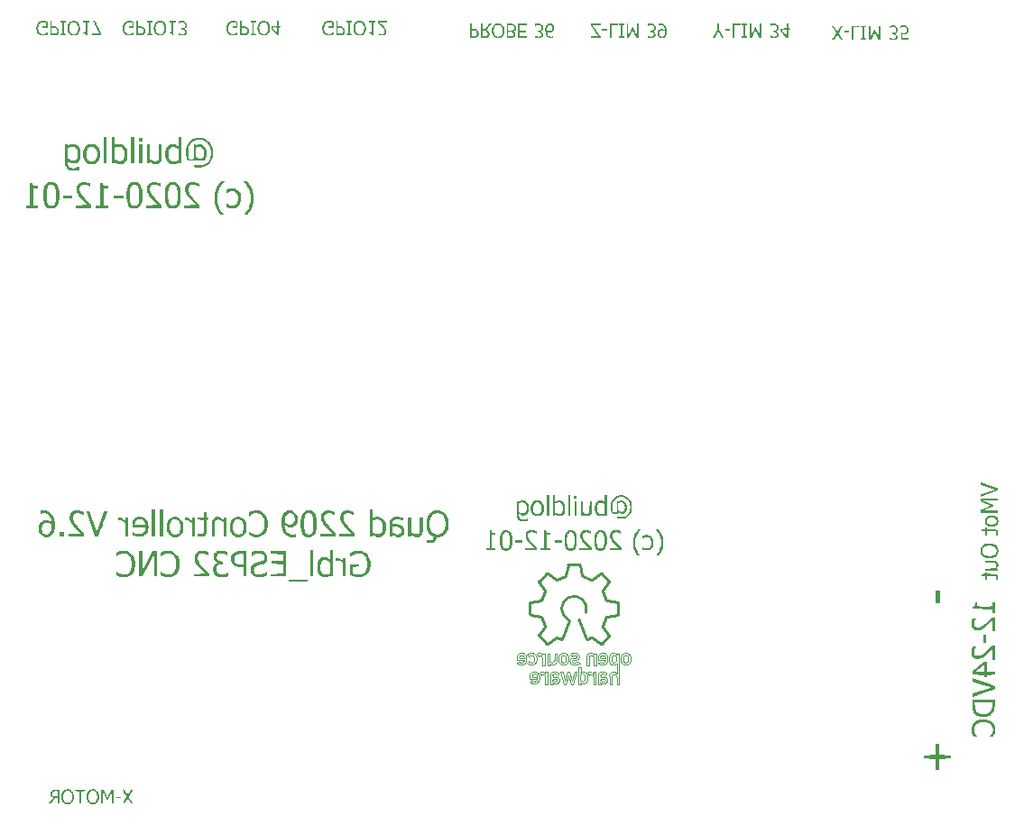
<source format=gbr>
G04 DipTrace 4.1.3.1*
G04 BottomSilk.gbr*
%MOIN*%
G04 #@! TF.FileFunction,Legend,Bot*
G04 #@! TF.Part,Single*
%ADD17C,0.01*%
%ADD28C,0.003*%
%FSLAX26Y26*%
G04*
G70*
G90*
G75*
G01*
G04 BotSilk*
%LPD*%
G36*
X2511071Y458274D2*
D1*
D1*
D1*
D1*
D1*
D1*
D1*
D1*
D1*
D1*
D1*
D1*
D1*
D1*
D1*
D1*
D1*
D1*
D1*
D1*
D1*
D1*
D1*
D1*
D1*
D1*
D1*
D1*
D1*
D1*
D1*
D1*
D1*
D1*
D1*
G37*
X2217429Y463598D2*
D28*
Y507088D1*
X2208682D1*
Y502444D1*
X2208522D1*
G03X2203652Y506302I-10348J-8059D01*
G01*
G03X2197201Y507591I-6179J-14141D01*
G01*
G03X2192539Y506751I12J-13422D01*
G01*
G03X2188113Y504231I5924J-15555D01*
G01*
X2194427Y496692D1*
G02X2197304Y498307I6924J-8964D01*
G01*
G02X2200217Y498843I2934J-7771D01*
G01*
G02X2206060Y496684I11J-8960D01*
G01*
G02X2208028Y493865I-4242J-5056D01*
G01*
G02X2208682Y489735I-11128J-3881D01*
G01*
Y463598D1*
X2217429D1*
X2347510Y498843D2*
G02X2350298Y498580I152J-13316D01*
G01*
G02X2352465Y497785I-1466J-7342D01*
G01*
G02X2354938Y494613I-2524J-4519D01*
G01*
G02X2356176Y485394I-31554J-8928D01*
G01*
G02X2354938Y476034I-33232J-368D01*
G01*
G02X2352465Y472861I-4996J1344D01*
G01*
G02X2350298Y472066I-3632J6547D01*
G01*
G02X2347510Y471803I-2635J13053D01*
G01*
G02X2344769Y472077I-150J12343D01*
G01*
G02X2342631Y472902I1539J7178D01*
G01*
G02X2340182Y476206I2797J4632D01*
G01*
G02X2338945Y485394I32653J9075D01*
G01*
G02X2340182Y494440I33398J39D01*
G01*
G02X2342631Y497744I5245J-1328D01*
G01*
G02X2344769Y498568I3677J-6354D01*
G01*
G02X2347510Y498843I2592J-12069D01*
G01*
D3*
X2284963Y463598D2*
X2294072Y494018D1*
X2294234D1*
X2303320Y463598D1*
X2311041D1*
X2324933Y507088D1*
X2315684D1*
X2307341Y476629D1*
X2307180D1*
X2297329Y507088D1*
X2290953D1*
X2281123Y476629D1*
X2280942D1*
X2272619Y507088D1*
X2263352D1*
X2277262Y463598D1*
X2284963D1*
X2403945Y551247D2*
X2431029D1*
G02X2430301Y546551I-13769J-268D01*
G01*
G02X2428113Y543197I-7820J2710D01*
G01*
G02X2424797Y541184I-6550J7052D01*
G01*
G02X2420675Y540512I-3972J11385D01*
G01*
G02X2415584Y541562I-79J12485D01*
G01*
G02X2411123Y544714I5937J13134D01*
G01*
X2404793Y539306D1*
G03X2408228Y536070I15853J13389D01*
G01*
G03X2412068Y533917I10151J13609D01*
G01*
G03X2420514Y532310I8379J21029D01*
G01*
G03X2427104Y533391I-8J20663D01*
G01*
G03X2433492Y536640I-8283J24190D01*
G01*
G03X2436240Y539374I-6387J9169D01*
G01*
G03X2438205Y543243I-12648J8856D01*
G01*
G03X2439381Y548247I-24445J8384D01*
G01*
G03X2439774Y554383I-43499J5872D01*
G01*
G03X2439411Y560247I-43460J249D01*
G01*
G03X2438325Y565127I-26634J-3362D01*
G01*
G03X2436512Y569028I-16442J-5274D01*
G01*
G03X2433975Y571946I-10664J-6707D01*
G01*
G03X2428041Y575588I-14321J-16680D01*
G01*
G03X2421841Y576802I-6223J-15343D01*
G01*
G03X2415131Y575560I-134J-18032D01*
G01*
G03X2409312Y571836I7044J-17413D01*
G01*
G03X2405289Y566007I10821J-11772D01*
G01*
G03X2403945Y558445I18893J-7258D01*
G01*
Y551247D1*
X2524921Y554605D2*
G03X2524644Y560711I-59844J346D01*
G01*
G03X2523824Y565030I-21900J-1922D01*
G01*
G03X2520215Y571234I-16008J-5161D01*
G01*
G03X2518080Y573160I-11634J-10748D01*
G01*
G03X2515257Y575001I-15012J-19930D01*
G01*
G03X2511609Y576352I-6224J-11211D01*
G01*
G03X2506986Y576802I-4407J-21296D01*
G01*
G03X2502420Y576352I-218J-21169D01*
G01*
G03X2498773Y575001I2629J-12699D01*
G01*
G03X2495930Y573160I12332J-22153D01*
G01*
G03X2493776Y571234I9474J-12765D01*
G01*
G03X2490177Y565030I12309J-11285D01*
G01*
G03X2489364Y560711I21463J-6279D01*
G01*
G03X2489093Y554605I59069J-5674D01*
G01*
G03X2489364Y548396I61251J-443D01*
G01*
G03X2490177Y544039I22633J1972D01*
G01*
G03X2493776Y537839I15897J5081D01*
G01*
G03X2495930Y535890I11274J10300D01*
G01*
G03X2498773Y534067I14028J18748D01*
G01*
G03X2502420Y532748I6274J11646D01*
G01*
G03X2506986Y532310I4372J21545D01*
G01*
G03X2511609Y532748I239J22080D01*
G01*
G03X2515257Y534067I-2571J12818D01*
G01*
G03X2518080Y535890I-11060J20224D01*
G01*
G03X2520215Y537839I-9156J12176D01*
G01*
G03X2523824Y544039I-12388J11361D01*
G01*
G03X2524644Y548396I-21176J6242D01*
G01*
G03X2524921Y554605I-60474J5808D01*
G01*
D3*
X2294790D2*
G03X2294518Y560711I-59838J397D01*
G01*
G03X2293696Y565030I-22159J-1984D01*
G01*
G03X2290088Y571234I-15984J-5145D01*
G01*
G03X2287953Y573160I-11927J-11072D01*
G01*
G03X2285129Y575001I-14931J-19816D01*
G01*
G03X2281478Y576352I-6214J-11191D01*
G01*
G03X2276857Y576802I-4400J-21227D01*
G01*
G03X2272290Y576352I-217J-21192D01*
G01*
G03X2268646Y575001I2641J-12721D01*
G01*
G03X2265803Y573160I12332J-22153D01*
G01*
G03X2263648Y571234I9474J-12765D01*
G01*
G03X2260047Y565030I12310J-11293D01*
G01*
G03X2259234Y560711I20951J-6183D01*
G01*
G03X2258961Y554605I59069J-5700D01*
G01*
G03X2259234Y548396I61253J-417D01*
G01*
G03X2260047Y544039I22113J1875D01*
G01*
G03X2263648Y537839I15901J5088D01*
G01*
G03X2265803Y535890I11145J10158D01*
G01*
G03X2268646Y534067I14028J18748D01*
G01*
G03X2272290Y532748I6284J11668D01*
G01*
G03X2276857Y532310I4372J21546D01*
G01*
G03X2281478Y532748I243J22011D01*
G01*
G03X2285129Y534067I-2587J12873D01*
G01*
G03X2287953Y535890I-11437J20819D01*
G01*
G03X2290088Y537839I-9156J12176D01*
G01*
G03X2293696Y544039I-12366J11344D01*
G01*
G03X2294518Y548396I-21431J6304D01*
G01*
G03X2294790Y554605I-61493J5801D01*
G01*
D3*
X2413409Y463437D2*
Y467280D1*
X2413592D1*
G03X2417232Y464022I6209J3277D01*
G01*
G03X2420224Y463207I4883J12027D01*
G01*
G03X2424025Y462934I3667J24458D01*
G01*
G03X2430345Y463975I-126J20477D01*
G01*
G03X2434902Y466777I-3819J11317D01*
G01*
G03X2437920Y470983I-8146J9032D01*
G01*
G03X2438925Y476206I-12227J5062D01*
G01*
G03X2438055Y481215I-14014J146D01*
G01*
G03X2435446Y485353I-11621J-4436D01*
G01*
G03X2431154Y488133I-7924J-7533D01*
G01*
G03X2425192Y489113I-5850J-16959D01*
G01*
X2413409D1*
Y493717D1*
G02X2413940Y496240I5461J170D01*
G01*
G02X2415560Y498018I4024J-2040D01*
G01*
G02X2418280Y499055I4088J-6637D01*
G01*
G02X2422096Y499345I3232J-17269D01*
G01*
G02X2424861Y499176I163J-20004D01*
G01*
G02X2427123Y498664I-1543J-12076D01*
G01*
G02X2430098Y495948I-2461J-5683D01*
G01*
X2436794Y501215D1*
G03X2430794Y506047I-12105J-8890D01*
G01*
G03X2426940Y507214I-6857J-15702D01*
G01*
G03X2422520Y507550I-3909J-22183D01*
G01*
G03X2415371Y506815I-609J-29206D01*
G01*
G03X2409772Y504454I3933J-17151D01*
G01*
G03X2406202Y499984I5904J-8375D01*
G01*
G03X2405285Y496888I13488J-5681D01*
G01*
G03X2404946Y493214I21571J-3840D01*
G01*
Y463437D1*
X2413409D1*
X2431029Y558445D2*
X2412673D1*
G02X2413463Y562776I14274J-367D01*
G01*
G02X2415436Y565955I8334J-2968D01*
G01*
G02X2418320Y567908I6150J-5977D01*
G01*
G02X2421841Y568559I3423J-8667D01*
G01*
G02X2425408Y567908I101J-9546D01*
G01*
G02X2428315Y565955I-3221J-7935D01*
G01*
G02X2430281Y562776I-6189J-6024D01*
G01*
G02X2431029Y558445I-13170J-4505D01*
G01*
D3*
X2413409Y478719D2*
Y481916D1*
X2423605D1*
G02X2426860Y481501I-226J-14752D01*
G01*
G02X2429172Y480483I-1545J-6641D01*
G01*
G02X2430542Y478857I-2321J-3346D01*
G01*
G02X2430963Y476629I-4580J-2020D01*
G01*
G02X2430486Y474597I-4393J-39D01*
G01*
G02X2429051Y472848I-4948J2594D01*
G01*
G02X2426605Y471567I-3846J4368D01*
G01*
G02X2422962Y471139I-3375J13017D01*
G01*
G02X2418403Y471425I-730J24838D01*
G01*
G02X2415421Y472446I1125J8151D01*
G01*
G02X2414541Y473350I1903J2734D01*
G01*
G02X2413913Y474698I4595J2959D01*
G01*
G02X2413409Y478719I13056J3678D01*
G01*
D3*
X2148976Y545598D2*
X2142522Y539808D1*
G03X2149298Y534420I18106J15813D01*
G01*
G03X2153475Y532837I8096J15065D01*
G01*
G03X2158164Y532310I4558J19411D01*
G01*
G03X2165341Y533589I98J20218D01*
G01*
G03X2171797Y537436I-7964J20705D01*
G01*
G03X2174461Y540424I-9089J10784D01*
G01*
G03X2176365Y544266I-14381J9520D01*
G01*
G03X2177507Y548959I-23431J8186D01*
G01*
G03X2177888Y554504I-37090J5340D01*
G01*
G03X2177507Y560052I-37475J208D01*
G01*
G03X2176365Y564757I-24722J-3509D01*
G01*
G03X2174461Y568613I-16729J-5864D01*
G01*
G03X2171797Y571625I-11881J-7825D01*
G01*
G03X2165341Y575508I-14475J-16755D01*
G01*
G03X2158164Y576802I-7085J-18746D01*
G01*
G03X2153475Y576269I-87J-20130D01*
G01*
G03X2149298Y574672I3955J-16607D01*
G01*
G03X2142522Y569262I11530J-21390D01*
G01*
X2148976Y563513D1*
G02X2153038Y566920I10117J-7937D01*
G01*
G02X2157822Y568056I4711J-9192D01*
G01*
G02X2162776Y567209I276J-13285D01*
G01*
G02X2166312Y564668I-3161J-8132D01*
G01*
G02X2168433Y560434I-8687J-6999D01*
G01*
G02X2169143Y554504I-21669J-5602D01*
G01*
G02X2168433Y548602I-22148J-329D01*
G01*
G02X2166312Y544387I-10753J2769D01*
G01*
G02X2162776Y541858I-6739J5687D01*
G01*
G02X2157822Y541014I-4673J12472D01*
G01*
G02X2153017Y542160I-79J10314D01*
G01*
G02X2148976Y545598I6012J11159D01*
G01*
D3*
X2497798Y554504D2*
G02X2497919Y558546I57666J300D01*
G01*
G02X2498281Y561181I15890J-842D01*
G01*
G02X2499949Y564858I11043J-2792D01*
G01*
G02X2502854Y567257I5846J-4122D01*
G01*
G02X2506986Y568056I3910J-9133D01*
G01*
G02X2511147Y567257I244J-9965D01*
G01*
G02X2514022Y564858I-2823J-6307D01*
G01*
G02X2515711Y561181I-8354J-6064D01*
G01*
G02X2516042Y558572I-17314J-3520D01*
G01*
G02X2516154Y554605I-63657J-3775D01*
G01*
G02X2516042Y550529I-67355J-196D01*
G01*
G02X2515711Y547870I-17397J814D01*
G01*
G02X2514022Y544211I-9618J2221D01*
G01*
G02X2511147Y541814I-5721J3938D01*
G01*
G02X2506986Y541014I-3928J9221D01*
G01*
G02X2502854Y541814I-232J9877D01*
G01*
G02X2499949Y544211I2947J6530D01*
G01*
G02X2498281Y547850I9069J6359D01*
G01*
G02X2497919Y550479I15425J3465D01*
G01*
G02X2497798Y554504I57092J3727D01*
G01*
D3*
X2267665D2*
G02X2267790Y558546I58756J211D01*
G01*
G02X2268150Y561181I16264J-877D01*
G01*
G02X2269820Y564858I11186J-2864D01*
G01*
G02X2272724Y567257I5867J-4145D01*
G01*
G02X2276857Y568056I3910J-9134D01*
G01*
G02X2281018Y567257I244J-9965D01*
G01*
G02X2283894Y564858I-2867J-6359D01*
G01*
G02X2285583Y561181I-8298J-6038D01*
G01*
G02X2285915Y558572I-17085J-3500D01*
G01*
G02X2286025Y554605I-59839J-3648D01*
G01*
G02X2285915Y550529I-63319J-327D01*
G01*
G02X2285583Y547870I-18078J907D01*
G01*
G02X2283894Y544211I-9618J2221D01*
G01*
G02X2281018Y541814I-5765J3991D01*
G01*
G02X2276857Y541014I-3928J9221D01*
G01*
G02X2272724Y541814I-233J9878D01*
G01*
G02X2269820Y544211I2969J6554D01*
G01*
G02X2268150Y547850I9071J6367D01*
G01*
G02X2267790Y550479I15799J3500D01*
G01*
G02X2267665Y554504I58171J3816D01*
G01*
D3*
X2396299Y532812D2*
Y576299D1*
X2387554D1*
Y571655D1*
X2387392D1*
G03X2382522Y575516I-10315J-8010D01*
G01*
G03X2376073Y576802I-6181J-14184D01*
G01*
G03X2371096Y575839I8J-13382D01*
G01*
G03X2366293Y572951I6806J-16762D01*
G01*
G03X2362757Y568219I7546J-9325D01*
G01*
G03X2361873Y565192I13310J-5532D01*
G01*
G03X2361579Y561722I19251J-3378D01*
G01*
Y532812D1*
X2370324D1*
Y558706D1*
G02X2370937Y562629I11635J191D01*
G01*
G02X2372777Y565584I7450J-2588D01*
G01*
G02X2375531Y567438I5882J-5765D01*
G01*
G02X2378888Y568056I3263J-8298D01*
G01*
G02X2382322Y567438I124J-9154D01*
G01*
G02X2385101Y565584I-3047J-7577D01*
G01*
G02X2386941Y562629I-5611J-5543D01*
G01*
G02X2387554Y558706I-11022J-3731D01*
G01*
Y532812D1*
X2396299D1*
X2236180Y463437D2*
Y467280D1*
X2236361D1*
G03X2240000Y464022I6222J3289D01*
G01*
G03X2242995Y463207I4874J12002D01*
G01*
G03X2246795Y462934I3660J24364D01*
G01*
G03X2253114Y463975I-127J20478D01*
G01*
G03X2257673Y466777I-3821J11327D01*
G01*
G03X2260689Y470983I-8144J9023D01*
G01*
G03X2261694Y476206I-12227J5062D01*
G01*
G03X2260823Y481215I-14132J122D01*
G01*
G03X2258214Y485353I-11573J-4406D01*
G01*
G03X2253923Y488133I-7929J-7539D01*
G01*
G03X2247961Y489113I-5853J-16974D01*
G01*
X2236180D1*
Y493717D1*
G02X2236707Y496240I5459J176D01*
G01*
G02X2238331Y498018I3988J-2011D01*
G01*
G02X2241050Y499055I4078J-6613D01*
G01*
G02X2244865Y499345I3230J-17249D01*
G01*
G02X2247630Y499176I163J-20004D01*
G01*
G02X2249891Y498664I-1549J-12093D01*
G01*
G02X2252869Y495948I-2462J-5689D01*
G01*
X2259563Y501215D1*
G03X2253560Y506047I-12109J-8898D01*
G01*
G03X2249709Y507214I-6836J-15628D01*
G01*
G03X2245287Y507550I-3911J-22206D01*
G01*
G03X2238138Y506815I-608J-29226D01*
G01*
G03X2232541Y504454I3919J-17106D01*
G01*
G03X2228971Y499984I5945J-8408D01*
G01*
G03X2228055Y496888I13010J-5533D01*
G01*
G03X2227714Y493214I21211J-3823D01*
G01*
Y463437D1*
X2236180D1*
X2151730Y482035D2*
X2178811D1*
G02X2178083Y477340I-13942J-242D01*
G01*
G02X2175898Y473983I-7909J2758D01*
G01*
G02X2172579Y471971I-6611J7162D01*
G01*
G02X2168459Y471301I-3947J11258D01*
G01*
G02X2163366Y472350I-76J12509D01*
G01*
G02X2158908Y475503I5959J13157D01*
G01*
X2152575Y470092D1*
G03X2156012Y466857I15953J13506D01*
G01*
G03X2159852Y464706I10141J13601D01*
G01*
G03X2168295Y463096I8383J21016D01*
G01*
G03X2174888Y464180I-33J20795D01*
G01*
G03X2181276Y467429I-8269J24157D01*
G01*
G03X2184024Y470163I-6387J9169D01*
G01*
G03X2185987Y474031I-13025J9042D01*
G01*
G03X2187164Y479035I-24571J8421D01*
G01*
G03X2187555Y485172I-43465J5851D01*
G01*
G03X2187196Y491034I-43743J259D01*
G01*
G03X2186106Y495915I-26850J-3431D01*
G01*
G03X2184297Y499815I-16503J-5287D01*
G01*
G03X2181757Y502735I-10760J-6793D01*
G01*
G03X2175823Y506377I-14414J-16833D01*
G01*
G03X2169622Y507591I-6220J-15329D01*
G01*
G03X2162913Y506349I-132J-18032D01*
G01*
G03X2157098Y502625I7007J-17342D01*
G01*
G03X2153071Y496793I10790J-11758D01*
G01*
G03X2151730Y489234I18937J-7259D01*
G01*
Y482035D1*
X2394795Y463598D2*
Y507088D1*
X2386050D1*
Y502444D1*
X2385888D1*
G02X2388617Y493530I-10321J-8033D01*
G01*
X2381018Y506302D2*
G03X2374570Y507591I-6177J-14129D01*
G01*
G03X2369906Y506751I9J-13422D01*
G01*
G03X2365483Y504231I5880J-15461D01*
G01*
X2371795Y496692D1*
G02X2374671Y498307I6979J-9054D01*
G01*
G02X2377585Y498843I2931J-7757D01*
G01*
G02X2383425Y496684I14J-8940D01*
G01*
G02X2385395Y493865I-4243J-5063D01*
G01*
G02X2386050Y489735I-11048J-3869D01*
G01*
Y463598D1*
X2394795D1*
X2178811Y489234D2*
X2160455D1*
G02X2161247Y493563I14311J-379D01*
G01*
G02X2163220Y496744I8225J-2900D01*
G01*
G02X2166101Y498694I6096J-5902D01*
G01*
G02X2169622Y499345I3413J-8612D01*
G01*
G02X2173192Y498694I126J-9422D01*
G01*
G02X2176097Y496744I-3222J-7940D01*
G01*
G02X2178062Y493563I-6226J-6042D01*
G01*
G02X2178811Y489234I-13120J-4500D01*
G01*
D3*
X2236180Y478719D2*
Y481916D1*
X2246373D1*
G02X2249629Y481501I-228J-14777D01*
G01*
G02X2251942Y480483I-1564J-6690D01*
G01*
G02X2253311Y478857I-2377J-3390D01*
G01*
G02X2253730Y476629I-4532J-2005D01*
G01*
G02X2253255Y474597I-4391J-45D01*
G01*
G02X2251822Y472848I-5003J2637D01*
G01*
G02X2249371Y471567I-3866J4411D01*
G01*
G02X2245730Y471139I-3375J13015D01*
G01*
G02X2241169Y471425I-732J24823D01*
G01*
G02X2238190Y472446I1125J8138D01*
G01*
G02X2237311Y473350I1884J2711D01*
G01*
G02X2236682Y474698I4428J2886D01*
G01*
G02X2236180Y478719I12999J3667D01*
G01*
D3*
X2250997Y547387D2*
Y576299D1*
X2242252D1*
Y550362D1*
G02X2241640Y546419I-11799J-189D01*
G01*
G02X2239802Y543467I-7379J2548D01*
G01*
G02X2237021Y541629I-5779J5718D01*
G01*
G02X2233588Y541014I-3320J8654D01*
G01*
G02X2230231Y541629I-98J8947D01*
G01*
G02X2227475Y543467I3030J7527D01*
G01*
G02X2225635Y546419I5560J5515D01*
G01*
G02X2225022Y550362I11143J3751D01*
G01*
Y576299D1*
X2216277D1*
Y532812D1*
X2225022D1*
Y537416D1*
X2225203D1*
G03X2230038Y533585I10275J8002D01*
G01*
G03X2236423Y532310I6116J13997D01*
G01*
G03X2241472Y533266I0J13806D01*
G01*
G03X2246293Y536138I-6641J16629D01*
G01*
G03X2249823Y540866I-7514J9292D01*
G01*
G03X2250703Y543902I-13193J5473D01*
G01*
G03X2250997Y547387I-19129J3368D01*
G01*
D3*
X2206346Y532812D2*
Y576299D1*
X2197601D1*
Y571655D1*
X2197441D1*
G03X2192570Y575516I-10326J-8025D01*
G01*
G03X2186122Y576802I-6183J-14195D01*
G01*
G03X2181457Y575962I-6J-13342D01*
G01*
G03X2177035Y573445I5808J-15343D01*
G01*
X2183348Y565906D1*
G02X2186223Y567518I7021J-9148D01*
G01*
G02X2189138Y568056I2954J-7836D01*
G01*
G02X2194978Y565895I1J-8967D01*
G01*
G02X2196946Y563076I-4212J-5038D01*
G01*
G02X2197601Y558948I-10968J-3856D01*
G01*
Y532812D1*
X2206346D1*
X2338945Y463598D2*
Y468123D1*
G03X2344047Y464353I11523J10257D01*
G01*
G03X2350185Y463096I5988J13625D01*
G01*
G03X2353924Y463488I115J16911D01*
G01*
G03X2357101Y464664I-2682J12128D01*
G01*
G03X2361825Y468705I-6635J12541D01*
G01*
G03X2364301Y474175I-9814J7736D01*
G01*
G03X2364765Y478558I-32405J5651D01*
G01*
G03X2364921Y485394I-125306J6282D01*
G01*
G03X2364765Y492144I-122313J548D01*
G01*
G03X2364301Y496471I-32069J-1255D01*
G01*
G03X2361825Y501941I-12570J-2393D01*
G01*
G03X2357101Y505982I-11828J-9047D01*
G01*
G03X2353924Y507186I-5886J-10731D01*
G01*
G03X2350185Y507591I-3644J-16210D01*
G01*
G03X2344105Y506163I-174J-12918D01*
G01*
G03X2338945Y502444I10978J-20670D01*
G01*
Y524639D1*
X2330198D1*
Y463598D1*
X2338945D1*
X2463731Y541014D2*
G02X2460953Y541280I-120J13435D01*
G01*
G02X2458791Y542072I1489J7404D01*
G01*
G02X2456318Y545245I2549J4538D01*
G01*
G02X2455084Y554504I31892J8961D01*
G01*
G02X2456318Y563793I33312J302D01*
G01*
G02X2458791Y566991I5050J-1350D01*
G01*
G02X2460953Y567789I3586J-6387D01*
G01*
G02X2463731Y568056I2626J-12705D01*
G01*
G02X2466497Y567780I119J-12773D01*
G01*
G02X2468648Y566955I-1477J-7073D01*
G01*
G02X2471098Y563652I-2765J-4611D01*
G01*
G02X2472315Y554504I-33083J-9054D01*
G01*
G02X2471098Y545398I-33993J-93D01*
G01*
G02X2468648Y542109I-5181J1303D01*
G01*
G02X2466497Y541289I-3666J6383D01*
G01*
G02X2463731Y541014I-2614J12281D01*
G01*
D3*
X2104127Y551247D2*
X2131206D1*
G02X2130479Y546551I-13811J-266D01*
G01*
G02X2128294Y543197I-7816J2703D01*
G01*
G02X2124976Y541184I-6544J7043D01*
G01*
G02X2120852Y540512I-3974J11400D01*
G01*
G02X2115765Y541562I-80J12461D01*
G01*
G02X2111304Y544714I5937J13134D01*
G01*
X2104971Y539306D1*
G03X2108409Y536070I15860J13406D01*
G01*
G03X2112249Y533917I10077J13478D01*
G01*
G03X2120694Y532310I8379J21029D01*
G01*
G03X2127285Y533391I-6J20663D01*
G01*
G03X2133671Y536640I-8254J24120D01*
G01*
G03X2136420Y539374I-6324J9110D01*
G01*
G03X2138383Y543243I-12700J8877D01*
G01*
G03X2139563Y548247I-24573J8435D01*
G01*
G03X2139954Y554383I-44038J5887D01*
G01*
G03X2139592Y560247I-43175J276D01*
G01*
G03X2138504Y565127I-27227J-3508D01*
G01*
G03X2136689Y569028I-16375J-5248D01*
G01*
G03X2134154Y571946I-10568J-6620D01*
G01*
G03X2128219Y575588I-14321J-16680D01*
G01*
G03X2122021Y576802I-6220J-15329D01*
G01*
G03X2115308Y575560I-129J-18071D01*
G01*
G03X2109493Y571836I7074J-17447D01*
G01*
G03X2105470Y566007I10785J-11747D01*
G01*
G03X2104127Y558445I18858J-7248D01*
G01*
Y551247D1*
X2337361Y540050D2*
X2331249Y546101D1*
G02X2324967Y541908I-13738J13780D01*
G01*
G02X2317541Y540512I-7246J18092D01*
G01*
G02X2314140Y540865I-130J15298D01*
G01*
G02X2311387Y541920I2110J9626D01*
G01*
G02X2309560Y543668I2317J4249D01*
G01*
G02X2308954Y546101I4153J2327D01*
G01*
G02X2309287Y547793I4073J76D01*
G01*
G02X2310287Y549067I3100J-1404D01*
G01*
G02X2311950Y549924I3125J-4022D01*
G01*
G02X2314282Y550362I3069J-9907D01*
G01*
X2321982Y551087D1*
G03X2326927Y552176I-1097J16750D01*
G01*
G03X2330946Y554636I-4914J12540D01*
G01*
G03X2333619Y558399I-6560J7492D01*
G01*
G03X2334508Y563392I-12368J4776D01*
G01*
G03X2333346Y569202I-13732J276D01*
G01*
G03X2329862Y573404I-9756J-4544D01*
G01*
G03X2324651Y575953I-9847J-13534D01*
G01*
G03X2318304Y576802I-6115J-21560D01*
G01*
G03X2313016Y576400I-181J-32644D01*
G01*
G03X2308541Y575194I3509J-21925D01*
G01*
G03X2301253Y570891I9602J-24583D01*
G01*
X2306661Y564518D1*
G02X2312018Y567423I16549J-24133D01*
G01*
G02X2318304Y568559I6012J-15300D01*
G01*
G02X2321849Y568186I279J-14384D01*
G01*
G02X2324123Y567072I-1118J-5161D01*
G01*
G02X2325761Y563312I-3229J-3643D01*
G01*
G02X2325458Y561937I-3181J-20D01*
G01*
G02X2324545Y560668I-4014J1926D01*
G01*
G02X2322804Y559694I-2886J3116D01*
G01*
G02X2320012Y559209I-3477J11723D01*
G01*
X2312814Y558706D1*
G03X2309675Y558272I1283J-20834D01*
G01*
G03X2307016Y557432I2934J-13916D01*
G01*
G03X2303131Y554535I3728J-9054D01*
G01*
G03X2300940Y550467I10447J-8252D01*
G01*
G03X2300206Y545678I14547J-4679D01*
G01*
G03X2301518Y539999I12038J-210D01*
G01*
G03X2305445Y535787I10147J5524D01*
G01*
G03X2311259Y533178I10931J16575D01*
G01*
G03X2318222Y532310I6705J25398D01*
G01*
G03X2328434Y534244I179J26982D01*
G01*
G03X2337361Y540050I-11035J26732D01*
G01*
D3*
X2131206Y558445D2*
X2112852D1*
G02X2113644Y562776I14277J-375D01*
G01*
G02X2115617Y565955I8292J-2942D01*
G01*
G02X2118500Y567908I6158J-5987D01*
G01*
G02X2122021Y568559I3423J-8667D01*
G01*
G02X2125589Y567908I97J-9572D01*
G01*
G02X2128495Y565955I-3250J-7973D01*
G01*
G02X2130461Y562776I-6189J-6024D01*
G01*
G02X2131206Y558445I-13273J-4514D01*
G01*
D3*
X2481060Y463598D2*
Y576299D1*
X2472315D1*
Y571736D1*
G03X2467223Y575535I-11519J-10127D01*
G01*
G03X2461075Y576802I-6004J-13589D01*
G01*
G03X2457369Y576400I-130J-16099D01*
G01*
G03X2454209Y575194I2744J-11934D01*
G01*
G03X2449434Y571152I7463J-13655D01*
G01*
G03X2446982Y565682I10504J-7995D01*
G01*
G03X2446499Y561331I30846J-5626D01*
G01*
G03X2446339Y554504I123193J-6304D01*
G01*
G03X2446499Y547720I121754J-520D01*
G01*
G03X2446982Y543367I31259J1265D01*
G01*
G03X2449434Y537919I12695J2438D01*
G01*
G03X2454209Y533878I11741J9032D01*
G01*
G03X2457369Y532701I5788J10708D01*
G01*
G03X2461075Y532310I3593J16298D01*
G01*
G03X2467177Y533685I223J13236D01*
G01*
G03X2472315Y537416I-9902J19038D01*
G01*
Y502444D1*
X2472151D1*
G03X2467283Y506302I-10362J-8073D01*
G01*
G03X2460833Y507591I-6179J-14141D01*
G01*
G03X2455856Y506626I23J-13445D01*
G01*
G03X2451054Y503739I6839J-16811D01*
G01*
G03X2447517Y499007I7554J-9333D01*
G01*
G03X2446635Y495979I12917J-5405D01*
G01*
G03X2446339Y492510I18616J-3339D01*
G01*
Y463598D1*
X2455084D1*
Y489495D1*
G02X2455696Y493415I11663J188D01*
G01*
G02X2457537Y496370I7472J-2604D01*
G01*
G02X2460290Y498224I5832J-5687D01*
G01*
G02X2463648Y498843I3241J-8176D01*
G01*
G02X2467083Y498224I118J-9192D01*
G01*
G02X2469861Y496370I-2980J-7473D01*
G01*
G02X2471702Y493415I-5631J-5559D01*
G01*
G02X2472315Y489495I-11095J-3743D01*
G01*
Y463598D1*
X2481060D1*
X2295626Y700199D2*
D17*
G02X2358457Y727299I19235J41791D01*
G01*
X2334096Y700199D2*
G03X2333029Y697493I876J-1909D01*
G01*
X2360606Y629946D1*
G03X2363358Y628798I1948J797D01*
G01*
X2378337Y635004D1*
G02X2380323Y634803I806J-1946D01*
G01*
X2413270Y612513D1*
G03X2415934Y612766I1179J1736D01*
G01*
X2444084Y640916D1*
G03X2444337Y643581I-1484J1486D01*
G01*
X2422047Y676526D1*
G02X2421846Y678509I1762J1180D01*
G01*
X2435399Y711226D1*
G02X2436942Y712487I1943J-803D01*
G01*
X2475999Y720021D1*
G03X2477703Y722084I-394J2062D01*
G01*
Y761894D1*
G03X2475999Y763959I-2099J4D01*
G01*
X2436942Y771493D1*
G02X2435399Y772753I395J2059D01*
G01*
X2421846Y805469D1*
G02X2422047Y807451I1963J803D01*
G01*
X2444337Y840399D1*
G03X2444084Y843064I-1738J1180D01*
G01*
X2415934Y871214D1*
G03X2413270Y871467I-1485J-1483D01*
G01*
X2380323Y849177D1*
G02X2378337Y848976I-1179J1746D01*
G01*
X2345625Y862529D1*
G02X2344365Y864072I799J1939D01*
G01*
X2336829Y903130D1*
G03X2334765Y904835I-2067J-401D01*
G01*
X2294957D1*
G03X2292892Y903130I1J-2103D01*
G01*
X2285357Y864072D1*
G02X2284097Y862529I-2059J395D01*
G01*
X2251379Y848976D1*
G02X2249399Y849177I-804J1937D01*
G01*
X2216451Y871467D1*
G03X2213785Y871214I-1180J-1741D01*
G01*
X2185638Y843064D1*
G03X2185383Y840399I1481J-1486D01*
G01*
X2207673Y807451D1*
G02X2207874Y805469I-1740J-1178D01*
G01*
X2194324Y772753D1*
G02X2192777Y771493I-1945J808D01*
G01*
X2153720Y763959D1*
G03X2152016Y761894I401J-2067D01*
G01*
Y722084D1*
G03X2153720Y720021I2106J4D01*
G01*
X2192777Y712487D1*
G02X2194324Y711226I-402J-2073D01*
G01*
X2207874Y678509D1*
G02X2207673Y676526I-1941J-805D01*
G01*
X2185383Y643581D1*
G03X2185638Y640916I1736J-1179D01*
G01*
X2213785Y612766D1*
G03X2216451Y612513I1487J1488D01*
G01*
X2249399Y634803D1*
G02X2251379Y635004I1176J-1736D01*
G01*
X2266362Y628798D1*
G03X2269113Y629946I803J1944D01*
G01*
X2296690Y697493D1*
G03X2295626Y700199I-1941J799D01*
G01*
G36*
X3489750Y2898245D2*
X3486469Y2897589D1*
X3483844Y2896933D1*
X3481876Y2896276D1*
X3480564Y2895620D1*
X3479907Y2894964D1*
Y2888402D1*
X3485157Y2891027D1*
X3489094Y2892339D1*
X3491718Y2892996D1*
X3494343D1*
X3496968Y2892339D1*
X3498936Y2891683D1*
X3500249Y2891027D1*
X3502873Y2888402D1*
Y2887746D1*
X3503529Y2886434D1*
X3504186Y2883153D1*
X3504842Y2882497D1*
Y2879872D1*
X3504186Y2879216D1*
X3503529Y2876591D1*
X3502873Y2875279D1*
X3502658Y2874483D1*
X3502217Y2873967D1*
X3499592Y2872654D1*
X3497624Y2871998D1*
X3490406Y2871342D1*
Y2866093D1*
X3496312Y2865437D1*
X3498280Y2864780D1*
X3500905Y2863468D1*
X3502217Y2862156D1*
Y2861500D1*
X3502873Y2860187D1*
X3503529Y2859531D1*
Y2854938D1*
X3502873Y2854282D1*
Y2852969D1*
X3500905Y2851001D1*
X3499592Y2850345D1*
X3497624Y2849689D1*
X3495218Y2849032D1*
X3492812D1*
X3490406Y2849689D1*
X3484501Y2851657D1*
X3483188Y2852313D1*
X3482532Y2852969D1*
X3481220Y2853626D1*
Y2847064D1*
X3481876Y2846408D1*
X3483188Y2845752D1*
X3485157Y2845095D1*
X3487781Y2844439D1*
X3491062Y2843783D1*
X3498280D1*
X3500905Y2844439D1*
X3502873Y2845095D1*
X3505498Y2846408D1*
X3508123Y2849032D1*
X3509435Y2851657D1*
X3510091Y2853626D1*
Y2858219D1*
X3509435Y2860187D1*
X3508123Y2862812D1*
X3504842Y2866093D1*
X3502217Y2867405D1*
X3500249Y2868061D1*
X3500905Y2868717D1*
X3504842Y2870030D1*
X3506810Y2871342D1*
X3508779Y2873311D1*
X3510747Y2877248D1*
Y2885778D1*
X3509435Y2889715D1*
X3508123Y2891683D1*
X3504186Y2895620D1*
X3500249Y2897589D1*
X3497624Y2898245D1*
X3489750D1*
G37*
G36*
X3529120D2*
X3525839Y2897589D1*
X3521902Y2896276D1*
X3520590Y2895620D1*
X3519934Y2894964D1*
Y2888402D1*
X3520590D1*
X3521246Y2889059D1*
X3523871Y2890371D1*
X3529776Y2892339D1*
X3532182Y2892996D1*
X3534588D1*
X3536994Y2892339D1*
X3538963Y2891683D1*
X3539619Y2891027D1*
X3540931Y2890371D1*
X3541460Y2889524D1*
X3541587Y2889059D1*
X3542900Y2887090D1*
X3543556Y2885122D1*
X3544212Y2884465D1*
Y2877248D1*
X3543556Y2876591D1*
Y2875279D1*
X3540275Y2871998D1*
X3538963Y2871342D1*
X3536338Y2870686D1*
X3533276Y2870030D1*
X3530214D1*
X3527152Y2870686D1*
X3523215Y2871342D1*
X3522558D1*
Y2845095D1*
X3550117D1*
Y2850345D1*
X3528464Y2851001D1*
Y2864124D1*
X3538306Y2864780D1*
X3540931Y2865437D1*
X3542900Y2866093D1*
X3544868Y2867405D1*
X3548805Y2871342D1*
X3549461Y2872654D1*
X3550117Y2874623D1*
X3550774Y2877248D1*
Y2883809D1*
X3550117Y2886434D1*
X3549461Y2888402D1*
X3548149Y2891027D1*
X3543556Y2895620D1*
X3539619Y2897589D1*
X3536994Y2898245D1*
X3529120D1*
G37*
G36*
X3267965Y2896933D2*
Y2896276D1*
X3268621Y2894964D1*
X3272558Y2889059D1*
X3273215Y2887746D1*
X3277152Y2881841D1*
X3277808Y2880528D1*
X3281745Y2874623D1*
X3282401Y2873311D1*
X3283713Y2871998D1*
Y2870030D1*
X3282401Y2868717D1*
X3281745Y2867405D1*
X3280432Y2865437D1*
X3279776Y2864124D1*
X3277152Y2860187D1*
X3276495Y2858875D1*
X3275183Y2856906D1*
X3274527Y2855594D1*
X3271902Y2851657D1*
X3271246Y2850345D1*
X3268621Y2846408D1*
X3267965Y2845095D1*
X3275183D1*
X3275839Y2845752D1*
X3278464Y2849689D1*
X3279120Y2851001D1*
X3280432Y2852969D1*
X3281089Y2854282D1*
X3282401Y2856250D1*
X3283057Y2857563D1*
X3285682Y2861500D1*
X3286338Y2862812D1*
X3287650Y2864780D1*
X3288140Y2865202D1*
X3288472Y2865147D1*
X3288846Y2864604D1*
X3288963Y2864124D1*
X3291587Y2860187D1*
X3292243Y2858875D1*
X3294868Y2854938D1*
X3295524Y2853626D1*
X3296837Y2851657D1*
X3297493Y2850345D1*
X3300117Y2846408D1*
X3300774Y2845095D1*
X3307991D1*
X3307335Y2846408D1*
X3302086Y2854282D1*
X3301430Y2855594D1*
X3297493Y2861500D1*
X3296837Y2862812D1*
X3292900Y2868717D1*
X3292571Y2869374D1*
X3292181Y2870079D1*
X3292243Y2870686D1*
X3292259Y2871326D1*
X3292375Y2871802D1*
X3292900Y2872654D1*
X3295524Y2876591D1*
X3296180Y2877904D1*
X3298805Y2881841D1*
X3299461Y2883153D1*
X3300774Y2885122D1*
X3301430Y2886434D1*
X3304054Y2890371D1*
X3304711Y2891683D1*
X3307335Y2895620D1*
X3307991Y2896933D1*
X3300774D1*
X3300117Y2896276D1*
X3297493Y2892339D1*
X3296837Y2891027D1*
X3295524Y2889059D1*
X3294868Y2887746D1*
X3293556Y2885778D1*
X3292900Y2884465D1*
X3290275Y2880528D1*
X3289619Y2879216D1*
X3288306Y2877248D1*
X3288140Y2876473D1*
X3287612Y2875875D1*
X3287272Y2875985D1*
X3286994Y2876591D1*
X3285682Y2879216D1*
X3284369Y2881185D1*
X3283713Y2882497D1*
X3281089Y2886434D1*
X3280432Y2887746D1*
X3277808Y2891683D1*
X3277152Y2892996D1*
X3274527Y2896933D1*
X3267965D1*
G37*
G36*
X3340800D2*
Y2845095D1*
X3346705D1*
Y2891027D1*
X3370327Y2891683D1*
Y2896933D1*
X3340800D1*
G37*
G36*
X3374921D2*
Y2892339D1*
X3381482Y2891683D1*
Y2850345D1*
X3374921Y2849689D1*
Y2845095D1*
X3394606D1*
Y2849689D1*
X3387388Y2850345D1*
Y2891683D1*
X3394606Y2892339D1*
Y2896933D1*
X3374921D1*
G37*
G36*
X3403792D2*
Y2845095D1*
X3412322D1*
X3412978Y2845752D1*
X3415603Y2851001D1*
X3416259Y2852969D1*
X3418228Y2856906D1*
X3418884Y2858875D1*
X3421508Y2864124D1*
X3422165Y2866093D1*
X3424133Y2870030D1*
X3424789Y2871998D1*
X3425120Y2872650D1*
X3425475Y2873256D1*
X3425941Y2873721D1*
X3426268Y2873674D1*
X3426641Y2873134D1*
X3426758Y2872654D1*
X3428070Y2870030D1*
X3428726Y2868061D1*
X3430039Y2865437D1*
X3430695Y2863468D1*
X3432007Y2860843D1*
X3432663Y2858875D1*
X3434632Y2854938D1*
X3435288Y2852969D1*
X3436600Y2850345D1*
X3437257Y2848376D1*
X3438569Y2845752D1*
X3439225Y2845095D1*
X3447755D1*
Y2896933D1*
X3441850D1*
Y2852969D1*
X3441154Y2852257D1*
X3440816Y2852362D1*
X3440394Y2853084D1*
X3440537Y2853626D1*
X3439225Y2856250D1*
X3438569Y2858219D1*
X3436600Y2862156D1*
X3435944Y2864124D1*
X3433976Y2868061D1*
X3433320Y2870030D1*
X3431351Y2873967D1*
X3430695Y2875935D1*
X3428726Y2879872D1*
X3428070Y2881841D1*
X3427414Y2882497D1*
X3423477D1*
X3422821Y2881185D1*
X3422165Y2879216D1*
X3420196Y2875279D1*
X3419540Y2873311D1*
X3418228Y2870686D1*
X3417571Y2868717D1*
X3415603Y2864780D1*
X3414947Y2862812D1*
X3412978Y2858875D1*
X3412322Y2856906D1*
X3411010Y2854282D1*
X3410843Y2853508D1*
X3410315Y2852909D1*
X3409975Y2853019D1*
X3409697Y2853626D1*
Y2896933D1*
X3403792D1*
G37*
G36*
X3312585Y2877248D2*
Y2871342D1*
X3331613D1*
Y2877248D1*
X3312585D1*
G37*
G36*
X3049461Y2906119D2*
X3046180Y2905463D1*
X3043556Y2904807D1*
X3041587Y2904150D1*
X3040275Y2903494D1*
X3039619Y2902838D1*
Y2896276D1*
X3044868Y2898901D1*
X3048805Y2900213D1*
X3051430Y2900870D1*
X3054054D1*
X3056679Y2900213D1*
X3058648Y2899557D1*
X3059960Y2898901D1*
X3062585Y2896276D1*
Y2895620D1*
X3063241Y2894308D1*
X3063897Y2891027D1*
X3064553Y2890371D1*
Y2887746D1*
X3063897Y2887090D1*
X3063241Y2884465D1*
X3062585Y2883153D1*
X3062369Y2882357D1*
X3061928Y2881841D1*
X3059304Y2880528D1*
X3057335Y2879872D1*
X3050117Y2879216D1*
Y2873967D1*
X3056023Y2873311D1*
X3057991Y2872654D1*
X3060616Y2871342D1*
X3061928Y2870030D1*
Y2869374D1*
X3062585Y2868061D1*
X3063241Y2867405D1*
Y2862812D1*
X3062585Y2862156D1*
Y2860843D1*
X3060616Y2858875D1*
X3059304Y2858219D1*
X3057335Y2857563D1*
X3054929Y2856906D1*
X3052523D1*
X3050117Y2857563D1*
X3044212Y2859531D1*
X3042900Y2860187D1*
X3042243Y2860843D1*
X3040931Y2861500D1*
Y2854938D1*
X3041587Y2854282D1*
X3042900Y2853626D1*
X3044868Y2852969D1*
X3047493Y2852313D1*
X3050774Y2851657D1*
X3057991D1*
X3060616Y2852313D1*
X3062585Y2852969D1*
X3065209Y2854282D1*
X3067834Y2856906D1*
X3069146Y2859531D1*
X3069802Y2861500D1*
Y2866093D1*
X3069146Y2868061D1*
X3067834Y2870686D1*
X3064553Y2873967D1*
X3061928Y2875279D1*
X3059960Y2875935D1*
X3060616Y2876591D1*
X3064553Y2877904D1*
X3066522Y2879216D1*
X3068490Y2881185D1*
X3070459Y2885122D1*
Y2893652D1*
X3069146Y2897589D1*
X3067834Y2899557D1*
X3063897Y2903494D1*
X3059960Y2905463D1*
X3057335Y2906119D1*
X3049461D1*
G37*
G36*
X2844737Y2904807D2*
Y2882497D1*
X2844081Y2881841D1*
X2843425Y2880528D1*
X2842112Y2878560D1*
X2841456Y2877248D1*
X2840144Y2875279D1*
X2839487Y2873967D1*
X2838175Y2871998D1*
X2836863Y2869374D1*
X2835550Y2867405D1*
X2834894Y2866093D1*
X2833582Y2864124D1*
X2832926Y2862812D1*
X2831613Y2860843D1*
X2830957Y2859531D1*
X2829645Y2857563D1*
X2828333Y2854938D1*
X2827020Y2852969D1*
X2834238D1*
X2834894Y2853626D1*
X2836207Y2856250D1*
X2837519Y2858219D1*
X2838175Y2859531D1*
X2839487Y2861500D1*
X2840144Y2862812D1*
X2841456Y2864780D1*
X2842768Y2867405D1*
X2844081Y2869374D1*
X2844737Y2870686D1*
X2846049Y2872654D1*
X2847036Y2874619D1*
X2847391Y2875225D1*
X2847857Y2875690D1*
X2848192Y2875659D1*
X2848643Y2875213D1*
X2848994Y2874610D1*
X2849986Y2872654D1*
X2851299Y2870686D1*
X2852611Y2868061D1*
X2853923Y2866093D1*
X2854579Y2864780D1*
X2855892Y2862812D1*
X2856548Y2861500D1*
X2857860Y2859531D1*
X2858516Y2858219D1*
X2859829Y2856250D1*
X2860485Y2854938D1*
X2861797Y2852969D1*
X2868359D1*
Y2853626D1*
X2867047Y2855594D1*
X2866390Y2856906D1*
X2865078Y2858875D1*
X2864422Y2860187D1*
X2861797Y2864124D1*
X2861141Y2865437D1*
X2859829Y2867405D1*
X2859173Y2868717D1*
X2857860Y2870686D1*
X2857204Y2871998D1*
X2855892Y2873967D1*
X2855236Y2875279D1*
X2853923Y2877248D1*
X2853267Y2878560D1*
X2851955Y2880528D1*
X2851299Y2881841D1*
X2850642Y2904807D1*
X2844737D1*
G37*
G36*
X2900511D2*
Y2852969D1*
X2906417D1*
Y2898901D1*
X2930039Y2899557D1*
Y2904807D1*
X2900511D1*
G37*
G36*
X2934632D2*
Y2900213D1*
X2941194Y2899557D1*
Y2858219D1*
X2934632Y2857563D1*
Y2852969D1*
X2954317D1*
Y2857563D1*
X2947099Y2858219D1*
Y2899557D1*
X2954317Y2900213D1*
Y2904807D1*
X2934632D1*
G37*
G36*
X2963503D2*
Y2852969D1*
X2972033D1*
X2972690Y2853626D1*
X2975314Y2858875D1*
X2975970Y2860843D1*
X2977939Y2864780D1*
X2978595Y2866749D1*
X2981220Y2871998D1*
X2981876Y2873967D1*
X2983844Y2877904D1*
X2984501Y2879872D1*
X2984831Y2880524D1*
X2985187Y2881130D1*
X2985652Y2881595D1*
X2985980Y2881548D1*
X2986352Y2881008D1*
X2986469Y2880528D1*
X2987781Y2877904D1*
X2988438Y2875935D1*
X2989750Y2873311D1*
X2990406Y2871342D1*
X2991718Y2868717D1*
X2992375Y2866749D1*
X2994343Y2862812D1*
X2994999Y2860843D1*
X2996312Y2858219D1*
X2996968Y2856250D1*
X2998280Y2853626D1*
X2998936Y2852969D1*
X3007466D1*
Y2904807D1*
X3001561D1*
Y2860843D1*
X3000865Y2860131D1*
X3000527Y2860236D1*
X3000106Y2860958D1*
X3000249Y2861500D1*
X2998936Y2864124D1*
X2998280Y2866093D1*
X2996312Y2870030D1*
X2995655Y2871998D1*
X2993687Y2875935D1*
X2993031Y2877904D1*
X2991062Y2881841D1*
X2990406Y2883809D1*
X2988438Y2887746D1*
X2987781Y2889715D1*
X2987125Y2890371D1*
X2983188D1*
X2982532Y2889059D1*
X2981876Y2887090D1*
X2979907Y2883153D1*
X2979251Y2881185D1*
X2977939Y2878560D1*
X2977283Y2876591D1*
X2975314Y2872654D1*
X2974658Y2870686D1*
X2972690Y2866749D1*
X2972033Y2864780D1*
X2970721Y2862156D1*
X2970555Y2861382D1*
X2970027Y2860783D1*
X2969687Y2860893D1*
X2969409Y2861500D1*
Y2904807D1*
X2963503D1*
G37*
G36*
X3077020Y2880528D2*
Y2879216D1*
X3078333Y2877248D1*
X3088831Y2865437D1*
X3093425Y2860187D1*
X3098674Y2854282D1*
X3099986Y2852969D1*
X3105892D1*
Y2880528D1*
X3112453Y2881185D1*
Y2886434D1*
X3105892Y2887090D1*
Y2904807D1*
X3099986D1*
Y2887090D1*
X3077020Y2886434D1*
Y2880528D1*
X3082270D1*
X3088175Y2881185D1*
X3094081D1*
X3099986Y2880528D1*
Y2861500D1*
X3099290Y2860787D1*
X3098951Y2860893D1*
X3098674Y2861500D1*
X3097362Y2863468D1*
X3088175Y2873967D1*
X3082926Y2879872D1*
X3082270Y2880528D1*
X3077020D1*
G37*
G36*
X2872296Y2885122D2*
Y2879216D1*
X2891325D1*
Y2885122D1*
X2872296D1*
G37*
G36*
X2595393Y2906119D2*
X2592112Y2905463D1*
X2589487Y2904807D1*
X2587519Y2904150D1*
X2586207Y2903494D1*
X2585550Y2902838D1*
Y2896276D1*
X2590800Y2898901D1*
X2594737Y2900213D1*
X2597362Y2900870D1*
X2599986D1*
X2602611Y2900213D1*
X2604579Y2899557D1*
X2605892Y2898901D1*
X2608516Y2896276D1*
Y2895620D1*
X2609173Y2894308D1*
X2609829Y2891027D1*
X2610485Y2890371D1*
Y2887746D1*
X2609829Y2887090D1*
X2609173Y2884465D1*
X2608516Y2883153D1*
X2608301Y2882357D1*
X2607860Y2881841D1*
X2605236Y2880528D1*
X2603267Y2879872D1*
X2596049Y2879216D1*
Y2873967D1*
X2601955Y2873311D1*
X2603923Y2872654D1*
X2606548Y2871342D1*
X2607860Y2870030D1*
Y2869374D1*
X2608516Y2868061D1*
X2609173Y2867405D1*
Y2862812D1*
X2608516Y2862156D1*
Y2860843D1*
X2606548Y2858875D1*
X2605236Y2858219D1*
X2603267Y2857563D1*
X2600861Y2856906D1*
X2598455D1*
X2596049Y2857563D1*
X2590144Y2859531D1*
X2588831Y2860187D1*
X2588175Y2860843D1*
X2586863Y2861500D1*
Y2854938D1*
X2587519Y2854282D1*
X2588831Y2853626D1*
X2590800Y2852969D1*
X2593425Y2852313D1*
X2596705Y2851657D1*
X2603923D1*
X2606548Y2852313D1*
X2608516Y2852969D1*
X2611141Y2854282D1*
X2613766Y2856906D1*
X2615078Y2859531D1*
X2615734Y2861500D1*
Y2866093D1*
X2615078Y2868061D1*
X2613766Y2870686D1*
X2610485Y2873967D1*
X2607860Y2875279D1*
X2605892Y2875935D1*
X2606548Y2876591D1*
X2610485Y2877904D1*
X2612453Y2879216D1*
X2614422Y2881185D1*
X2616390Y2885122D1*
Y2893652D1*
X2615078Y2897589D1*
X2613766Y2899557D1*
X2609829Y2903494D1*
X2605892Y2905463D1*
X2603267Y2906119D1*
X2595393D1*
G37*
G36*
X2626889Y2879872D2*
X2625577Y2878560D1*
X2624921Y2877248D1*
X2624264Y2875279D1*
X2623608Y2871342D1*
Y2868061D1*
X2624264Y2864124D1*
X2624921Y2862156D1*
X2626233Y2859531D1*
X2627545Y2857563D1*
X2630826Y2854282D1*
X2634763Y2852313D1*
X2637388Y2851657D1*
X2643293D1*
X2645918Y2852313D1*
X2648543Y2853626D1*
X2650511Y2854938D1*
X2651823Y2856250D1*
X2653792Y2858875D1*
X2655104Y2861500D1*
X2655760Y2863468D1*
X2656417Y2866093D1*
X2657073Y2869374D1*
Y2881841D1*
X2656417Y2885778D1*
X2655104Y2891027D1*
X2654448Y2892339D1*
X2653792Y2894308D1*
X2653136Y2895620D1*
X2651823Y2897589D1*
X2646574Y2902838D1*
X2644606Y2904150D1*
X2640669Y2905463D1*
X2638044Y2906119D1*
X2630170D1*
X2628201Y2905463D1*
Y2899557D1*
X2628858D1*
X2630826Y2900213D1*
X2633451Y2900870D1*
X2636075D1*
X2638700Y2900213D1*
X2642637Y2898901D1*
X2643293Y2898245D1*
X2644606Y2897589D1*
X2646574Y2895620D1*
Y2894964D1*
X2647886Y2892996D1*
X2649199Y2889059D1*
X2649855Y2885778D1*
X2650511Y2885122D1*
Y2883153D1*
X2649711Y2882468D1*
X2648952Y2882553D1*
X2648543Y2883153D1*
X2644606Y2885122D1*
X2641981Y2885778D1*
X2636075D1*
X2633451Y2885122D1*
X2629514Y2883153D1*
X2626889Y2880528D1*
Y2879872D1*
X2636732D1*
X2639356Y2880528D1*
X2641981D1*
X2644606Y2879872D1*
X2648543Y2878560D1*
X2649855Y2877904D1*
X2650511Y2877248D1*
Y2867405D1*
X2649855Y2866749D1*
X2649199Y2864124D1*
X2647886Y2861500D1*
Y2860843D1*
X2645918Y2858875D1*
X2643293Y2857563D1*
X2641106Y2856906D1*
X2638919D1*
X2636732Y2857563D1*
X2634107Y2858875D1*
X2632138Y2860843D1*
Y2861500D1*
X2631482Y2862812D1*
X2630826Y2865437D1*
X2630170Y2866093D1*
Y2871998D1*
X2630826Y2872654D1*
X2631482Y2875279D1*
Y2875935D1*
X2634107Y2878560D1*
X2636732Y2879872D1*
X2626889D1*
G37*
G36*
X2376889Y2904807D2*
Y2898901D1*
X2377545Y2897589D1*
X2379514Y2894964D1*
X2380826Y2892996D1*
X2382795Y2890371D1*
X2385419Y2886434D1*
X2387388Y2883809D1*
X2390012Y2879872D1*
X2391981Y2877248D1*
X2393293Y2875279D1*
X2395262Y2872654D1*
X2397886Y2868717D1*
X2399855Y2866093D1*
X2402480Y2862156D1*
X2404448Y2859531D1*
X2378201Y2858219D1*
Y2852969D1*
X2412322D1*
Y2858875D1*
X2409697Y2862812D1*
X2407729Y2865437D1*
X2405104Y2869374D1*
X2403136Y2871998D1*
X2401823Y2873967D1*
X2399855Y2876591D1*
X2398543Y2878560D1*
X2396574Y2881185D1*
X2393949Y2885122D1*
X2391981Y2887746D1*
X2390669Y2889715D1*
X2388700Y2892339D1*
X2386075Y2896276D1*
X2384107Y2898245D1*
Y2898901D1*
X2412978Y2899557D1*
Y2904807D1*
X2376889D1*
G37*
G36*
X2446443D2*
Y2852969D1*
X2452348D1*
Y2898901D1*
X2475970Y2899557D1*
Y2904807D1*
X2446443D1*
G37*
G36*
X2480564D2*
Y2900213D1*
X2487125Y2899557D1*
Y2858219D1*
X2480564Y2857563D1*
Y2852969D1*
X2500249D1*
Y2857563D1*
X2493031Y2858219D1*
Y2899557D1*
X2500249Y2900213D1*
Y2904807D1*
X2480564D1*
G37*
G36*
X2509435D2*
Y2852969D1*
X2517965D1*
X2518621Y2853626D1*
X2521246Y2858875D1*
X2521902Y2860843D1*
X2523871Y2864780D1*
X2524527Y2866749D1*
X2527152Y2871998D1*
X2527808Y2873967D1*
X2529776Y2877904D1*
X2530432Y2879872D1*
X2530763Y2880524D1*
X2531118Y2881130D1*
X2531584Y2881595D1*
X2531911Y2881548D1*
X2532284Y2881008D1*
X2532401Y2880528D1*
X2533713Y2877904D1*
X2534369Y2875935D1*
X2535682Y2873311D1*
X2536338Y2871342D1*
X2537650Y2868717D1*
X2538306Y2866749D1*
X2540275Y2862812D1*
X2540931Y2860843D1*
X2542243Y2858219D1*
X2542900Y2856250D1*
X2544212Y2853626D1*
X2544868Y2852969D1*
X2553398D1*
Y2904807D1*
X2547493D1*
Y2860843D1*
X2546797Y2860131D1*
X2546459Y2860236D1*
X2546037Y2860958D1*
X2546180Y2861500D1*
X2544868Y2864124D1*
X2544212Y2866093D1*
X2542243Y2870030D1*
X2541587Y2871998D1*
X2539619Y2875935D1*
X2538963Y2877904D1*
X2536994Y2881841D1*
X2536338Y2883809D1*
X2534369Y2887746D1*
X2533713Y2889715D1*
X2533057Y2890371D1*
X2529120D1*
X2528464Y2889059D1*
X2527808Y2887090D1*
X2525839Y2883153D1*
X2525183Y2881185D1*
X2523871Y2878560D1*
X2523215Y2876591D1*
X2521246Y2872654D1*
X2520590Y2870686D1*
X2518621Y2866749D1*
X2517965Y2864780D1*
X2516653Y2862156D1*
X2516486Y2861382D1*
X2515958Y2860783D1*
X2515619Y2860893D1*
X2515341Y2861500D1*
Y2904807D1*
X2509435D1*
G37*
G36*
X2418228Y2885122D2*
Y2879216D1*
X2437257D1*
Y2885122D1*
X2418228D1*
G37*
G36*
X2018621Y2900213D2*
X2017309Y2898901D1*
X2015997Y2896933D1*
X2013372Y2891683D1*
X2012716Y2889715D1*
X2012060Y2887090D1*
X2011404Y2881841D1*
Y2875935D1*
X2012060Y2870686D1*
X2012716Y2868061D1*
X2013372Y2866093D1*
X2015997Y2860843D1*
X2017309Y2858875D1*
X2019934Y2856250D1*
X2021902Y2854938D1*
X2025839Y2852969D1*
X2027808Y2852313D1*
X2030432Y2851657D1*
X2038306D1*
X2040931Y2852313D1*
X2044868Y2853626D1*
X2046180Y2854282D1*
X2048149Y2855594D1*
X2052086Y2859531D1*
X2053398Y2861500D1*
X2055367Y2865437D1*
X2056023Y2867405D1*
X2056679Y2870030D1*
X2057335Y2873967D1*
Y2883809D1*
X2056679Y2887746D1*
X2056023Y2890371D1*
X2055367Y2892339D1*
X2053398Y2896276D1*
X2052086Y2898245D1*
X2048149Y2902182D1*
X2046180Y2903494D1*
X2044868Y2904150D1*
X2040931Y2905463D1*
X2038306Y2906119D1*
X2030432D1*
X2027808Y2905463D1*
X2023871Y2904150D1*
X2019934Y2901526D1*
X2018621Y2900213D1*
X2030432D1*
X2033057Y2900870D1*
X2035682D1*
X2038306Y2900213D1*
X2042243Y2898901D1*
X2042900Y2898245D1*
X2044212Y2897589D1*
X2046837Y2894964D1*
Y2894308D1*
X2048805Y2890371D1*
X2049461Y2888402D1*
X2050117Y2885122D1*
X2050774Y2884465D1*
Y2873311D1*
X2050117Y2872654D1*
X2049461Y2869374D1*
X2048149Y2865437D1*
X2046837Y2863468D1*
Y2862812D1*
X2044212Y2860187D1*
X2042900Y2859531D1*
X2042243Y2858875D1*
X2038306Y2857563D1*
X2035682Y2856906D1*
X2033057D1*
X2030432Y2857563D1*
X2028464Y2858219D1*
X2025839Y2859531D1*
X2025183Y2860187D1*
X2023871Y2860843D1*
X2023093Y2861581D1*
X2023215Y2862156D1*
X2021246Y2864780D1*
X2020590Y2866093D1*
X2019934Y2868061D1*
X2019278Y2870686D1*
X2018621Y2874623D1*
X2017965Y2875279D1*
Y2882497D1*
X2018621Y2883153D1*
X2019278Y2887746D1*
X2020590Y2891683D1*
X2021246Y2892996D1*
Y2893652D1*
X2025839Y2898245D1*
X2028464Y2899557D1*
X2030432Y2900213D1*
X2018621D1*
G37*
G36*
X2179383Y2906119D2*
X2176102Y2905463D1*
X2173477Y2904807D1*
X2171508Y2904150D1*
X2170196Y2903494D1*
X2169540Y2902838D1*
Y2896276D1*
X2174789Y2898901D1*
X2178726Y2900213D1*
X2181351Y2900870D1*
X2183976D1*
X2186600Y2900213D1*
X2188569Y2899557D1*
X2189881Y2898901D1*
X2192506Y2896276D1*
Y2895620D1*
X2193162Y2894308D1*
X2193818Y2891027D1*
X2194474Y2890371D1*
Y2887746D1*
X2193818Y2887090D1*
X2193162Y2884465D1*
X2192506Y2883153D1*
X2192290Y2882357D1*
X2191850Y2881841D1*
X2189225Y2880528D1*
X2187257Y2879872D1*
X2180039Y2879216D1*
Y2873967D1*
X2185944Y2873311D1*
X2187913Y2872654D1*
X2190537Y2871342D1*
X2191850Y2870030D1*
Y2869374D1*
X2192506Y2868061D1*
X2193162Y2867405D1*
Y2862812D1*
X2192506Y2862156D1*
Y2860843D1*
X2190537Y2858875D1*
X2189225Y2858219D1*
X2187257Y2857563D1*
X2184851Y2856906D1*
X2182445D1*
X2180039Y2857563D1*
X2174133Y2859531D1*
X2172821Y2860187D1*
X2172165Y2860843D1*
X2170852Y2861500D1*
Y2854938D1*
X2171508Y2854282D1*
X2172821Y2853626D1*
X2174789Y2852969D1*
X2177414Y2852313D1*
X2180695Y2851657D1*
X2187913D1*
X2190537Y2852313D1*
X2192506Y2852969D1*
X2195131Y2854282D1*
X2197755Y2856906D1*
X2199068Y2859531D1*
X2199724Y2861500D1*
Y2866093D1*
X2199068Y2868061D1*
X2197755Y2870686D1*
X2194474Y2873967D1*
X2191850Y2875279D1*
X2189881Y2875935D1*
X2190537Y2876591D1*
X2194474Y2877904D1*
X2196443Y2879216D1*
X2198411Y2881185D1*
X2200380Y2885122D1*
Y2893652D1*
X2199068Y2897589D1*
X2197755Y2899557D1*
X2193818Y2903494D1*
X2189881Y2905463D1*
X2187257Y2906119D1*
X2179383D1*
G37*
G36*
X2212847Y2900213D2*
Y2899557D1*
X2211535Y2898245D1*
X2210879Y2896933D1*
X2209566Y2892996D1*
X2208910Y2890371D1*
X2208254Y2885778D1*
Y2878560D1*
X2208910Y2872654D1*
X2210222Y2867405D1*
X2210879Y2865437D1*
X2212847Y2861500D1*
X2214159Y2859531D1*
X2218096Y2855594D1*
X2220065Y2854282D1*
X2222690Y2852969D1*
X2224658Y2852313D1*
X2227939Y2851657D1*
X2235157D1*
X2237125Y2852313D1*
Y2858219D1*
X2231876Y2856906D1*
X2229251D1*
X2226627Y2857563D1*
X2224658Y2858219D1*
X2222033Y2859531D1*
X2218753Y2862812D1*
Y2863468D1*
X2217440Y2865437D1*
X2216784Y2867405D1*
X2216128Y2870030D1*
X2215472Y2873967D1*
X2214584Y2874855D1*
X2215472Y2875279D1*
X2216083Y2875061D1*
X2216784Y2874623D1*
X2220721Y2872654D1*
X2223346Y2871998D1*
X2229907D1*
X2232532Y2872654D1*
X2235157Y2873967D1*
X2239094Y2877904D1*
X2240406Y2879872D1*
X2241062Y2881841D1*
X2241718Y2884465D1*
Y2891683D1*
X2241062Y2894308D1*
X2240406Y2896276D1*
X2239094Y2898901D1*
X2234501Y2903494D1*
X2232532Y2904807D1*
X2228595Y2906119D1*
X2222690D1*
X2220065Y2905463D1*
X2218096Y2904807D1*
X2216128Y2903494D1*
X2212847Y2900213D1*
X2222690D1*
X2224658Y2900870D1*
X2226627D1*
X2228595Y2900213D1*
X2231220Y2898901D1*
X2233844Y2896276D1*
Y2895620D1*
X2234501Y2893652D1*
X2235157Y2892996D1*
Y2884465D1*
X2234501Y2883809D1*
X2233188Y2881185D1*
X2232973Y2880389D1*
X2232532Y2879872D1*
X2231220Y2879216D1*
X2230564Y2878560D1*
X2228595Y2877904D1*
X2225970Y2877248D1*
X2223346D1*
X2220721Y2877904D1*
X2218753Y2878560D1*
X2214816Y2880528D1*
Y2888402D1*
X2215472Y2889059D1*
X2216128Y2892339D1*
X2216784Y2894308D1*
X2217440Y2895620D1*
Y2896276D1*
X2220721Y2899557D1*
X2222690Y2900213D1*
X2212847D1*
G37*
G36*
X1930039Y2879216D2*
Y2852969D1*
X1947755D1*
X1951036Y2853626D1*
X1953005Y2854282D1*
X1956942Y2856250D1*
X1960222Y2859531D1*
X1961535Y2862156D1*
X1962191Y2864124D1*
Y2872654D1*
X1961535Y2874623D1*
X1960222Y2877248D1*
X1958910Y2879216D1*
X1957598Y2880528D1*
X1954973Y2882497D1*
X1952348Y2883809D1*
X1950380Y2884465D1*
X1947099Y2885122D1*
X1935944Y2885778D1*
Y2904807D1*
X1930039D1*
Y2879216D1*
X1935944D1*
X1939662Y2879872D1*
X1943381D1*
X1947099Y2879216D1*
X1949724Y2878560D1*
X1952348Y2877248D1*
X1954317Y2875279D1*
Y2874623D1*
X1954973Y2873311D1*
X1955629Y2870030D1*
X1956285Y2869374D1*
Y2868061D1*
X1955629Y2867405D1*
X1954973Y2864124D1*
X1954317Y2862812D1*
X1954101Y2862016D1*
X1953661Y2861500D1*
X1952348Y2860843D1*
X1951692Y2860187D1*
X1950380Y2859531D1*
X1947755Y2858875D1*
X1943818Y2858219D1*
X1939881D1*
X1935944Y2858875D1*
Y2879216D1*
X1930039D1*
G37*
G36*
X1970065Y2877904D2*
Y2852969D1*
X1989094D1*
X1992375Y2853626D1*
X1996312Y2855594D1*
X2000249Y2859531D1*
X2001561Y2862156D1*
X2002217Y2866093D1*
Y2867405D1*
X2001561Y2871342D1*
X2000905Y2873311D1*
X1999592Y2875935D1*
X1995655Y2879872D1*
X1991718Y2881841D1*
X1991062Y2882497D1*
X1993687Y2885122D1*
X1996968Y2889059D1*
X2004842Y2898901D1*
X2008123Y2902838D1*
X2009435Y2904807D1*
X2000905D1*
X1998280Y2901526D1*
X1996312Y2898901D1*
X1988438Y2889059D1*
X1986469Y2886434D1*
Y2885778D1*
X1985157Y2884465D1*
X1982095Y2883809D1*
X1979033D1*
X1975970Y2884465D1*
Y2904807D1*
X1970065D1*
Y2877904D1*
X1975970D1*
X1979907Y2878560D1*
X1983844D1*
X1987781Y2877904D1*
X1989750Y2877248D1*
X1991062Y2876591D1*
X1994343Y2873311D1*
Y2872654D1*
X1994999Y2869374D1*
X1995655Y2868717D1*
Y2866093D1*
X1994999Y2865437D1*
X1993687Y2862156D1*
X1993471Y2861360D1*
X1993031Y2860843D1*
X1990406Y2859531D1*
X1988438Y2858875D1*
X1984282Y2858219D1*
X1980126D1*
X1975970Y2858875D1*
Y2877904D1*
X1970065D1*
G37*
G36*
X2065865Y2873311D2*
Y2852969D1*
X2086863D1*
X2090144Y2853626D1*
X2092112Y2854282D1*
X2093425Y2854938D1*
X2097362Y2858875D1*
X2098018Y2860843D1*
Y2867405D1*
X2097362Y2869374D1*
X2096705Y2870686D1*
X2093425Y2873967D1*
X2090800Y2875279D1*
X2091456Y2875935D1*
X2093425Y2876591D1*
X2094737Y2877248D1*
X2096705Y2878560D1*
X2098018Y2879872D1*
X2099330Y2881841D1*
X2099986Y2883153D1*
X2100642Y2885122D1*
Y2892339D1*
X2099330Y2896276D1*
X2098018Y2898245D1*
X2095393Y2900870D1*
X2093425Y2902182D1*
X2090800Y2903494D1*
X2088831Y2904150D1*
X2085550Y2904807D1*
X2065865D1*
Y2898901D1*
X2071771D1*
X2076145Y2899557D1*
X2080520D1*
X2084894Y2898901D1*
X2088175Y2898245D1*
X2089487Y2897589D1*
X2090144Y2896933D1*
X2091456Y2896276D1*
X2092768Y2894964D1*
Y2894308D1*
X2093425Y2892996D1*
X2094081Y2892339D1*
Y2885778D1*
X2093425Y2885122D1*
Y2883809D1*
X2091456Y2881841D1*
X2088831Y2880528D1*
X2086863Y2879872D1*
X2081832Y2879216D1*
X2076802D1*
X2071771Y2879872D1*
Y2898901D1*
X2065865D1*
Y2873311D1*
X2071771D1*
X2076364Y2873967D1*
X2080957D1*
X2085550Y2873311D1*
X2087519Y2872654D1*
X2088831Y2871998D1*
X2090800Y2870030D1*
Y2869374D1*
X2091456Y2868717D1*
Y2862156D1*
X2089487Y2860187D1*
X2088175Y2859531D1*
X2086207Y2858875D1*
X2081395Y2858219D1*
X2076583D1*
X2071771Y2858875D1*
Y2873311D1*
X2065865D1*
G37*
G36*
X2108516Y2904807D2*
Y2852969D1*
X2140669D1*
Y2858219D1*
X2114422Y2858875D1*
Y2872654D1*
X2138700Y2873311D1*
Y2878560D1*
X2114422Y2879216D1*
Y2898901D1*
X2140669Y2899557D1*
Y2904807D1*
X2108516D1*
G37*
G36*
X428070Y68192D2*
X426758Y66880D1*
X425445Y64912D1*
X422821Y59662D1*
X422165Y57694D1*
X421508Y55069D1*
X420852Y49820D1*
Y43914D1*
X421508Y38665D1*
X422165Y36040D1*
X422821Y34072D1*
X425445Y28822D1*
X427414Y26198D1*
X429383Y24229D1*
X431351Y22917D1*
X435288Y20948D1*
X437257Y20292D1*
X439881Y19636D1*
X447755D1*
X451036Y20292D1*
X453005Y20948D1*
X455629Y22261D1*
X457598Y23573D1*
X461535Y27510D1*
X462847Y29479D1*
X464816Y33416D1*
X465472Y35384D1*
X466128Y38009D1*
X466784Y41290D1*
Y52444D1*
X466128Y55725D1*
X465472Y58350D1*
X464816Y60318D1*
X462847Y64255D1*
X461535Y66224D1*
X457598Y70161D1*
X455629Y71473D1*
X453005Y72786D1*
X447755Y74098D1*
X439881D1*
X437257Y73442D1*
X435288Y72786D1*
X431351Y70817D1*
X429383Y69505D1*
X428070Y68192D1*
X439881D1*
X442506Y68849D1*
X445131D1*
X450380Y67536D1*
X451692Y66880D1*
X452348Y66224D1*
X453661Y65568D1*
X456285Y62943D1*
Y62287D1*
X457598Y60318D1*
X458910Y56381D1*
X459566Y53101D1*
X460222Y52444D1*
Y41290D1*
X459566Y40633D1*
X458910Y37353D1*
X458254Y35384D1*
X456942Y32759D1*
X455629Y30791D1*
Y30135D1*
X453661Y28166D1*
X449724Y26198D1*
X447755Y25542D1*
X445131Y24885D1*
X442506D1*
X439881Y25542D1*
X437913Y26198D1*
X435288Y27510D1*
X430695Y32103D1*
Y32759D1*
X430039Y34072D1*
X428726Y38009D1*
X428070Y42602D1*
X427414Y43258D1*
Y50476D1*
X428070Y51132D1*
X428726Y55069D1*
X429383Y57694D1*
X430039Y59662D1*
X430695Y60975D1*
X432663Y63599D1*
X432791Y64064D1*
X433320Y64912D1*
X434632Y65568D1*
X435288Y66224D1*
X437913Y67536D1*
X439881Y68192D1*
X428070D1*
G37*
G36*
X521246D2*
X519934Y66880D1*
X518621Y64912D1*
X515997Y59662D1*
X515341Y57694D1*
X514684Y55069D1*
X514028Y49820D1*
Y43914D1*
X514684Y38665D1*
X515341Y36040D1*
X515997Y34072D1*
X518621Y28822D1*
X520590Y26198D1*
X522558Y24229D1*
X524527Y22917D1*
X528464Y20948D1*
X530432Y20292D1*
X533057Y19636D1*
X540931D1*
X544212Y20292D1*
X546180Y20948D1*
X548805Y22261D1*
X550774Y23573D1*
X554711Y27510D1*
X556023Y29479D1*
X557991Y33416D1*
X558648Y35384D1*
X559304Y38009D1*
X559960Y41290D1*
Y52444D1*
X559304Y55725D1*
X558648Y58350D1*
X557991Y60318D1*
X556023Y64255D1*
X554711Y66224D1*
X550774Y70161D1*
X548805Y71473D1*
X546180Y72786D1*
X540931Y74098D1*
X533057D1*
X530432Y73442D1*
X528464Y72786D1*
X524527Y70817D1*
X522558Y69505D1*
X521246Y68192D1*
X533057D1*
X535682Y68849D1*
X538306D1*
X543556Y67536D1*
X544868Y66880D1*
X545524Y66224D1*
X546837Y65568D1*
X549461Y62943D1*
Y62287D1*
X550774Y60318D1*
X552086Y56381D1*
X552742Y53101D1*
X553398Y52444D1*
Y41290D1*
X552742Y40633D1*
X552086Y37353D1*
X551430Y35384D1*
X550117Y32759D1*
X548805Y30791D1*
Y30135D1*
X546837Y28166D1*
X542900Y26198D1*
X540931Y25542D1*
X538306Y24885D1*
X535682D1*
X533057Y25542D1*
X531089Y26198D1*
X528464Y27510D1*
X523871Y32103D1*
Y32759D1*
X523215Y34072D1*
X521902Y38009D1*
X521246Y42602D1*
X520590Y43258D1*
Y50476D1*
X521246Y51132D1*
X521902Y55069D1*
X522558Y57694D1*
X523215Y59662D1*
X523871Y60975D1*
X525839Y63599D1*
X525967Y64064D1*
X526495Y64912D1*
X527808Y65568D1*
X528464Y66224D1*
X531089Y67536D1*
X533057Y68192D1*
X521246D1*
G37*
G36*
X382795Y66880D2*
X382579Y66084D1*
X382138Y65568D1*
X380826Y62943D1*
Y55069D1*
X382138Y51132D1*
X383451Y49164D1*
X386075Y46539D1*
X388044Y45227D1*
X390669Y43914D1*
X391325Y43258D1*
X389356Y41290D1*
X381482Y31447D1*
X378201Y27510D1*
X372952Y20948D1*
X381482D1*
X382795Y22261D1*
X384763Y24885D1*
X390012Y31447D1*
X391981Y34072D1*
X397230Y40633D1*
Y41290D1*
X400292Y41946D1*
X403355D1*
X406417Y41290D1*
Y20948D1*
X412978D1*
Y72786D1*
X393949D1*
X390669Y72129D1*
X388700Y71473D1*
X386075Y70161D1*
X382795Y66880D1*
X393949D1*
X398105Y67536D1*
X402261D1*
X406417Y66880D1*
Y47851D1*
X402698Y47195D1*
X398980D1*
X395262Y47851D1*
X392637Y48507D1*
X391325Y49164D1*
X388700Y51788D1*
Y52444D1*
X388044Y53757D1*
X387388Y54413D1*
Y61631D1*
X388044Y62287D1*
Y62943D1*
X390669Y65568D1*
X391981Y66224D1*
X393949Y66880D1*
X382795D1*
G37*
G36*
X470065Y72786D2*
Y67536D1*
X487125Y66880D1*
Y20948D1*
X493687D1*
Y66880D1*
X511404Y67536D1*
Y72786D1*
X470065D1*
G37*
G36*
X568490D2*
Y20948D1*
X574396D1*
Y64912D1*
X574886Y65333D1*
X575226Y65295D1*
X575677Y64846D1*
X576029Y64243D1*
X576364Y63599D1*
X577020Y61631D1*
X578989Y57694D1*
X579645Y55725D1*
X581613Y51788D1*
X582270Y49820D1*
X584238Y45883D1*
X584894Y43914D1*
X586863Y39977D1*
X587519Y38009D1*
X588831Y35384D1*
X592768D1*
X595393Y40633D1*
X596049Y42602D1*
X597362Y45227D1*
X598018Y47195D1*
X599986Y51132D1*
X600642Y53101D1*
X602611Y57038D1*
X603267Y59006D1*
X605236Y62943D1*
X605892Y64912D1*
X606382Y65333D1*
X606722Y65295D1*
X607204Y64912D1*
Y20948D1*
X612453D1*
Y72786D1*
X603923D1*
X603267Y72129D1*
X602611Y70161D1*
X599986Y64912D1*
X599330Y62943D1*
X597362Y59006D1*
X596705Y57038D1*
X594081Y51788D1*
X593425Y49820D1*
X591456Y45883D1*
Y44570D1*
X590656Y43886D1*
X589897Y43970D1*
X589487Y44570D1*
Y45883D1*
X588175Y48507D1*
X587519Y50476D1*
X585550Y54413D1*
X584894Y56381D1*
X583582Y59006D1*
X582926Y60975D1*
X581613Y63599D1*
X580957Y65568D1*
X578989Y69505D1*
X578333Y71473D1*
X577676Y72786D1*
X568490D1*
G37*
G36*
X645918D2*
Y72129D1*
X646574Y70817D1*
X650511Y64912D1*
X651167Y63599D1*
X655104Y57694D1*
X655760Y56381D1*
X659697Y50476D1*
X660354Y49164D1*
X661666Y47851D1*
Y46539D1*
X660354Y45227D1*
X659697Y43914D1*
X658385Y41946D1*
X657729Y40633D1*
X655104Y36696D1*
X654448Y35384D1*
X651823Y31447D1*
X651167Y30135D1*
X649855Y28166D1*
X649199Y26854D1*
X646574Y22917D1*
X645918Y21605D1*
Y20948D1*
X653136D1*
X653792Y22261D1*
X655104Y24229D1*
X655760Y25542D1*
X658385Y29479D1*
X659041Y30791D1*
X660354Y32759D1*
X661010Y34072D1*
X663634Y38009D1*
X664291Y39321D1*
Y39977D1*
X665603Y41290D1*
X666202Y41039D1*
X666774Y40399D1*
X666915Y39977D1*
X669540Y36040D1*
X670196Y34728D1*
X672821Y30791D1*
X673477Y29479D1*
X676102Y25542D1*
X676758Y24229D1*
X678070Y22261D1*
X679383Y20948D1*
X685944D1*
X685288Y22261D1*
X681351Y28166D1*
X680695Y29479D1*
X676758Y35384D1*
X676102Y36696D1*
X672165Y42602D1*
X671508Y43914D1*
X670196Y45883D1*
X669418Y46620D1*
X669621Y47059D1*
X670196Y47851D1*
X670852Y49164D1*
X673477Y53101D1*
X674133Y54413D1*
X675445Y56381D1*
X676102Y57694D1*
X678726Y61631D1*
X679383Y62943D1*
X682007Y66880D1*
X682663Y68192D1*
X683976Y70161D1*
X685288Y72786D1*
X678070D1*
X677414Y72129D1*
X676758Y70817D1*
X675445Y68849D1*
X674789Y67536D1*
X673477Y65568D1*
X672821Y64255D1*
X670196Y60318D1*
X669540Y59006D1*
X668228Y57038D1*
X667571Y55725D1*
X666259Y53757D1*
X666020Y52950D1*
X665322Y52391D1*
X664728Y52495D1*
X664072Y53262D1*
X664291Y53757D1*
X663634Y55069D1*
X662322Y57038D1*
X661666Y58350D1*
X659041Y62287D1*
X658385Y63599D1*
X655760Y67536D1*
X655104Y68849D1*
X652480Y72786D1*
X645918D1*
G37*
G36*
X622296Y46539D2*
Y40633D1*
X641325D1*
Y46539D1*
X622296D1*
G37*
G36*
X2237125Y1133678D2*
Y1085909D1*
X2245393D1*
Y1089584D1*
X2246375Y1090197D1*
X2247230Y1090502D1*
X2249986Y1087746D1*
X2255498Y1084990D1*
X2258254Y1084072D1*
X2266522D1*
X2269278Y1084990D1*
X2272952Y1086828D1*
X2277545Y1091421D1*
X2280301Y1096933D1*
X2281220Y1099689D1*
X2282138Y1103363D1*
Y1121736D1*
X2280301Y1127248D1*
X2278464Y1130922D1*
X2276627Y1133678D1*
X2272033Y1138271D1*
X2266522Y1141027D1*
X2263766Y1141946D1*
X2254579D1*
X2249068Y1140108D1*
X2247230Y1139190D1*
X2246256Y1138192D1*
X2245781Y1138341D1*
X2245393Y1139190D1*
Y1163074D1*
X2237125D1*
Y1133678D1*
X2252742D1*
X2256110Y1134597D1*
X2259479D1*
X2262847Y1133678D1*
X2265603Y1132759D1*
X2266522Y1131841D1*
X2268359Y1130922D1*
X2269099Y1129736D1*
X2269278Y1129085D1*
X2271115Y1126329D1*
X2272033Y1124492D1*
X2272952Y1120817D1*
X2273871Y1119898D1*
Y1105200D1*
X2272952Y1104282D1*
X2272033Y1100607D1*
X2271115Y1098770D1*
Y1097851D1*
X2267440Y1094177D1*
X2264684Y1093258D1*
X2261622Y1092339D1*
X2258560D1*
X2255498Y1093258D1*
X2252742Y1094177D1*
X2247230Y1096933D1*
X2245393Y1098770D1*
Y1130922D1*
X2249068Y1132759D1*
X2252742Y1133678D1*
X2237125D1*
G37*
G36*
X2214159Y1162156D2*
Y1085909D1*
X2222427D1*
Y1162156D1*
X2214159D1*
G37*
G36*
X2293162D2*
Y1085909D1*
X2301430D1*
Y1162156D1*
X2293162D1*
G37*
G36*
X2395131Y1132759D2*
X2394829Y1131645D1*
X2394212Y1130922D1*
X2393293Y1129085D1*
X2392375Y1126329D1*
X2391456Y1121736D1*
Y1106119D1*
X2392375Y1102444D1*
X2393293Y1099689D1*
X2396049Y1094177D1*
X2397886Y1091421D1*
X2400642Y1088665D1*
X2403398Y1086828D1*
X2407073Y1084990D1*
X2409829Y1084072D1*
X2418096D1*
X2421771Y1084990D1*
X2425445Y1086828D1*
X2426670Y1087746D1*
X2427895D1*
X2429120Y1086828D1*
Y1085909D1*
X2436469D1*
Y1162156D1*
X2428201D1*
Y1136434D1*
X2427081Y1135475D1*
X2426364Y1135515D1*
X2423608Y1138271D1*
X2418096Y1141027D1*
X2415341Y1141946D1*
X2407073D1*
X2404317Y1141027D1*
X2400642Y1139190D1*
X2396968Y1135515D1*
X2395131Y1132759D1*
X2408910D1*
X2411972Y1133678D1*
X2415034D1*
X2418096Y1132759D1*
X2420852Y1131841D1*
X2426364Y1129085D1*
X2428201Y1127248D1*
Y1095095D1*
X2424527Y1093258D1*
X2420852Y1092339D1*
X2417484Y1091421D1*
X2414116D1*
X2410747Y1092339D1*
X2405236Y1095095D1*
X2404146Y1096128D1*
X2404317Y1096933D1*
X2402480Y1099689D1*
X2401561Y1102444D1*
X2400642Y1106119D1*
X2399724Y1107038D1*
Y1118980D1*
X2400642Y1119898D1*
X2401561Y1124492D1*
X2402480Y1127248D1*
Y1128166D1*
X2405236Y1130922D1*
X2408910Y1132759D1*
X2395131D1*
G37*
G36*
X2506285Y1100607D2*
X2506464Y1101258D1*
X2507204Y1102444D1*
X2508123Y1104282D1*
X2509041Y1107956D1*
X2509960Y1113468D1*
Y1119898D1*
X2509041Y1125410D1*
X2508123Y1128166D1*
X2506285Y1131841D1*
X2504448Y1134597D1*
X2502611Y1136434D1*
X2498936Y1139190D1*
X2497099Y1140108D1*
X2494343Y1141027D1*
X2486994D1*
X2481482Y1139190D1*
X2480362Y1138231D1*
X2479297Y1138349D1*
X2478427Y1139413D1*
X2478726Y1140108D1*
X2472296D1*
Y1098770D1*
X2468009Y1097851D1*
X2463722D1*
X2459435Y1098770D1*
Y1099689D1*
X2458516Y1102444D1*
X2457598Y1107038D1*
X2456679Y1107956D1*
Y1127248D1*
X2457598Y1128166D1*
X2458516Y1131841D1*
X2460354Y1137353D1*
X2461272Y1139190D1*
X2463110Y1141946D1*
Y1142864D1*
X2469540Y1149295D1*
X2475052Y1152051D1*
X2477808Y1152969D1*
X2481482Y1153888D1*
X2486075Y1154807D1*
X2490669D1*
X2495262Y1153888D1*
X2498936Y1152969D1*
X2501692Y1152051D1*
X2507204Y1149295D1*
X2509960Y1146539D1*
X2511797Y1145620D1*
X2512537Y1144434D1*
X2512716Y1143783D1*
X2516390Y1139190D1*
X2518228Y1136434D1*
X2519146Y1134597D1*
X2520984Y1129085D1*
X2521902Y1124492D1*
X2522821Y1123573D1*
Y1111631D1*
X2521902Y1110712D1*
X2520984Y1105200D1*
X2519146Y1099689D1*
X2518228Y1097851D1*
X2516390Y1095095D1*
Y1094177D1*
X2509041Y1086828D1*
X2507204Y1085909D1*
X2506285Y1084990D1*
X2502611Y1083153D1*
X2499855Y1082234D1*
X2495262Y1081316D1*
X2490056Y1080397D1*
X2484851D1*
X2479645Y1081316D1*
X2473215Y1082234D1*
X2472296D1*
Y1076723D1*
X2474133Y1075804D1*
X2480564Y1074885D1*
X2495262D1*
X2499855Y1075804D1*
X2502611Y1076723D1*
X2507204Y1078560D1*
X2511797Y1081316D1*
X2520984Y1090502D1*
X2522821Y1093258D1*
X2525577Y1098770D1*
X2527414Y1104282D1*
X2528333Y1107956D1*
Y1126329D1*
X2527414Y1130922D1*
X2526495Y1133678D1*
X2522821Y1141027D1*
X2520984Y1143783D1*
X2517309Y1148376D1*
X2515472Y1150213D1*
X2510879Y1153888D1*
X2508123Y1155725D1*
X2504448Y1157563D1*
X2498936Y1159400D1*
X2494343Y1160318D1*
X2482401D1*
X2477808Y1159400D1*
X2472296Y1157563D1*
X2468621Y1155725D1*
X2465865Y1153888D1*
X2458516Y1146539D1*
X2456679Y1143783D1*
X2453923Y1138271D1*
X2452086Y1132759D1*
X2451167Y1129085D1*
X2450249Y1121736D1*
Y1115305D1*
X2451167Y1108875D1*
X2452086Y1105200D1*
X2453923Y1099689D1*
X2456679Y1094177D1*
X2457598Y1093258D1*
X2477808D1*
X2478726Y1096933D1*
X2478876Y1097643D1*
X2479440Y1098396D1*
X2479893Y1098375D1*
X2480552Y1097822D1*
X2481482Y1096933D1*
X2484238Y1095095D1*
X2486075Y1094177D1*
X2488831Y1093258D1*
X2496180D1*
X2498936Y1094177D1*
X2500774Y1095095D1*
X2506285Y1100607D1*
X2495262D1*
X2492506Y1099689D1*
X2489750D1*
X2484238Y1101526D1*
X2483320Y1102444D1*
X2480564Y1104282D1*
X2478726Y1105200D1*
Y1130922D1*
X2479645Y1131841D1*
X2481482Y1132759D1*
X2484238Y1133678D1*
X2487300Y1134597D1*
X2490362D1*
X2493425Y1133678D1*
X2497099Y1131841D1*
X2499855Y1129085D1*
Y1128166D1*
X2500774Y1125410D1*
X2501692Y1119898D1*
X2502611Y1118980D1*
Y1114387D1*
X2501692Y1113468D1*
X2500774Y1107956D1*
X2499855Y1105200D1*
Y1104282D1*
X2497099Y1101526D1*
X2495262Y1100607D1*
X2506285D1*
G37*
G36*
X2315209Y1158481D2*
Y1150213D1*
X2325314D1*
Y1158481D1*
X2315209D1*
G37*
G36*
X2103005Y1133678D2*
Y1085909D1*
X2103923Y1080397D1*
X2104842Y1077641D1*
X2106679Y1073967D1*
X2108516Y1071211D1*
X2109435Y1070292D1*
X2113110Y1067536D1*
X2114947Y1066618D1*
X2117703Y1065699D1*
X2122296Y1064780D1*
X2134238D1*
X2138831Y1065699D1*
X2142506Y1066618D1*
X2143425Y1067536D1*
Y1075804D1*
X2142506D1*
X2132401Y1073048D1*
X2128726Y1072129D1*
X2125052D1*
X2121377Y1073048D1*
X2118621Y1073967D1*
X2114947Y1075804D1*
X2113857Y1076837D1*
X2114028Y1077641D1*
X2113110Y1079479D1*
X2112191Y1082234D1*
X2111272Y1083153D1*
Y1092339D1*
X2111958Y1092929D1*
X2112434Y1092876D1*
X2113110Y1092339D1*
X2114947Y1090502D1*
X2120459Y1087746D1*
X2123215Y1086828D1*
X2132401D1*
X2135157Y1087746D1*
X2138831Y1089584D1*
X2144343Y1095095D1*
X2147099Y1100607D1*
X2148018Y1104282D1*
Y1121736D1*
X2147099Y1125410D1*
X2143425Y1132759D1*
X2137913Y1138271D1*
X2132401Y1141027D1*
X2129645Y1141946D1*
X2121377D1*
X2117703Y1141027D1*
X2114028Y1139190D1*
X2112908Y1138231D1*
X2111843Y1138349D1*
X2110973Y1139413D1*
X2111272Y1140108D1*
X2103005D1*
Y1133678D1*
X2118621D1*
X2121990Y1134597D1*
X2125358D1*
X2128726Y1133678D1*
X2131482Y1132759D1*
X2132401Y1131841D1*
X2134238Y1130922D1*
X2136075Y1129085D1*
Y1128166D1*
X2137913Y1124492D1*
X2138831Y1121736D1*
X2139750Y1120817D1*
Y1106119D1*
X2138831Y1105200D1*
X2137913Y1102444D1*
Y1100607D1*
X2133320Y1096014D1*
X2130564Y1095095D1*
X2127501Y1094177D1*
X2124439D1*
X2121377Y1095095D1*
X2118621Y1096014D1*
X2113110Y1098770D1*
X2111272Y1100607D1*
Y1130922D1*
X2113110Y1131841D1*
X2118621Y1133678D1*
X2103005D1*
G37*
G36*
X2160879D2*
Y1132759D1*
X2159041Y1130922D1*
X2157204Y1127248D1*
X2156285Y1124492D1*
X2155367Y1120817D1*
Y1105200D1*
X2156285Y1101526D1*
X2157204Y1098770D1*
X2159960Y1093258D1*
X2165472Y1087746D1*
X2170984Y1084990D1*
X2174658Y1084072D1*
X2183844D1*
X2187519Y1084990D1*
X2190275Y1085909D1*
X2193031Y1087746D1*
X2198543Y1093258D1*
X2200380Y1096014D1*
X2201299Y1098770D1*
X2202217Y1100607D1*
X2203136Y1104282D1*
Y1121736D1*
X2202217Y1125410D1*
X2201299Y1128166D1*
X2200380Y1130003D1*
X2198543Y1132759D1*
X2193031Y1138271D1*
X2187519Y1141027D1*
X2183844Y1141946D1*
X2174658D1*
X2170984Y1141027D1*
X2165472Y1138271D1*
X2160879Y1133678D1*
X2174658D1*
X2177720Y1134597D1*
X2180782D1*
X2183844Y1133678D1*
X2186600Y1132759D1*
X2188438Y1131841D1*
X2191194Y1129085D1*
Y1128166D1*
X2193031Y1124492D1*
X2193949Y1121736D1*
X2194868Y1120817D1*
Y1106119D1*
X2193949Y1105200D1*
X2193031Y1101526D1*
X2191194Y1097851D1*
Y1096933D1*
X2188438Y1094177D1*
X2186600Y1093258D1*
X2183844Y1092339D1*
X2180782Y1091421D1*
X2177720D1*
X2174658Y1092339D1*
X2171902Y1093258D1*
X2170984Y1094177D1*
X2169146Y1095095D1*
X2168057Y1096128D1*
X2168228Y1096933D1*
X2166390Y1099689D1*
X2165472Y1102444D1*
X2164553Y1106119D1*
X2163634Y1107038D1*
Y1118980D1*
X2164553Y1119898D1*
X2165472Y1123573D1*
X2166390Y1126329D1*
X2168228Y1129085D1*
X2168406Y1129736D1*
X2169146Y1130922D1*
X2174658Y1133678D1*
X2160879D1*
G37*
G36*
X2316128Y1140108D2*
Y1085909D1*
X2324396D1*
Y1140108D1*
X2316128D1*
G37*
G36*
X2339094D2*
Y1085909D1*
X2347362D1*
Y1090502D1*
X2348048Y1091092D1*
X2348524Y1091038D1*
X2349188Y1090475D1*
X2350117Y1089584D1*
X2353792Y1086828D1*
X2357466Y1084990D1*
X2361141Y1084072D1*
X2368490D1*
X2371246Y1084990D1*
X2373083Y1085909D1*
X2378595Y1091421D1*
X2379514Y1093258D1*
X2380432Y1096014D1*
X2381351Y1100607D1*
Y1140108D1*
X2373083D1*
X2372165Y1101526D1*
X2371246Y1097851D1*
Y1096933D1*
X2368490Y1094177D1*
X2366653Y1093258D1*
X2363591Y1092339D1*
X2360529D1*
X2357466Y1093258D1*
X2350117Y1096933D1*
X2349199Y1097851D1*
X2347362Y1098770D1*
Y1140108D1*
X2339094D1*
G37*
G36*
X2550380Y1034465D2*
X2549461Y1033547D1*
X2543949Y1026198D1*
X2543031Y1024360D1*
X2541194Y1021605D1*
X2537519Y1014255D1*
X2536600Y1011500D1*
X2535682Y1009662D1*
X2534763Y1006906D1*
X2533844Y1003232D1*
X2532926Y998639D1*
Y973835D1*
X2533844Y969242D1*
X2534763Y965568D1*
X2535682Y962812D1*
X2536600Y960975D1*
X2537519Y958219D1*
X2541194Y950870D1*
X2543031Y948114D1*
X2543949Y946276D1*
X2545787Y943521D1*
X2548543Y939846D1*
X2550380Y938009D1*
X2561404D1*
X2554054Y946276D1*
X2551299Y949951D1*
X2549461Y952707D1*
X2545787Y960056D1*
X2543031Y968324D1*
X2542112Y971998D1*
X2541194Y977510D1*
X2540275Y978429D1*
Y994045D1*
X2541194Y994964D1*
X2542112Y1000476D1*
X2543031Y1004150D1*
X2545787Y1012418D1*
X2549461Y1019767D1*
X2551299Y1022523D1*
X2554054Y1026198D1*
X2561404Y1034465D1*
X2550380D1*
G37*
G36*
X2616522D2*
X2620196Y1030791D1*
Y1029872D1*
X2624789Y1024360D1*
X2626627Y1021605D1*
X2627545Y1019767D1*
X2629383Y1017011D1*
X2630301Y1015174D1*
X2631220Y1012418D1*
X2632138Y1010581D1*
X2633976Y1005069D1*
X2634894Y1001395D1*
X2635813Y996801D1*
X2636732Y995883D1*
Y975673D1*
X2635813Y974754D1*
X2634894Y970161D1*
X2632138Y961893D1*
X2631220Y960056D1*
X2630301Y957300D1*
X2629383Y955463D1*
X2627545Y952707D1*
X2626627Y950870D1*
X2624789Y948114D1*
X2620196Y942602D1*
X2616522Y938009D1*
X2626627D1*
X2629383Y940765D1*
X2634894Y949032D1*
X2635813Y950870D1*
X2637650Y953626D1*
X2639487Y957300D1*
X2640406Y960056D1*
X2641325Y961893D1*
X2642243Y964649D1*
X2644081Y971998D1*
X2644999Y979347D1*
Y993127D1*
X2644081Y999557D1*
X2643162Y1004150D1*
X2642243Y1007825D1*
X2641325Y1010581D1*
X2640406Y1012418D1*
X2639487Y1015174D1*
X2637650Y1018849D1*
X2635813Y1021605D1*
X2633976Y1025279D1*
X2632138Y1028035D1*
X2629383Y1031710D1*
X2626627Y1034465D1*
X2616522D1*
G37*
G36*
X2046968Y1024360D2*
X2046049Y1023442D1*
X2044212Y1019767D1*
X2042375Y1014255D1*
X2041456Y1009662D1*
X2040537Y1001395D1*
Y986696D1*
X2041456Y979347D1*
X2042375Y974754D1*
X2044212Y969242D1*
X2046049Y965568D1*
X2047886Y962812D1*
X2050642Y960056D1*
X2053398Y958219D1*
X2058910Y956381D1*
X2068096D1*
X2071771Y957300D1*
X2075445Y959137D1*
X2080039Y963731D1*
X2081876Y966486D1*
X2082795Y968324D1*
X2084632Y973835D1*
X2085550Y977510D1*
X2086469Y983022D1*
Y1005988D1*
X2085550Y1011500D1*
X2084632Y1015174D1*
X2082795Y1020686D1*
X2080957Y1024360D1*
X2075445Y1029872D1*
X2071771Y1031710D1*
X2068096Y1032628D1*
X2059829D1*
X2056154Y1031710D1*
X2050642Y1028954D1*
X2047886Y1026198D1*
X2046968Y1024360D1*
X2058910D1*
X2061972Y1025279D1*
X2065034D1*
X2068096Y1024360D1*
X2071771Y1022523D1*
X2072511Y1021337D1*
X2072690Y1020686D1*
X2074527Y1017930D1*
X2075445Y1015174D1*
X2076364Y1010581D1*
X2077283Y1009662D1*
Y979347D1*
X2076364Y978429D1*
X2075445Y973835D1*
X2074527Y971080D1*
X2072690Y968324D1*
X2072388Y967209D1*
X2071771Y966486D1*
X2068096Y964649D1*
X2065341Y963731D1*
X2062585D1*
X2057073Y965568D1*
X2053398Y969242D1*
Y970161D1*
X2052480Y971998D1*
X2051561Y975673D1*
X2050642Y982103D1*
X2049724Y983022D1*
Y1005988D1*
X2050642Y1006906D1*
X2051561Y1013337D1*
X2052480Y1017011D1*
X2053398Y1018849D1*
Y1019767D1*
X2057073Y1023442D1*
X2058910Y1024360D1*
X2046968D1*
G37*
G36*
X2152611Y1032628D2*
X2148936Y1031710D1*
X2146180Y1030791D1*
X2144343Y1029872D1*
X2138831Y1024360D1*
X2136994Y1020686D1*
X2136075Y1017930D1*
Y1006906D1*
X2136994Y1003232D1*
X2140669Y995883D1*
X2142506Y993127D1*
X2146180Y988534D1*
X2168228Y966486D1*
X2133320Y965568D1*
Y958219D1*
X2177414D1*
Y967405D1*
X2159041Y986696D1*
X2153529Y993127D1*
X2150774Y996801D1*
X2148936Y999557D1*
X2147099Y1003232D1*
X2146180Y1005988D1*
X2145262Y1006906D1*
Y1017011D1*
X2146180Y1017930D1*
X2147099Y1019767D1*
X2147278Y1020418D1*
X2148018Y1021605D1*
X2149855Y1022523D1*
X2150774Y1023442D1*
X2153529Y1024360D1*
X2156592Y1025279D1*
X2159654D1*
X2162716Y1024360D1*
X2166390Y1023442D1*
X2169146Y1022523D1*
X2172821Y1020686D1*
X2173739Y1019767D1*
X2175577Y1018849D1*
Y1028035D1*
X2174658Y1028954D1*
X2172821Y1029872D1*
X2170065Y1030791D1*
X2162716Y1032628D1*
X2152611D1*
G37*
G36*
X2285813Y1024360D2*
X2284894Y1023442D1*
X2283057Y1019767D1*
X2281220Y1014255D1*
X2280301Y1009662D1*
X2279383Y1001395D1*
Y986696D1*
X2280301Y979347D1*
X2281220Y974754D1*
X2283057Y969242D1*
X2284894Y965568D1*
X2286732Y962812D1*
X2289487Y960056D1*
X2292243Y958219D1*
X2297755Y956381D1*
X2306942D1*
X2310616Y957300D1*
X2314291Y959137D1*
X2318884Y963731D1*
X2320721Y966486D1*
X2321640Y968324D1*
X2323477Y973835D1*
X2324396Y977510D1*
X2325314Y983022D1*
Y1005988D1*
X2324396Y1011500D1*
X2323477Y1015174D1*
X2321640Y1020686D1*
X2319802Y1024360D1*
X2314291Y1029872D1*
X2310616Y1031710D1*
X2306942Y1032628D1*
X2298674D1*
X2294999Y1031710D1*
X2289487Y1028954D1*
X2286732Y1026198D1*
X2285813Y1024360D1*
X2297755D1*
X2300817Y1025279D1*
X2303879D1*
X2306942Y1024360D1*
X2310616Y1022523D1*
X2311356Y1021337D1*
X2311535Y1020686D1*
X2313372Y1017930D1*
X2314291Y1015174D1*
X2315209Y1010581D1*
X2316128Y1009662D1*
Y979347D1*
X2315209Y978429D1*
X2314291Y973835D1*
X2313372Y971080D1*
X2311535Y968324D1*
X2311233Y967209D1*
X2310616Y966486D1*
X2306942Y964649D1*
X2304186Y963731D1*
X2301430D1*
X2295918Y965568D1*
X2292243Y969242D1*
Y970161D1*
X2291325Y971998D1*
X2290406Y975673D1*
X2289487Y982103D1*
X2288569Y983022D1*
Y1005988D1*
X2289487Y1006906D1*
X2290406Y1013337D1*
X2291325Y1017011D1*
X2292243Y1018849D1*
Y1019767D1*
X2295918Y1023442D1*
X2297755Y1024360D1*
X2285813D1*
G37*
G36*
X2354711Y1032628D2*
X2351036Y1031710D1*
X2348280Y1030791D1*
X2346443Y1029872D1*
X2340931Y1024360D1*
X2339094Y1020686D1*
X2338175Y1017930D1*
Y1006906D1*
X2339094Y1003232D1*
X2342768Y995883D1*
X2344606Y993127D1*
X2348280Y988534D1*
X2370327Y966486D1*
X2335419Y965568D1*
Y958219D1*
X2379514D1*
Y967405D1*
X2361141Y986696D1*
X2355629Y993127D1*
X2352873Y996801D1*
X2351036Y999557D1*
X2349199Y1003232D1*
X2348280Y1005988D1*
X2347362Y1006906D1*
Y1017011D1*
X2348280Y1017930D1*
X2349199Y1019767D1*
X2349377Y1020418D1*
X2350117Y1021605D1*
X2351955Y1022523D1*
X2352873Y1023442D1*
X2355629Y1024360D1*
X2358691Y1025279D1*
X2361753D1*
X2364816Y1024360D1*
X2368490Y1023442D1*
X2371246Y1022523D1*
X2374921Y1020686D1*
X2375839Y1019767D1*
X2377676Y1018849D1*
Y1028035D1*
X2376758Y1028954D1*
X2374921Y1029872D1*
X2372165Y1030791D1*
X2364816Y1032628D1*
X2354711D1*
G37*
G36*
X2396049Y1024360D2*
X2395131Y1023442D1*
X2393293Y1019767D1*
X2391456Y1014255D1*
X2390537Y1009662D1*
X2389619Y1001395D1*
Y986696D1*
X2390537Y979347D1*
X2391456Y974754D1*
X2393293Y969242D1*
X2395131Y965568D1*
X2396968Y962812D1*
X2399724Y960056D1*
X2402480Y958219D1*
X2407991Y956381D1*
X2417178D1*
X2420852Y957300D1*
X2424527Y959137D1*
X2429120Y963731D1*
X2430957Y966486D1*
X2431876Y968324D1*
X2433713Y973835D1*
X2434632Y977510D1*
X2435550Y983022D1*
Y1005988D1*
X2434632Y1011500D1*
X2433713Y1015174D1*
X2431876Y1020686D1*
X2430039Y1024360D1*
X2424527Y1029872D1*
X2420852Y1031710D1*
X2417178Y1032628D1*
X2408910D1*
X2405236Y1031710D1*
X2399724Y1028954D1*
X2396968Y1026198D1*
X2396049Y1024360D1*
X2407991D1*
X2411054Y1025279D1*
X2414116D1*
X2417178Y1024360D1*
X2420852Y1022523D1*
X2421592Y1021337D1*
X2421771Y1020686D1*
X2423608Y1017930D1*
X2424527Y1015174D1*
X2425445Y1010581D1*
X2426364Y1009662D1*
Y979347D1*
X2425445Y978429D1*
X2424527Y973835D1*
X2423608Y971080D1*
X2421771Y968324D1*
X2421469Y967209D1*
X2420852Y966486D1*
X2417178Y964649D1*
X2414422Y963731D1*
X2411666D1*
X2406154Y965568D1*
X2402480Y969242D1*
Y970161D1*
X2401561Y971998D1*
X2400642Y975673D1*
X2399724Y982103D1*
X2398805Y983022D1*
Y1005988D1*
X2399724Y1006906D1*
X2400642Y1013337D1*
X2401561Y1017011D1*
X2402480Y1018849D1*
Y1019767D1*
X2406154Y1023442D1*
X2407991Y1024360D1*
X2396049D1*
G37*
G36*
X2464947Y1032628D2*
X2461272Y1031710D1*
X2458516Y1030791D1*
X2456679Y1029872D1*
X2451167Y1024360D1*
X2449330Y1020686D1*
X2448411Y1017930D1*
Y1006906D1*
X2449330Y1003232D1*
X2453005Y995883D1*
X2454842Y993127D1*
X2458516Y988534D1*
X2480564Y966486D1*
X2445655Y965568D1*
Y958219D1*
X2489750D1*
Y967405D1*
X2471377Y986696D1*
X2465865Y993127D1*
X2463110Y996801D1*
X2461272Y999557D1*
X2459435Y1003232D1*
X2458516Y1005988D1*
X2457598Y1006906D1*
Y1017011D1*
X2458516Y1017930D1*
X2459435Y1019767D1*
X2459614Y1020418D1*
X2460354Y1021605D1*
X2462191Y1022523D1*
X2463110Y1023442D1*
X2465865Y1024360D1*
X2468928Y1025279D1*
X2471990D1*
X2475052Y1024360D1*
X2478726Y1023442D1*
X2481482Y1022523D1*
X2485157Y1020686D1*
X2486075Y1019767D1*
X2487913Y1018849D1*
Y1028035D1*
X2486994Y1028954D1*
X2485157Y1029872D1*
X2482401Y1030791D1*
X2475052Y1032628D1*
X2464947D1*
G37*
G36*
X2002873Y1030791D2*
Y965568D1*
X1990012Y964649D1*
Y958219D1*
X2024002D1*
Y964649D1*
X2011141Y965568D1*
Y1014255D1*
X2024002Y1015174D1*
Y1020686D1*
X2018490Y1021605D1*
X2014816Y1022523D1*
X2012978Y1023442D1*
X2010222Y1026198D1*
Y1028035D1*
X2009304Y1030791D1*
X2002873D1*
G37*
G36*
X2204973D2*
Y965568D1*
X2192112Y964649D1*
Y958219D1*
X2226102D1*
Y964649D1*
X2213241Y965568D1*
Y1014255D1*
X2226102Y1015174D1*
Y1020686D1*
X2220590Y1021605D1*
X2216915Y1022523D1*
X2215078Y1023442D1*
X2212322Y1026198D1*
Y1028035D1*
X2211404Y1030791D1*
X2204973D1*
G37*
G36*
X2578858Y1014255D2*
X2575183Y1013337D1*
X2569671Y1011500D1*
X2567834Y1010581D1*
Y1000476D1*
X2570590Y1002313D1*
X2571508Y1003232D1*
X2573346Y1004150D1*
X2578858Y1005988D1*
X2581920Y1006906D1*
X2584982D1*
X2588044Y1005988D1*
X2590800Y1005069D1*
X2592637Y1004150D1*
X2597230Y999557D1*
Y998639D1*
X2598149Y996801D1*
X2599068Y993127D1*
X2599986Y992208D1*
Y979347D1*
X2599068Y978429D1*
X2598149Y974754D1*
X2597230Y972917D1*
Y971998D1*
X2592637Y967405D1*
X2590800Y966486D1*
X2588044Y965568D1*
X2584676Y964649D1*
X2581307D1*
X2577939Y965568D1*
X2575183Y966486D1*
X2569671Y969242D1*
X2567834Y971080D1*
Y960975D1*
X2569671Y960056D1*
X2575183Y958219D1*
X2578858Y957300D1*
X2588044D1*
X2591718Y958219D1*
X2594474Y959137D1*
X2598149Y960975D1*
X2604579Y967405D1*
X2606417Y971080D1*
X2608254Y976591D1*
Y994045D1*
X2607335Y997720D1*
X2604579Y1003232D1*
X2602742Y1005988D1*
X2599068Y1009662D1*
X2596312Y1011500D1*
X2594474Y1012418D1*
X2591718Y1013337D1*
X2588044Y1014255D1*
X2578858D1*
G37*
G36*
X2096574Y994045D2*
Y985778D1*
X2123215D1*
Y994045D1*
X2096574D1*
G37*
G36*
X2243556D2*
Y985778D1*
X2270196D1*
Y994045D1*
X2243556D1*
G37*
G36*
X3797821Y765568D2*
Y761368D1*
X3796771Y760318D1*
X3795721Y755069D1*
X3795196Y754019D1*
X3794578Y752922D1*
X3793614Y751916D1*
X3791522Y749820D1*
X3787322Y748770D1*
X3786272Y747720D1*
Y740371D1*
X3861863Y739321D1*
Y725673D1*
X3869212D1*
Y765568D1*
X3861863D1*
Y750870D1*
X3842615Y749820D1*
X3823368D1*
X3804120Y750870D1*
Y765568D1*
X3797821D1*
G37*
G36*
X3857663Y708875D2*
X3835616Y686828D1*
X3833516Y685778D1*
X3828267Y681578D1*
X3824068Y678429D1*
X3823018Y677379D1*
X3816718Y674229D1*
X3812519Y673179D1*
X3809019Y672129D1*
X3805520D1*
X3802020Y673179D1*
X3798871Y674229D1*
X3796771Y675279D1*
X3794671Y677379D1*
Y678429D1*
X3793621Y680528D1*
X3792571Y681578D1*
Y693127D1*
X3793621Y694177D1*
X3795721Y700476D1*
X3796771Y702576D1*
X3798871Y705725D1*
Y706775D1*
X3788372D1*
X3787322Y704675D1*
X3785222Y698376D1*
X3784173Y694177D1*
Y679479D1*
X3785222Y675279D1*
X3787322Y671080D1*
X3793621Y664780D1*
X3797821Y662681D1*
X3802020Y661631D1*
X3811469D1*
X3815669Y662681D1*
X3821968Y664780D1*
X3827217Y667930D1*
X3831417Y671080D1*
X3841915Y680528D1*
X3849264Y687877D1*
X3858713Y698376D1*
X3859497Y699050D1*
X3860041Y698989D1*
X3860813Y698376D1*
Y658481D1*
X3869212D1*
Y708875D1*
X3857663D1*
G37*
G36*
X3828267Y646933D2*
Y616486D1*
X3837716D1*
Y646933D1*
X3828267D1*
G37*
G36*
X3857663Y603888D2*
X3835616Y581841D1*
X3833516Y580791D1*
X3828267Y576591D1*
X3824068Y573442D1*
X3823018Y572392D1*
X3816718Y569242D1*
X3812519Y568192D1*
X3809019Y567143D1*
X3805520D1*
X3802020Y568192D1*
X3798871Y569242D1*
X3796771Y570292D1*
X3794671Y572392D1*
Y573442D1*
X3793621Y575542D1*
X3792571Y576591D1*
Y588140D1*
X3793621Y589190D1*
X3795721Y595489D1*
X3796771Y597589D1*
X3798871Y600738D1*
Y601788D1*
X3788372D1*
X3787322Y599689D1*
X3785222Y593389D1*
X3784173Y589190D1*
Y574492D1*
X3785222Y570292D1*
X3787322Y566093D1*
X3793621Y559794D1*
X3797821Y557694D1*
X3802020Y556644D1*
X3811469D1*
X3815669Y557694D1*
X3821968Y559794D1*
X3827217Y562943D1*
X3831417Y566093D1*
X3841915Y575542D1*
X3849264Y582891D1*
X3858713Y593389D1*
X3859497Y594064D1*
X3860041Y594002D1*
X3860813Y593389D1*
Y553494D1*
X3869212D1*
Y603888D1*
X3857663D1*
G37*
G36*
X3817768Y535647D2*
X3815669Y534597D1*
X3796771Y517799D1*
X3788372Y510450D1*
X3786272Y508350D1*
Y497851D1*
X3831417Y496801D1*
Y488402D1*
X3839816D1*
Y496801D1*
X3869212Y497851D1*
Y507300D1*
X3868162Y508350D1*
X3839816Y509400D1*
Y545095D1*
X3828267D1*
X3824068Y541946D1*
X3817768Y535647D1*
X3829317D1*
X3830101Y536321D1*
X3830645Y536259D1*
X3831417Y535647D1*
Y509400D1*
X3820568Y508350D1*
X3809719D1*
X3798871Y509400D1*
X3799921Y510450D1*
X3802020Y511500D1*
X3811469Y519898D1*
X3828267Y534597D1*
X3829317Y535647D1*
X3817768D1*
G37*
G36*
X3786272Y484203D2*
Y473704D1*
X3788372Y472654D1*
X3828267Y459006D1*
X3853464Y450607D1*
X3854514Y449557D1*
X3788372Y427510D1*
X3786272Y426460D1*
Y415961D1*
X3808320Y423311D1*
X3841915Y434859D1*
X3866062Y443258D1*
X3868162Y444308D1*
X3869212Y445358D1*
Y455856D1*
X3867112Y456906D1*
X3846115Y464255D1*
X3812519Y475804D1*
X3787322Y484203D1*
X3786272D1*
G37*
G36*
Y394964D2*
Y375017D1*
X3787322Y369767D1*
X3789422Y363468D1*
X3791522Y359269D1*
X3793621Y356119D1*
X3800970Y348770D1*
X3804120Y346670D1*
X3808320Y344570D1*
X3814619Y342471D1*
X3819868Y341421D1*
X3834566D1*
X3839816Y342471D1*
X3846115Y344570D1*
X3850314Y346670D1*
X3853464Y348770D1*
X3861863Y357169D1*
X3863963Y360318D1*
X3865012Y362418D1*
X3866062Y365568D1*
X3867112Y367668D1*
X3868162Y372917D1*
X3869212Y383416D1*
Y406513D1*
X3786272D1*
Y394964D1*
X3794671D1*
X3816718Y396014D1*
X3838766D1*
X3860813Y394964D1*
Y381316D1*
X3859763Y380266D1*
X3858713Y372917D1*
X3857663Y369767D1*
X3855564Y365568D1*
Y364518D1*
X3848215Y357169D1*
X3844015Y355069D1*
X3840865Y354019D1*
X3835616Y352969D1*
X3830017Y351919D1*
X3824418D1*
X3818818Y352969D1*
X3814619Y354019D1*
X3811469Y355069D1*
X3807270Y357169D1*
X3806220Y358219D1*
X3804120Y359269D1*
X3800970Y362418D1*
Y363468D1*
X3798871Y366618D1*
X3796771Y370817D1*
X3795721Y375017D1*
X3794671Y394964D1*
X3786272D1*
G37*
G36*
X3816718Y331972D2*
X3811469Y330922D1*
X3808320Y329872D1*
X3803070Y327773D1*
X3797821Y324623D1*
X3790472Y317274D1*
X3788372Y314124D1*
X3786272Y309925D1*
X3785222Y306775D1*
X3784173Y302576D1*
Y286828D1*
X3785222Y282628D1*
X3787322Y276329D1*
X3790472Y270030D1*
X3804120D1*
X3798871Y276329D1*
X3796771Y279479D1*
X3794671Y283678D1*
X3793621Y286828D1*
X3792571Y287877D1*
Y301526D1*
X3793621Y302576D1*
X3794671Y305725D1*
X3796771Y308875D1*
Y309925D1*
X3800970Y314124D1*
X3803070Y315174D1*
X3804120Y316224D1*
X3806220Y317274D1*
X3809369Y318324D1*
X3811469Y319374D1*
X3816718Y320423D1*
X3824068Y321473D1*
X3831417D1*
X3838766Y320423D1*
X3842965Y319374D1*
X3846115Y318324D1*
X3852414Y315174D1*
X3858713Y308875D1*
Y307825D1*
X3860813Y303626D1*
X3861863Y299426D1*
X3862913Y298376D1*
Y291027D1*
X3861863Y289977D1*
X3860813Y285778D1*
X3859763Y282628D1*
X3857663Y278429D1*
X3851364Y270030D1*
X3863963D1*
X3868162Y278429D1*
X3869212Y281578D1*
X3870262Y285778D1*
X3871312Y292077D1*
Y297326D1*
X3870262Y304675D1*
X3868162Y310975D1*
X3866062Y315174D1*
X3863963Y318324D1*
X3858713Y323573D1*
X3855564Y325673D1*
X3847165Y329872D1*
X3838766Y331972D1*
X3816718D1*
G37*
G36*
X3650577Y242733D2*
Y201788D1*
X3608057Y200213D1*
Y187615D1*
X3650577Y186040D1*
Y145095D1*
X3663175D1*
Y186040D1*
X3705695Y187615D1*
Y200213D1*
X3663175Y201788D1*
Y242733D1*
X3650577D1*
G37*
G36*
X3652152Y808087D2*
Y762418D1*
X3666325D1*
Y808087D1*
X3652152D1*
G37*
G36*
X606679Y2449032D2*
Y2387615D1*
X617309D1*
Y2392339D1*
X618571Y2393128D1*
X619671Y2393521D1*
X623215Y2389977D1*
X630301Y2386434D1*
X633844Y2385253D1*
X644474D1*
X648018Y2386434D1*
X652742Y2388796D1*
X658648Y2394702D1*
X662191Y2401788D1*
X663372Y2405332D1*
X664553Y2410056D1*
Y2433678D1*
X662191Y2440765D1*
X659829Y2445489D1*
X657466Y2449032D1*
X651561Y2454938D1*
X644474Y2458481D1*
X640931Y2459662D1*
X629120D1*
X622033Y2457300D1*
X619671Y2456119D1*
X618419Y2454836D1*
X617807Y2455028D1*
X617309Y2456119D1*
Y2486828D1*
X606679D1*
Y2449032D1*
X626758D1*
X631089Y2450213D1*
X635419D1*
X639750Y2449032D1*
X643293Y2447851D1*
X644474Y2446670D1*
X646837Y2445489D1*
X647788Y2443964D1*
X648018Y2443127D1*
X650380Y2439584D1*
X651561Y2437221D1*
X652742Y2432497D1*
X653923Y2431316D1*
Y2412418D1*
X652742Y2411237D1*
X651561Y2406513D1*
X650380Y2404150D1*
Y2402969D1*
X645655Y2398245D1*
X642112Y2397064D1*
X638175Y2395883D1*
X634238D1*
X630301Y2397064D1*
X626758Y2398245D1*
X619671Y2401788D1*
X617309Y2404150D1*
Y2445489D1*
X622033Y2447851D1*
X626758Y2449032D1*
X606679D1*
G37*
G36*
X577152Y2485647D2*
Y2387615D1*
X587781D1*
Y2485647D1*
X577152D1*
G37*
G36*
X678726D2*
Y2387615D1*
X689356D1*
Y2485647D1*
X678726D1*
G37*
G36*
X809829Y2447851D2*
X809440Y2446418D1*
X808648Y2445489D1*
X807466Y2443127D1*
X806285Y2439584D1*
X805104Y2433678D1*
Y2413599D1*
X806285Y2408875D1*
X807466Y2405332D1*
X811010Y2398245D1*
X813372Y2394702D1*
X816915Y2391158D1*
X820459Y2388796D1*
X825183Y2386434D1*
X828726Y2385253D1*
X839356D1*
X844081Y2386434D1*
X848805Y2388796D1*
X850380Y2389977D1*
X851955D1*
X853529Y2388796D1*
Y2387615D1*
X862978D1*
Y2485647D1*
X852348D1*
Y2452576D1*
X850908Y2451343D1*
X849986Y2451395D1*
X846443Y2454938D1*
X839356Y2458481D1*
X835813Y2459662D1*
X825183D1*
X821640Y2458481D1*
X816915Y2456119D1*
X812191Y2451395D1*
X809829Y2447851D1*
X827545D1*
X831482Y2449032D1*
X835419D1*
X839356Y2447851D1*
X842900Y2446670D1*
X849986Y2443127D1*
X852348Y2440765D1*
Y2399426D1*
X847624Y2397064D1*
X842900Y2395883D1*
X838569Y2394702D1*
X834238D1*
X829907Y2395883D1*
X822821Y2399426D1*
X821420Y2400754D1*
X821640Y2401788D1*
X819278Y2405332D1*
X818096Y2408875D1*
X816915Y2413599D1*
X815734Y2414780D1*
Y2430135D1*
X816915Y2431316D1*
X818096Y2437221D1*
X819278Y2440765D1*
Y2441946D1*
X822821Y2445489D1*
X827545Y2447851D1*
X809829D1*
G37*
G36*
X952742Y2406513D2*
X952972Y2407350D1*
X953923Y2408875D1*
X955104Y2411237D1*
X956285Y2415961D1*
X957466Y2423048D1*
Y2431316D1*
X956285Y2438402D1*
X955104Y2441946D1*
X952742Y2446670D1*
X950380Y2450213D1*
X948018Y2452576D1*
X943293Y2456119D1*
X940931Y2457300D1*
X937388Y2458481D1*
X927939D1*
X920852Y2456119D1*
X919412Y2454886D1*
X918043Y2455038D1*
X916924Y2456405D1*
X917309Y2457300D1*
X909041D1*
Y2404150D1*
X903529Y2402969D1*
X898018D1*
X892506Y2404150D1*
Y2405332D1*
X891325Y2408875D1*
X890144Y2414780D1*
X888963Y2415961D1*
Y2440765D1*
X890144Y2441946D1*
X891325Y2446670D1*
X893687Y2453757D1*
X894868Y2456119D1*
X897230Y2459662D1*
Y2460843D1*
X905498Y2469111D1*
X912585Y2472654D1*
X916128Y2473835D1*
X920852Y2475017D1*
X926758Y2476198D1*
X932663D1*
X938569Y2475017D1*
X943293Y2473835D1*
X946837Y2472654D1*
X953923Y2469111D1*
X957466Y2465568D1*
X959829Y2464387D1*
X960780Y2462862D1*
X961010Y2462024D1*
X965734Y2456119D1*
X968096Y2452576D1*
X969278Y2450213D1*
X971640Y2443127D1*
X972821Y2437221D1*
X974002Y2436040D1*
Y2420686D1*
X972821Y2419505D1*
X971640Y2412418D1*
X969278Y2405332D1*
X968096Y2402969D1*
X965734Y2399426D1*
Y2398245D1*
X956285Y2388796D1*
X953923Y2387615D1*
X952742Y2386434D1*
X948018Y2384072D1*
X944474Y2382891D1*
X938569Y2381710D1*
X931876Y2380528D1*
X925183D1*
X918490Y2381710D1*
X910222Y2382891D1*
X909041D1*
Y2375804D1*
X911404Y2374623D1*
X919671Y2373442D1*
X938569D1*
X944474Y2374623D1*
X948018Y2375804D1*
X953923Y2378166D1*
X959829Y2381710D1*
X971640Y2393521D1*
X974002Y2397064D1*
X977545Y2404150D1*
X979907Y2411237D1*
X981089Y2415961D1*
Y2439584D1*
X979907Y2445489D1*
X978726Y2449032D1*
X974002Y2458481D1*
X971640Y2462024D1*
X966915Y2467930D1*
X964553Y2470292D1*
X958648Y2475017D1*
X955104Y2477379D1*
X950380Y2479741D1*
X943293Y2482103D1*
X937388Y2483284D1*
X922033D1*
X916128Y2482103D1*
X909041Y2479741D1*
X904317Y2477379D1*
X900774Y2475017D1*
X891325Y2465568D1*
X888963Y2462024D1*
X885419Y2454938D1*
X883057Y2447851D1*
X881876Y2443127D1*
X880695Y2433678D1*
Y2425410D1*
X881876Y2417143D1*
X883057Y2412418D1*
X885419Y2405332D1*
X888963Y2398245D1*
X890144Y2397064D1*
X916128D1*
X917309Y2401788D1*
X917502Y2402702D1*
X918226Y2403670D1*
X918808Y2403642D1*
X919657Y2402931D1*
X920852Y2401788D1*
X924396Y2399426D1*
X926758Y2398245D1*
X930301Y2397064D1*
X939750D1*
X943293Y2398245D1*
X945655Y2399426D1*
X952742Y2406513D1*
X938569D1*
X935026Y2405332D1*
X931482D1*
X924396Y2407694D1*
X923215Y2408875D1*
X919671Y2411237D1*
X917309Y2412418D1*
Y2445489D1*
X918490Y2446670D1*
X920852Y2447851D1*
X924396Y2449032D1*
X928333Y2450213D1*
X932270D1*
X936207Y2449032D1*
X940931Y2446670D1*
X944474Y2443127D1*
Y2441946D1*
X945655Y2438402D1*
X946837Y2431316D1*
X948018Y2430135D1*
Y2424229D1*
X946837Y2423048D1*
X945655Y2415961D1*
X944474Y2412418D1*
Y2411237D1*
X940931Y2407694D1*
X938569Y2406513D1*
X952742D1*
G37*
G36*
X707073Y2480922D2*
Y2470292D1*
X720065D1*
Y2480922D1*
X707073D1*
G37*
G36*
X434238Y2449032D2*
Y2387615D1*
X435419Y2380528D1*
X436600Y2376985D1*
X438963Y2372261D1*
X441325Y2368717D1*
X442506Y2367536D1*
X447230Y2363993D1*
X449592Y2362812D1*
X453136Y2361631D1*
X459041Y2360450D1*
X474396D1*
X480301Y2361631D1*
X485026Y2362812D1*
X486207Y2363993D1*
Y2374623D1*
X485026D1*
X472033Y2371080D1*
X467309Y2369898D1*
X462585D1*
X457860Y2371080D1*
X454317Y2372261D1*
X449592Y2374623D1*
X448192Y2375951D1*
X448411Y2376985D1*
X447230Y2379347D1*
X446049Y2382891D1*
X444868Y2384072D1*
Y2395883D1*
X445750Y2396641D1*
X446362Y2396572D1*
X447230Y2395883D1*
X449592Y2393521D1*
X456679Y2389977D1*
X460222Y2388796D1*
X472033D1*
X475577Y2389977D1*
X480301Y2392339D1*
X487388Y2399426D1*
X490931Y2406513D1*
X492112Y2411237D1*
Y2433678D1*
X490931Y2438402D1*
X486207Y2447851D1*
X479120Y2454938D1*
X472033Y2458481D1*
X468490Y2459662D1*
X457860D1*
X453136Y2458481D1*
X448411Y2456119D1*
X446971Y2454886D1*
X445602Y2455038D1*
X444483Y2456405D1*
X444868Y2457300D1*
X434238D1*
Y2449032D1*
X454317D1*
X458648Y2450213D1*
X462978D1*
X467309Y2449032D1*
X470852Y2447851D1*
X472033Y2446670D1*
X474396Y2445489D1*
X476758Y2443127D1*
Y2441946D1*
X479120Y2437221D1*
X480301Y2433678D1*
X481482Y2432497D1*
Y2413599D1*
X480301Y2412418D1*
X479120Y2408875D1*
Y2406513D1*
X473215Y2400607D1*
X469671Y2399426D1*
X465734Y2398245D1*
X461797D1*
X457860Y2399426D1*
X454317Y2400607D1*
X447230Y2404150D1*
X444868Y2406513D1*
Y2445489D1*
X447230Y2446670D1*
X454317Y2449032D1*
X434238D1*
G37*
G36*
X508648D2*
Y2447851D1*
X506285Y2445489D1*
X503923Y2440765D1*
X502742Y2437221D1*
X501561Y2432497D1*
Y2412418D1*
X502742Y2407694D1*
X503923Y2404150D1*
X507466Y2397064D1*
X514553Y2389977D1*
X521640Y2386434D1*
X526364Y2385253D1*
X538175D1*
X542900Y2386434D1*
X546443Y2387615D1*
X549986Y2389977D1*
X557073Y2397064D1*
X559435Y2400607D1*
X560616Y2404150D1*
X561797Y2406513D1*
X562978Y2411237D1*
Y2433678D1*
X561797Y2438402D1*
X560616Y2441946D1*
X559435Y2444308D1*
X557073Y2447851D1*
X549986Y2454938D1*
X542900Y2458481D1*
X538175Y2459662D1*
X526364D1*
X521640Y2458481D1*
X514553Y2454938D1*
X508648Y2449032D1*
X526364D1*
X530301Y2450213D1*
X534238D1*
X538175Y2449032D1*
X541718Y2447851D1*
X544081Y2446670D1*
X547624Y2443127D1*
Y2441946D1*
X549986Y2437221D1*
X551167Y2433678D1*
X552348Y2432497D1*
Y2413599D1*
X551167Y2412418D1*
X549986Y2407694D1*
X547624Y2402969D1*
Y2401788D1*
X544081Y2398245D1*
X541718Y2397064D1*
X538175Y2395883D1*
X534238Y2394702D1*
X530301D1*
X526364Y2395883D1*
X522821Y2397064D1*
X521640Y2398245D1*
X519278Y2399426D1*
X517877Y2400754D1*
X518096Y2401788D1*
X515734Y2405332D1*
X514553Y2408875D1*
X513372Y2413599D1*
X512191Y2414780D1*
Y2430135D1*
X513372Y2431316D1*
X514553Y2436040D1*
X515734Y2439584D1*
X518096Y2443127D1*
X518326Y2443964D1*
X519278Y2445489D1*
X526364Y2449032D1*
X508648D1*
G37*
G36*
X708254Y2457300D2*
Y2387615D1*
X718884D1*
Y2457300D1*
X708254D1*
G37*
G36*
X737781D2*
Y2387615D1*
X748411D1*
Y2393521D1*
X749293Y2394279D1*
X749906Y2394210D1*
X750760Y2393485D1*
X751955Y2392339D1*
X756679Y2388796D1*
X761404Y2386434D1*
X766128Y2385253D1*
X775577D1*
X779120Y2386434D1*
X781482Y2387615D1*
X788569Y2394702D1*
X789750Y2397064D1*
X790931Y2400607D1*
X792112Y2406513D1*
Y2457300D1*
X781482D1*
X780301Y2407694D1*
X779120Y2402969D1*
Y2401788D1*
X775577Y2398245D1*
X773215Y2397064D1*
X769278Y2395883D1*
X765341D1*
X761404Y2397064D1*
X751955Y2401788D1*
X750774Y2402969D1*
X748411Y2404150D1*
Y2457300D1*
X737781D1*
G37*
G36*
X1009435Y2321473D2*
X1008254Y2320292D1*
X1001167Y2310843D1*
X999986Y2308481D1*
X997624Y2304938D1*
X992900Y2295489D1*
X991718Y2291946D1*
X990537Y2289584D1*
X989356Y2286040D1*
X988175Y2281316D1*
X986994Y2275410D1*
Y2243521D1*
X988175Y2237615D1*
X989356Y2232891D1*
X990537Y2229347D1*
X991718Y2226985D1*
X992900Y2223442D1*
X997624Y2213993D1*
X999986Y2210450D1*
X1001167Y2208087D1*
X1003529Y2204544D1*
X1007073Y2199820D1*
X1009435Y2197458D1*
X1023608D1*
X1014159Y2208087D1*
X1010616Y2212812D1*
X1008254Y2216355D1*
X1003529Y2225804D1*
X999986Y2236434D1*
X998805Y2241158D1*
X997624Y2248245D1*
X996443Y2249426D1*
Y2269505D1*
X997624Y2270686D1*
X998805Y2277773D1*
X999986Y2282497D1*
X1003529Y2293127D1*
X1008254Y2302576D1*
X1010616Y2306119D1*
X1014159Y2310843D1*
X1023608Y2321473D1*
X1009435D1*
G37*
G36*
X1094474D2*
X1099199Y2316749D1*
Y2315568D1*
X1105104Y2308481D1*
X1107466Y2304938D1*
X1108648Y2302576D1*
X1111010Y2299032D1*
X1112191Y2296670D1*
X1113372Y2293127D1*
X1114553Y2290765D1*
X1116915Y2283678D1*
X1118096Y2278954D1*
X1119278Y2273048D1*
X1120459Y2271867D1*
Y2245883D1*
X1119278Y2244702D1*
X1118096Y2238796D1*
X1114553Y2228166D1*
X1113372Y2225804D1*
X1112191Y2222261D1*
X1111010Y2219898D1*
X1108648Y2216355D1*
X1107466Y2213993D1*
X1105104Y2210450D1*
X1099199Y2203363D1*
X1094474Y2197458D1*
X1107466D1*
X1111010Y2201001D1*
X1118096Y2211631D1*
X1119278Y2213993D1*
X1121640Y2217536D1*
X1124002Y2222261D1*
X1125183Y2225804D1*
X1126364Y2228166D1*
X1127545Y2231710D1*
X1129907Y2241158D1*
X1131089Y2250607D1*
Y2268324D1*
X1129907Y2276591D1*
X1128726Y2282497D1*
X1127545Y2287221D1*
X1126364Y2290765D1*
X1125183Y2293127D1*
X1124002Y2296670D1*
X1121640Y2301395D1*
X1119278Y2304938D1*
X1116915Y2309662D1*
X1114553Y2313206D1*
X1111010Y2317930D1*
X1107466Y2321473D1*
X1094474D1*
G37*
G36*
X362191Y2308481D2*
X361010Y2307300D1*
X358648Y2302576D1*
X356285Y2295489D1*
X355104Y2289584D1*
X353923Y2278954D1*
Y2260056D1*
X355104Y2250607D1*
X356285Y2244702D1*
X358648Y2237615D1*
X361010Y2232891D1*
X363372Y2229347D1*
X366915Y2225804D1*
X370459Y2223442D1*
X377545Y2221080D1*
X389356D1*
X394081Y2222261D1*
X398805Y2224623D1*
X404711Y2230528D1*
X407073Y2234072D1*
X408254Y2236434D1*
X410616Y2243521D1*
X411797Y2248245D1*
X412978Y2255332D1*
Y2284859D1*
X411797Y2291946D1*
X410616Y2296670D1*
X408254Y2303757D1*
X405892Y2308481D1*
X398805Y2315568D1*
X394081Y2317930D1*
X389356Y2319111D1*
X378726D1*
X374002Y2317930D1*
X366915Y2314387D1*
X363372Y2310843D1*
X362191Y2308481D1*
X377545D1*
X381482Y2309662D1*
X385419D1*
X389356Y2308481D1*
X394081Y2306119D1*
X395032Y2304594D1*
X395262Y2303757D1*
X397624Y2300213D1*
X398805Y2296670D1*
X399986Y2290765D1*
X401167Y2289584D1*
Y2250607D1*
X399986Y2249426D1*
X398805Y2243521D1*
X397624Y2239977D1*
X395262Y2236434D1*
X394874Y2235001D1*
X394081Y2234072D1*
X389356Y2231710D1*
X385813Y2230528D1*
X382270D1*
X375183Y2232891D1*
X370459Y2237615D1*
Y2238796D1*
X369278Y2241158D1*
X368096Y2245883D1*
X366915Y2254150D1*
X365734Y2255332D1*
Y2284859D1*
X366915Y2286040D1*
X368096Y2294308D1*
X369278Y2299032D1*
X370459Y2301395D1*
Y2302576D1*
X375183Y2307300D1*
X377545Y2308481D1*
X362191D1*
G37*
G36*
X498018Y2319111D2*
X493293Y2317930D1*
X489750Y2316749D1*
X487388Y2315568D1*
X480301Y2308481D1*
X477939Y2303757D1*
X476758Y2300213D1*
Y2286040D1*
X477939Y2281316D1*
X482663Y2271867D1*
X485026Y2268324D1*
X489750Y2262418D1*
X518096Y2234072D1*
X473215Y2232891D1*
Y2223442D1*
X529907D1*
Y2235253D1*
X506285Y2260056D1*
X499199Y2268324D1*
X495655Y2273048D1*
X493293Y2276591D1*
X490931Y2281316D1*
X489750Y2284859D1*
X488569Y2286040D1*
Y2299032D1*
X489750Y2300213D1*
X490931Y2302576D1*
X491161Y2303413D1*
X492112Y2304938D1*
X494474Y2306119D1*
X495655Y2307300D1*
X499199Y2308481D1*
X503136Y2309662D1*
X507073D1*
X511010Y2308481D1*
X515734Y2307300D1*
X519278Y2306119D1*
X524002Y2303757D1*
X525183Y2302576D1*
X527545Y2301395D1*
Y2313206D1*
X526364Y2314387D1*
X524002Y2315568D1*
X520459Y2316749D1*
X511010Y2319111D1*
X498018D1*
G37*
G36*
X669278Y2308481D2*
X668096Y2307300D1*
X665734Y2302576D1*
X663372Y2295489D1*
X662191Y2289584D1*
X661010Y2278954D1*
Y2260056D1*
X662191Y2250607D1*
X663372Y2244702D1*
X665734Y2237615D1*
X668096Y2232891D1*
X670459Y2229347D1*
X674002Y2225804D1*
X677545Y2223442D1*
X684632Y2221080D1*
X696443D1*
X701167Y2222261D1*
X705892Y2224623D1*
X711797Y2230528D1*
X714159Y2234072D1*
X715341Y2236434D1*
X717703Y2243521D1*
X718884Y2248245D1*
X720065Y2255332D1*
Y2284859D1*
X718884Y2291946D1*
X717703Y2296670D1*
X715341Y2303757D1*
X712978Y2308481D1*
X705892Y2315568D1*
X701167Y2317930D1*
X696443Y2319111D1*
X685813D1*
X681089Y2317930D1*
X674002Y2314387D1*
X670459Y2310843D1*
X669278Y2308481D1*
X684632D1*
X688569Y2309662D1*
X692506D1*
X696443Y2308481D1*
X701167Y2306119D1*
X702119Y2304594D1*
X702348Y2303757D1*
X704711Y2300213D1*
X705892Y2296670D1*
X707073Y2290765D1*
X708254Y2289584D1*
Y2250607D1*
X707073Y2249426D1*
X705892Y2243521D1*
X704711Y2239977D1*
X702348Y2236434D1*
X701960Y2235001D1*
X701167Y2234072D1*
X696443Y2231710D1*
X692900Y2230528D1*
X689356D1*
X682270Y2232891D1*
X677545Y2237615D1*
Y2238796D1*
X676364Y2241158D1*
X675183Y2245883D1*
X674002Y2254150D1*
X672821Y2255332D1*
Y2284859D1*
X674002Y2286040D1*
X675183Y2294308D1*
X676364Y2299032D1*
X677545Y2301395D1*
Y2302576D1*
X682270Y2307300D1*
X684632Y2308481D1*
X669278D1*
G37*
G36*
X757860Y2319111D2*
X753136Y2317930D1*
X749592Y2316749D1*
X747230Y2315568D1*
X740144Y2308481D1*
X737781Y2303757D1*
X736600Y2300213D1*
Y2286040D1*
X737781Y2281316D1*
X742506Y2271867D1*
X744868Y2268324D1*
X749592Y2262418D1*
X777939Y2234072D1*
X733057Y2232891D1*
Y2223442D1*
X789750D1*
Y2235253D1*
X766128Y2260056D1*
X759041Y2268324D1*
X755498Y2273048D1*
X753136Y2276591D1*
X750774Y2281316D1*
X749592Y2284859D1*
X748411Y2286040D1*
Y2299032D1*
X749592Y2300213D1*
X750774Y2302576D1*
X751003Y2303413D1*
X751955Y2304938D1*
X754317Y2306119D1*
X755498Y2307300D1*
X759041Y2308481D1*
X762978Y2309662D1*
X766915D1*
X770852Y2308481D1*
X775577Y2307300D1*
X779120Y2306119D1*
X783844Y2303757D1*
X785026Y2302576D1*
X787388Y2301395D1*
Y2313206D1*
X786207Y2314387D1*
X783844Y2315568D1*
X780301Y2316749D1*
X770852Y2319111D1*
X757860D1*
G37*
G36*
X811010Y2308481D2*
X809829Y2307300D1*
X807466Y2302576D1*
X805104Y2295489D1*
X803923Y2289584D1*
X802742Y2278954D1*
Y2260056D1*
X803923Y2250607D1*
X805104Y2244702D1*
X807466Y2237615D1*
X809829Y2232891D1*
X812191Y2229347D1*
X815734Y2225804D1*
X819278Y2223442D1*
X826364Y2221080D1*
X838175D1*
X842900Y2222261D1*
X847624Y2224623D1*
X853529Y2230528D1*
X855892Y2234072D1*
X857073Y2236434D1*
X859435Y2243521D1*
X860616Y2248245D1*
X861797Y2255332D1*
Y2284859D1*
X860616Y2291946D1*
X859435Y2296670D1*
X857073Y2303757D1*
X854711Y2308481D1*
X847624Y2315568D1*
X842900Y2317930D1*
X838175Y2319111D1*
X827545D1*
X822821Y2317930D1*
X815734Y2314387D1*
X812191Y2310843D1*
X811010Y2308481D1*
X826364D1*
X830301Y2309662D1*
X834238D1*
X838175Y2308481D1*
X842900Y2306119D1*
X843851Y2304594D1*
X844081Y2303757D1*
X846443Y2300213D1*
X847624Y2296670D1*
X848805Y2290765D1*
X849986Y2289584D1*
Y2250607D1*
X848805Y2249426D1*
X847624Y2243521D1*
X846443Y2239977D1*
X844081Y2236434D1*
X843692Y2235001D1*
X842900Y2234072D1*
X838175Y2231710D1*
X834632Y2230528D1*
X831089D1*
X824002Y2232891D1*
X819278Y2237615D1*
Y2238796D1*
X818096Y2241158D1*
X816915Y2245883D1*
X815734Y2254150D1*
X814553Y2255332D1*
Y2284859D1*
X815734Y2286040D1*
X816915Y2294308D1*
X818096Y2299032D1*
X819278Y2301395D1*
Y2302576D1*
X824002Y2307300D1*
X826364Y2308481D1*
X811010D1*
G37*
G36*
X899592Y2319111D2*
X894868Y2317930D1*
X891325Y2316749D1*
X888963Y2315568D1*
X881876Y2308481D1*
X879514Y2303757D1*
X878333Y2300213D1*
Y2286040D1*
X879514Y2281316D1*
X884238Y2271867D1*
X886600Y2268324D1*
X891325Y2262418D1*
X919671Y2234072D1*
X874789Y2232891D1*
Y2223442D1*
X931482D1*
Y2235253D1*
X907860Y2260056D1*
X900774Y2268324D1*
X897230Y2273048D1*
X894868Y2276591D1*
X892506Y2281316D1*
X891325Y2284859D1*
X890144Y2286040D1*
Y2299032D1*
X891325Y2300213D1*
X892506Y2302576D1*
X892736Y2303413D1*
X893687Y2304938D1*
X896049Y2306119D1*
X897230Y2307300D1*
X900774Y2308481D1*
X904711Y2309662D1*
X908648D1*
X912585Y2308481D1*
X917309Y2307300D1*
X920852Y2306119D1*
X925577Y2303757D1*
X926758Y2302576D1*
X929120Y2301395D1*
Y2313206D1*
X927939Y2314387D1*
X925577Y2315568D1*
X922033Y2316749D1*
X912585Y2319111D1*
X899592D1*
G37*
G36*
X305498Y2316749D2*
Y2232891D1*
X288963Y2231710D1*
Y2223442D1*
X332663D1*
Y2231710D1*
X316128Y2232891D1*
Y2295489D1*
X332663Y2296670D1*
Y2303757D1*
X325577Y2304938D1*
X320852Y2306119D1*
X318490Y2307300D1*
X314947Y2310843D1*
Y2313206D1*
X313766Y2316749D1*
X305498D1*
G37*
G36*
X565341D2*
Y2232891D1*
X548805Y2231710D1*
Y2223442D1*
X592506D1*
Y2231710D1*
X575970Y2232891D1*
Y2295489D1*
X592506Y2296670D1*
Y2303757D1*
X585419Y2304938D1*
X580695Y2306119D1*
X578333Y2307300D1*
X574789Y2310843D1*
Y2313206D1*
X573608Y2316749D1*
X565341D1*
G37*
G36*
X1046049Y2295489D2*
X1041325Y2294308D1*
X1034238Y2291946D1*
X1031876Y2290765D1*
Y2277773D1*
X1035419Y2280135D1*
X1036600Y2281316D1*
X1038963Y2282497D1*
X1046049Y2284859D1*
X1049986Y2286040D1*
X1053923D1*
X1057860Y2284859D1*
X1061404Y2283678D1*
X1063766Y2282497D1*
X1069671Y2276591D1*
Y2275410D1*
X1070852Y2273048D1*
X1072033Y2268324D1*
X1073215Y2267143D1*
Y2250607D1*
X1072033Y2249426D1*
X1070852Y2244702D1*
X1069671Y2242339D1*
Y2241158D1*
X1063766Y2235253D1*
X1061404Y2234072D1*
X1057860Y2232891D1*
X1053529Y2231710D1*
X1049199D1*
X1044868Y2232891D1*
X1041325Y2234072D1*
X1034238Y2237615D1*
X1031876Y2239977D1*
Y2226985D1*
X1034238Y2225804D1*
X1041325Y2223442D1*
X1046049Y2222261D1*
X1057860D1*
X1062585Y2223442D1*
X1066128Y2224623D1*
X1070852Y2226985D1*
X1079120Y2235253D1*
X1081482Y2239977D1*
X1083844Y2247064D1*
Y2269505D1*
X1082663Y2274229D1*
X1079120Y2281316D1*
X1076758Y2284859D1*
X1072033Y2289584D1*
X1068490Y2291946D1*
X1066128Y2293127D1*
X1062585Y2294308D1*
X1057860Y2295489D1*
X1046049D1*
G37*
G36*
X425970Y2269505D2*
Y2258875D1*
X460222D1*
Y2269505D1*
X425970D1*
G37*
G36*
X614947D2*
Y2258875D1*
X649199D1*
Y2269505D1*
X614947D1*
G37*
G36*
X1561010Y1070686D2*
Y1009269D1*
X1571640D1*
Y1013993D1*
X1572902Y1014782D1*
X1574002Y1015174D1*
X1577545Y1011631D1*
X1584632Y1008087D1*
X1588175Y1006906D1*
X1598805D1*
X1602348Y1008087D1*
X1607073Y1010450D1*
X1612978Y1016355D1*
X1616522Y1023442D1*
X1617703Y1026985D1*
X1618884Y1031710D1*
Y1055332D1*
X1616522Y1062418D1*
X1614159Y1067143D1*
X1611797Y1070686D1*
X1605892Y1076591D1*
X1598805Y1080135D1*
X1595262Y1081316D1*
X1583451D1*
X1576364Y1078954D1*
X1574002Y1077773D1*
X1572750Y1076490D1*
X1572138Y1076682D1*
X1571640Y1077773D1*
Y1108481D1*
X1561010D1*
Y1070686D1*
X1581089D1*
X1585419Y1071867D1*
X1589750D1*
X1594081Y1070686D1*
X1597624Y1069505D1*
X1598805Y1068324D1*
X1601167Y1067143D1*
X1602119Y1065618D1*
X1602348Y1064780D1*
X1604711Y1061237D1*
X1605892Y1058875D1*
X1607073Y1054150D1*
X1608254Y1052969D1*
Y1034072D1*
X1607073Y1032891D1*
X1605892Y1028166D1*
X1604711Y1025804D1*
Y1024623D1*
X1599986Y1019898D1*
X1596443Y1018717D1*
X1592506Y1017536D1*
X1588569D1*
X1584632Y1018717D1*
X1581089Y1019898D1*
X1574002Y1023442D1*
X1571640Y1025804D1*
Y1067143D1*
X1576364Y1069505D1*
X1581089Y1070686D1*
X1561010D1*
G37*
G36*
X755498Y1107300D2*
Y1009269D1*
X766128D1*
Y1107300D1*
X755498D1*
G37*
G36*
X785026D2*
Y1009269D1*
X795655D1*
Y1107300D1*
X785026D1*
G37*
G36*
X342112Y1057694D2*
X339750Y1055332D1*
X338569Y1052969D1*
X337388Y1049426D1*
X336207Y1042339D1*
Y1036434D1*
X337388Y1029347D1*
X338569Y1025804D1*
X342112Y1018717D1*
X349199Y1011631D1*
X356285Y1008087D1*
X361010Y1006906D1*
X371640D1*
X378726Y1009269D1*
X381089Y1010450D1*
X389356Y1018717D1*
X392900Y1025804D1*
X395262Y1032891D1*
X396443Y1039977D1*
Y1061237D1*
X395262Y1068324D1*
X394081Y1074229D1*
X392900Y1077773D1*
X391718Y1080135D1*
X390537Y1083678D1*
X388175Y1087221D1*
X386994Y1089584D1*
X377545Y1099032D1*
X370459Y1102576D1*
X366915Y1103757D1*
X362191Y1104938D1*
X348018D1*
X344474Y1103757D1*
Y1093127D1*
X345655D1*
X349199Y1094308D1*
X353923Y1095489D1*
X358648D1*
X363372Y1094308D1*
X366915Y1093127D1*
X371640Y1090765D1*
X378726Y1083678D1*
Y1082497D1*
X381089Y1077773D1*
X382270Y1074229D1*
X383451Y1068324D1*
X384632Y1067143D1*
Y1063599D1*
X383192Y1062367D1*
X382270Y1062418D1*
X379907Y1064780D1*
X377545Y1065961D1*
X374002Y1067143D1*
X369278Y1068324D1*
X357466D1*
X350380Y1065961D1*
X346837Y1063599D1*
X342112Y1058875D1*
Y1057694D1*
X359829D1*
X364553Y1058875D1*
X369278D1*
X374002Y1057694D1*
X381089Y1055332D1*
X383451Y1054150D1*
X384632Y1052969D1*
Y1036434D1*
X383451Y1035253D1*
X382270Y1030528D1*
X381089Y1026985D1*
X378726Y1023442D1*
X378338Y1022009D1*
X377545Y1021080D1*
X375183Y1019898D1*
X374002Y1018717D1*
X371640Y1017536D1*
X367703Y1016355D1*
X363766D1*
X359829Y1017536D1*
X355104Y1019898D1*
X351561Y1023442D1*
Y1024623D1*
X350380Y1026985D1*
X349199Y1031710D1*
X348018Y1032891D1*
Y1043521D1*
X349199Y1044702D1*
X350380Y1049426D1*
Y1050607D1*
X355104Y1055332D1*
X359829Y1057694D1*
X342112D1*
G37*
G36*
X473215Y1104938D2*
X468490Y1103757D1*
X464947Y1102576D1*
X462585Y1101395D1*
X455498Y1094308D1*
X453136Y1089584D1*
X451955Y1086040D1*
Y1071867D1*
X453136Y1067143D1*
X457860Y1057694D1*
X460222Y1054150D1*
X464947Y1048245D1*
X493293Y1019898D1*
X448411Y1018717D1*
Y1009269D1*
X505104D1*
Y1021080D1*
X481482Y1045883D1*
X474396Y1054150D1*
X470852Y1058875D1*
X468490Y1062418D1*
X466128Y1067143D1*
X464947Y1070686D1*
X463766Y1071867D1*
Y1084859D1*
X464947Y1086040D1*
X466128Y1088402D1*
X466358Y1089240D1*
X467309Y1090765D1*
X469671Y1091946D1*
X470852Y1093127D1*
X474396Y1094308D1*
X478333Y1095489D1*
X482270D1*
X486207Y1094308D1*
X490931Y1093127D1*
X494474Y1091946D1*
X499199Y1089584D1*
X500380Y1088402D1*
X502742Y1087221D1*
Y1099032D1*
X501561Y1100213D1*
X499199Y1101395D1*
X495655Y1102576D1*
X486207Y1104938D1*
X473215D1*
G37*
G36*
X1133451D2*
X1124002Y1102576D1*
X1120459Y1101395D1*
X1113372Y1097851D1*
Y1082497D1*
X1120459Y1088402D1*
X1121640Y1089584D1*
X1126364Y1091946D1*
X1133451Y1094308D1*
X1138175Y1095489D1*
X1142900D1*
X1152348Y1093127D1*
X1154711Y1091946D1*
X1155892Y1090765D1*
X1158254Y1089584D1*
X1164159Y1083678D1*
Y1082497D1*
X1166522Y1078954D1*
X1168884Y1071867D1*
X1170065Y1067143D1*
X1171246Y1065961D1*
Y1045883D1*
X1170065Y1044702D1*
X1168884Y1039977D1*
X1166522Y1032891D1*
X1164159Y1029347D1*
Y1028166D1*
X1157073Y1021080D1*
X1152348Y1018717D1*
X1142900Y1016355D1*
X1138175D1*
X1133451Y1017536D1*
X1126364Y1019898D1*
X1121640Y1022261D1*
X1120459Y1023442D1*
X1113372Y1029347D1*
Y1015174D1*
X1114553Y1013993D1*
X1121640Y1010450D1*
X1128726Y1008087D1*
X1133451Y1006906D1*
X1148805D1*
X1153529Y1008087D1*
X1160616Y1010450D1*
X1167703Y1015174D1*
X1173608Y1021080D1*
X1175970Y1024623D1*
X1179514Y1031710D1*
X1180695Y1035253D1*
X1181876Y1039977D1*
X1183057Y1045883D1*
Y1065961D1*
X1181876Y1071867D1*
X1180695Y1076591D1*
X1179514Y1078954D1*
X1178333Y1082497D1*
X1175970Y1086040D1*
X1174789Y1088402D1*
X1164159Y1099032D1*
X1157073Y1102576D1*
X1153529Y1103757D1*
X1147624Y1104938D1*
X1133451D1*
G37*
G36*
X1242112Y1094308D2*
X1240931Y1093127D1*
X1237388Y1086040D1*
X1236207Y1082497D1*
X1235026Y1077773D1*
X1233844Y1068324D1*
Y1055332D1*
X1235026Y1045883D1*
X1236207Y1039977D1*
X1237388Y1035253D1*
X1238569Y1031710D1*
X1242112Y1024623D1*
X1244474Y1021080D1*
X1251561Y1013993D1*
X1255104Y1011631D1*
X1259829Y1009269D1*
X1263372Y1008087D1*
X1268096Y1006906D1*
X1282270D1*
X1285813Y1008087D1*
Y1018717D1*
X1276364Y1016355D1*
X1271640D1*
X1266915Y1017536D1*
X1263372Y1018717D1*
X1258648Y1021080D1*
X1251561Y1028166D1*
Y1029347D1*
X1250380Y1031710D1*
X1248018Y1038796D1*
X1246837Y1045883D1*
X1245436Y1047211D1*
X1245816Y1047963D1*
X1246955Y1048872D1*
X1247949Y1048850D1*
X1249199Y1048245D1*
X1256285Y1044702D1*
X1261010Y1043521D1*
X1272821D1*
X1277545Y1044702D1*
X1282270Y1047064D1*
X1289356Y1054150D1*
X1292900Y1061237D1*
X1294081Y1065961D1*
Y1078954D1*
X1292900Y1083678D1*
X1291718Y1087221D1*
X1290537Y1089584D1*
X1288175Y1093127D1*
X1281089Y1100213D1*
X1274002Y1103757D1*
X1269278Y1104938D1*
X1258648D1*
X1251561Y1102576D1*
X1248018Y1100213D1*
X1242112Y1094308D1*
X1259829D1*
X1263372Y1095489D1*
X1266915D1*
X1270459Y1094308D1*
X1275183Y1091946D1*
X1279907Y1087221D1*
Y1086040D1*
X1281089Y1081316D1*
X1282270Y1080135D1*
Y1065961D1*
X1281089Y1064780D1*
X1278726Y1060056D1*
X1278338Y1058623D1*
X1277545Y1057694D1*
X1275183Y1056513D1*
X1274002Y1055332D1*
X1270459Y1054150D1*
X1266128Y1052969D1*
X1261797D1*
X1257466Y1054150D1*
X1252742Y1055332D1*
X1245655Y1058875D1*
Y1073048D1*
X1246837Y1074229D1*
X1248018Y1080135D1*
X1249199Y1083678D1*
Y1086040D1*
X1256285Y1093127D1*
X1259829Y1094308D1*
X1242112D1*
G37*
G36*
X1312978D2*
X1311797Y1093127D1*
X1309435Y1088402D1*
X1307073Y1081316D1*
X1305892Y1075410D1*
X1304711Y1064780D1*
Y1045883D1*
X1305892Y1036434D1*
X1307073Y1030528D1*
X1309435Y1023442D1*
X1311797Y1018717D1*
X1314159Y1015174D1*
X1317703Y1011631D1*
X1321246Y1009269D1*
X1328333Y1006906D1*
X1340144D1*
X1344868Y1008087D1*
X1349592Y1010450D1*
X1355498Y1016355D1*
X1357860Y1019898D1*
X1359041Y1022261D1*
X1361404Y1029347D1*
X1362585Y1034072D1*
X1363766Y1041158D1*
Y1070686D1*
X1362585Y1077773D1*
X1361404Y1082497D1*
X1359041Y1089584D1*
X1356679Y1094308D1*
X1349592Y1101395D1*
X1344868Y1103757D1*
X1340144Y1104938D1*
X1329514D1*
X1324789Y1103757D1*
X1317703Y1100213D1*
X1314159Y1096670D1*
X1312978Y1094308D1*
X1328333D1*
X1332270Y1095489D1*
X1336207D1*
X1340144Y1094308D1*
X1344868Y1091946D1*
X1345820Y1090421D1*
X1346049Y1089584D1*
X1348411Y1086040D1*
X1349592Y1082497D1*
X1350774Y1076591D1*
X1351955Y1075410D1*
Y1036434D1*
X1350774Y1035253D1*
X1349592Y1029347D1*
X1348411Y1025804D1*
X1346049Y1022261D1*
X1345661Y1020828D1*
X1344868Y1019898D1*
X1340144Y1017536D1*
X1336600Y1016355D1*
X1333057D1*
X1325970Y1018717D1*
X1321246Y1023442D1*
Y1024623D1*
X1320065Y1026985D1*
X1318884Y1031710D1*
X1317703Y1039977D1*
X1316522Y1041158D1*
Y1070686D1*
X1317703Y1071867D1*
X1318884Y1080135D1*
X1320065Y1084859D1*
X1321246Y1087221D1*
Y1088402D1*
X1325970Y1093127D1*
X1328333Y1094308D1*
X1312978D1*
G37*
G36*
X1401561Y1104938D2*
X1396837Y1103757D1*
X1393293Y1102576D1*
X1390931Y1101395D1*
X1383844Y1094308D1*
X1381482Y1089584D1*
X1380301Y1086040D1*
Y1071867D1*
X1381482Y1067143D1*
X1386207Y1057694D1*
X1388569Y1054150D1*
X1393293Y1048245D1*
X1421640Y1019898D1*
X1376758Y1018717D1*
Y1009269D1*
X1433451D1*
Y1021080D1*
X1409829Y1045883D1*
X1402742Y1054150D1*
X1399199Y1058875D1*
X1396837Y1062418D1*
X1394474Y1067143D1*
X1393293Y1070686D1*
X1392112Y1071867D1*
Y1084859D1*
X1393293Y1086040D1*
X1394474Y1088402D1*
X1394704Y1089240D1*
X1395655Y1090765D1*
X1398018Y1091946D1*
X1399199Y1093127D1*
X1402742Y1094308D1*
X1406679Y1095489D1*
X1410616D1*
X1414553Y1094308D1*
X1419278Y1093127D1*
X1422821Y1091946D1*
X1427545Y1089584D1*
X1428726Y1088402D1*
X1431089Y1087221D1*
Y1099032D1*
X1429907Y1100213D1*
X1427545Y1101395D1*
X1424002Y1102576D1*
X1414553Y1104938D1*
X1401561D1*
G37*
G36*
X1472427D2*
X1467703Y1103757D1*
X1464159Y1102576D1*
X1461797Y1101395D1*
X1454711Y1094308D1*
X1452348Y1089584D1*
X1451167Y1086040D1*
Y1071867D1*
X1452348Y1067143D1*
X1457073Y1057694D1*
X1459435Y1054150D1*
X1464159Y1048245D1*
X1492506Y1019898D1*
X1447624Y1018717D1*
Y1009269D1*
X1504317D1*
Y1021080D1*
X1480695Y1045883D1*
X1473608Y1054150D1*
X1470065Y1058875D1*
X1467703Y1062418D1*
X1465341Y1067143D1*
X1464159Y1070686D1*
X1462978Y1071867D1*
Y1084859D1*
X1464159Y1086040D1*
X1465341Y1088402D1*
X1465570Y1089240D1*
X1466522Y1090765D1*
X1468884Y1091946D1*
X1470065Y1093127D1*
X1473608Y1094308D1*
X1477545Y1095489D1*
X1481482D1*
X1485419Y1094308D1*
X1490144Y1093127D1*
X1493687Y1091946D1*
X1498411Y1089584D1*
X1499592Y1088402D1*
X1501955Y1087221D1*
Y1099032D1*
X1500774Y1100213D1*
X1498411Y1101395D1*
X1494868Y1102576D1*
X1485419Y1104938D1*
X1472427D1*
G37*
G36*
X1781876Y1094308D2*
X1780695Y1093127D1*
X1777152Y1088402D1*
X1772427Y1078954D1*
X1771246Y1075410D1*
X1770065Y1070686D1*
X1768884Y1061237D1*
Y1050607D1*
X1770065Y1041158D1*
X1771246Y1036434D1*
X1772427Y1032891D1*
X1777152Y1023442D1*
X1781876Y1017536D1*
X1787781Y1012812D1*
X1794868Y1009269D1*
X1796049Y1008087D1*
Y1005725D1*
X1794868Y1004544D1*
X1793687Y1001001D1*
Y999820D1*
X1790144Y996276D1*
X1787781Y995095D1*
X1783451Y993914D1*
X1779120D1*
X1774789Y995095D1*
X1771246Y996276D1*
X1768884D1*
Y985647D1*
X1774789Y984465D1*
X1788963D1*
X1792506Y985647D1*
X1797230Y988009D1*
X1800774Y990371D1*
X1801955Y991552D1*
X1804317Y995095D1*
X1805498Y997458D1*
X1806679Y1002182D1*
Y1005725D1*
X1817309Y1006906D1*
X1823215Y1008087D1*
X1826758Y1009269D1*
X1831482Y1011631D1*
X1835026Y1013993D1*
X1842112Y1021080D1*
X1844474Y1024623D1*
X1848018Y1031710D1*
X1849199Y1035253D1*
X1850380Y1039977D1*
X1851561Y1045883D1*
Y1065961D1*
X1850380Y1071867D1*
X1849199Y1076591D1*
X1848018Y1080135D1*
X1844474Y1087221D1*
X1842112Y1090765D1*
X1835026Y1097851D1*
X1831482Y1100213D1*
X1826758Y1102576D1*
X1817309Y1104938D1*
X1803136D1*
X1798411Y1103757D1*
X1794868Y1102576D1*
X1787781Y1099032D1*
X1784238Y1096670D1*
X1781876Y1094308D1*
X1803136D1*
X1807860Y1095489D1*
X1812585D1*
X1822033Y1093127D1*
X1824396Y1091946D1*
X1825577Y1090765D1*
X1827939Y1089584D1*
X1832663Y1084859D1*
Y1083678D1*
X1835026Y1080135D1*
X1837388Y1073048D1*
X1838569Y1067143D1*
X1839750Y1065961D1*
Y1045883D1*
X1838569Y1044702D1*
X1837388Y1038796D1*
X1836207Y1035253D1*
X1833844Y1030528D1*
X1831482Y1026985D1*
Y1025804D1*
X1827939Y1022261D1*
X1820852Y1018717D1*
X1817309Y1017536D1*
X1812585Y1016355D1*
X1807860D1*
X1803136Y1017536D1*
X1799592Y1018717D1*
X1794868Y1021080D1*
X1786600Y1029347D1*
Y1030528D1*
X1785419Y1032891D1*
X1783057Y1039977D1*
X1781876Y1048245D1*
X1780695Y1049426D1*
Y1062418D1*
X1781876Y1063599D1*
X1783057Y1070686D1*
X1784238Y1075410D1*
X1785419Y1078954D1*
X1786600Y1081316D1*
X1790144Y1086040D1*
X1790373Y1086877D1*
X1791325Y1088402D1*
X1793687Y1089584D1*
X1794868Y1090765D1*
X1799592Y1093127D1*
X1803136Y1094308D1*
X1781876D1*
G37*
G36*
X513372Y1102576D2*
Y1100213D1*
X522821Y1071867D1*
X524002Y1069505D1*
X533451Y1041158D1*
X534632Y1038796D1*
X544081Y1010450D1*
X545262Y1009269D1*
X558254D1*
X567703Y1037615D1*
X568884Y1039977D1*
X578333Y1068324D1*
X579514Y1070686D1*
X588963Y1099032D1*
X590144Y1101395D1*
Y1102576D1*
X578333D1*
X577152Y1101395D1*
X552348Y1026985D1*
X552049Y1025592D1*
X551098Y1024514D1*
X550490Y1024710D1*
X549728Y1026011D1*
X549986Y1026985D1*
X525183Y1101395D1*
X524002Y1102576D1*
X513372D1*
G37*
G36*
X946837Y1099032D2*
Y1080135D1*
X924396Y1078954D1*
Y1070686D1*
X946837Y1069505D1*
Y1029347D1*
X945655Y1028166D1*
Y1023442D1*
X942112Y1019898D1*
X939750Y1018717D1*
X935813Y1017536D1*
X931876D1*
X927939Y1018717D1*
X925577Y1019898D1*
X924396D1*
Y1010450D1*
X925577Y1009269D1*
X931482Y1008087D1*
X942112D1*
X945655Y1009269D1*
X950380Y1011631D1*
X952742Y1013993D1*
X955104Y1017536D1*
X956285Y1021080D1*
X957466Y1028166D1*
Y1069505D1*
X964553Y1070686D1*
Y1078954D1*
X957466Y1080135D1*
Y1099032D1*
X946837D1*
G37*
G36*
X688175Y1071867D2*
X686994Y1070686D1*
X684632Y1067143D1*
X683451Y1063599D1*
X682270Y1058875D1*
Y1043521D1*
X730695Y1042339D1*
Y1034072D1*
X729514Y1032891D1*
X728333Y1029347D1*
Y1028166D1*
X722427Y1022261D1*
X717703Y1019898D1*
X714159Y1018717D1*
X709435Y1017536D1*
X704711D1*
X695262Y1019898D1*
X691718Y1021080D1*
X684632Y1024623D1*
X683451Y1025804D1*
Y1013993D1*
X684632Y1012812D1*
X690537Y1010450D1*
X699986Y1008087D1*
X714159D1*
X718884Y1009269D1*
X722427Y1010450D1*
X729514Y1013993D1*
X735419Y1019898D1*
X737781Y1023442D1*
X738963Y1025804D1*
X741325Y1032891D1*
X742506Y1043521D1*
Y1044702D1*
X741325Y1055332D1*
X738963Y1062418D1*
X736600Y1067143D1*
X734238Y1070686D1*
X730695Y1074229D1*
X725970Y1077773D1*
X723608Y1078954D1*
X720065Y1080135D1*
X715341Y1081316D1*
X703529D1*
X698805Y1080135D1*
X694081Y1077773D1*
X688175Y1071867D1*
X703529D1*
X707860Y1073048D1*
X712191D1*
X716522Y1071867D1*
X720065Y1070686D1*
X722427Y1069505D1*
X728333Y1063599D1*
Y1062418D1*
X729514Y1058875D1*
X730695Y1057694D1*
Y1052969D1*
X717703Y1051788D1*
X704711D1*
X691718Y1052969D1*
Y1055332D1*
X692900Y1056513D1*
X694081Y1062418D1*
X695262Y1064780D1*
Y1065961D1*
X698805Y1069505D1*
X703529Y1071867D1*
X688175D1*
G37*
G36*
X816915Y1070686D2*
Y1069505D1*
X814553Y1067143D1*
X812191Y1062418D1*
X811010Y1058875D1*
X809829Y1054150D1*
Y1034072D1*
X811010Y1029347D1*
X812191Y1025804D1*
X815734Y1018717D1*
X822821Y1011631D1*
X829907Y1008087D1*
X834632Y1006906D1*
X846443D1*
X851167Y1008087D1*
X854711Y1009269D1*
X858254Y1011631D1*
X865341Y1018717D1*
X867703Y1022261D1*
X868884Y1025804D1*
X870065Y1028166D1*
X871246Y1032891D1*
Y1055332D1*
X870065Y1060056D1*
X868884Y1063599D1*
X867703Y1065961D1*
X865341Y1069505D1*
X858254Y1076591D1*
X851167Y1080135D1*
X846443Y1081316D1*
X834632D1*
X829907Y1080135D1*
X822821Y1076591D1*
X816915Y1070686D1*
X834632D1*
X838569Y1071867D1*
X842506D1*
X846443Y1070686D1*
X849986Y1069505D1*
X852348Y1068324D1*
X855892Y1064780D1*
Y1063599D1*
X858254Y1058875D1*
X859435Y1055332D1*
X860616Y1054150D1*
Y1035253D1*
X859435Y1034072D1*
X858254Y1029347D1*
X855892Y1024623D1*
Y1023442D1*
X852348Y1019898D1*
X849986Y1018717D1*
X846443Y1017536D1*
X842506Y1016355D1*
X838569D1*
X834632Y1017536D1*
X831089Y1018717D1*
X829907Y1019898D1*
X827545Y1021080D1*
X826145Y1022407D1*
X826364Y1023442D1*
X824002Y1026985D1*
X822821Y1030528D1*
X821640Y1035253D1*
X820459Y1036434D1*
Y1051788D1*
X821640Y1052969D1*
X822821Y1057694D1*
X824002Y1061237D1*
X826364Y1064780D1*
X826594Y1065618D1*
X827545Y1067143D1*
X834632Y1070686D1*
X816915D1*
G37*
G36*
X992900Y1081316D2*
X988175Y1080135D1*
X985813Y1078954D1*
X979907Y1073048D1*
X977545Y1068324D1*
X976364Y1064780D1*
Y1009269D1*
X985813D1*
X986994Y1050607D1*
X988175Y1062418D1*
Y1064780D1*
X991718Y1068324D1*
X994081Y1069505D1*
X998018Y1070686D1*
X1001955D1*
X1005892Y1069505D1*
X1009435Y1068324D1*
X1011797Y1067143D1*
X1012978Y1065961D1*
X1015341Y1064780D1*
X1018884Y1061237D1*
Y1009269D1*
X1029514D1*
Y1078954D1*
X1018884D1*
Y1073048D1*
X1017631Y1071765D1*
X1017020Y1071957D1*
X1016522Y1073048D1*
X1014159Y1075410D1*
X1010616Y1077773D1*
X1005892Y1080135D1*
X1001167Y1081316D1*
X992900D1*
G37*
G36*
X1050774Y1070686D2*
Y1069505D1*
X1048411Y1067143D1*
X1046049Y1062418D1*
X1044868Y1058875D1*
X1043687Y1054150D1*
Y1034072D1*
X1044868Y1029347D1*
X1046049Y1025804D1*
X1049592Y1018717D1*
X1056679Y1011631D1*
X1063766Y1008087D1*
X1068490Y1006906D1*
X1080301D1*
X1085026Y1008087D1*
X1088569Y1009269D1*
X1092112Y1011631D1*
X1099199Y1018717D1*
X1101561Y1022261D1*
X1102742Y1025804D1*
X1103923Y1028166D1*
X1105104Y1032891D1*
Y1055332D1*
X1103923Y1060056D1*
X1102742Y1063599D1*
X1101561Y1065961D1*
X1099199Y1069505D1*
X1092112Y1076591D1*
X1085026Y1080135D1*
X1080301Y1081316D1*
X1068490D1*
X1063766Y1080135D1*
X1056679Y1076591D1*
X1050774Y1070686D1*
X1068490D1*
X1072427Y1071867D1*
X1076364D1*
X1080301Y1070686D1*
X1083844Y1069505D1*
X1086207Y1068324D1*
X1089750Y1064780D1*
Y1063599D1*
X1092112Y1058875D1*
X1093293Y1055332D1*
X1094474Y1054150D1*
Y1035253D1*
X1093293Y1034072D1*
X1092112Y1029347D1*
X1089750Y1024623D1*
Y1023442D1*
X1086207Y1019898D1*
X1083844Y1018717D1*
X1080301Y1017536D1*
X1076364Y1016355D1*
X1072427D1*
X1068490Y1017536D1*
X1064947Y1018717D1*
X1063766Y1019898D1*
X1061404Y1021080D1*
X1060003Y1022407D1*
X1060222Y1023442D1*
X1057860Y1026985D1*
X1056679Y1030528D1*
X1055498Y1035253D1*
X1054317Y1036434D1*
Y1051788D1*
X1055498Y1052969D1*
X1056679Y1057694D1*
X1057860Y1061237D1*
X1060222Y1064780D1*
X1060452Y1065618D1*
X1061404Y1067143D1*
X1068490Y1070686D1*
X1050774D1*
G37*
G36*
X1633057Y1045883D2*
Y1009269D1*
X1643687D1*
Y1015174D1*
X1644569Y1015933D1*
X1645181Y1015864D1*
X1646049Y1015174D1*
X1649592Y1011631D1*
X1656679Y1008087D1*
X1660222Y1006906D1*
X1670852D1*
X1674396Y1008087D1*
X1679120Y1010450D1*
X1683844Y1015174D1*
X1686207Y1018717D1*
X1687388Y1022261D1*
Y1037615D1*
X1685026Y1042339D1*
X1679120Y1048245D1*
X1672033Y1051788D1*
X1667309Y1052969D1*
X1661404Y1054150D1*
X1651955Y1055332D1*
X1643687Y1056513D1*
Y1063599D1*
X1644868Y1064780D1*
Y1065961D1*
X1647230Y1068324D1*
X1649592Y1069505D1*
X1653136Y1070686D1*
X1658254Y1071867D1*
X1663372D1*
X1668490Y1070686D1*
X1681482Y1067143D1*
X1682663D1*
Y1077773D1*
X1681482Y1078954D1*
X1675577Y1080135D1*
X1668490Y1081316D1*
X1653136D1*
X1647230Y1080135D1*
X1643687Y1078954D1*
X1640144Y1076591D1*
X1636600Y1073048D1*
X1634238Y1069505D1*
X1633057Y1065961D1*
Y1045883D1*
X1643687D1*
X1646049Y1047064D1*
X1648411D1*
X1650774Y1045883D1*
X1660222Y1044702D1*
X1666128Y1043521D1*
X1670852Y1041158D1*
X1673215Y1038796D1*
X1674369Y1037557D1*
X1675343Y1036082D1*
X1675577Y1035253D1*
X1676758Y1034072D1*
Y1024623D1*
X1675577Y1023442D1*
Y1022261D1*
X1672033Y1018717D1*
X1668490Y1017536D1*
X1664553Y1016355D1*
X1660616D1*
X1656679Y1017536D1*
X1653136Y1018717D1*
X1650774Y1019898D1*
X1649592Y1021080D1*
X1647230Y1022261D1*
X1643687Y1025804D1*
Y1045883D1*
X1633057D1*
G37*
G36*
X631482Y1078954D2*
Y1068324D1*
X644474Y1067143D1*
X648018Y1065961D1*
X652742Y1063599D1*
X655104Y1061237D1*
X657466Y1060056D1*
Y1009269D1*
X668096D1*
Y1078954D1*
X657466D1*
Y1070686D1*
X656026Y1069453D1*
X655104Y1069505D1*
X651561Y1073048D1*
X648018Y1075410D1*
X643293Y1077773D1*
X639750Y1078954D1*
X631482D1*
G37*
G36*
X877152D2*
Y1068324D1*
X890144Y1067143D1*
X893687Y1065961D1*
X898411Y1063599D1*
X900774Y1061237D1*
X903136Y1060056D1*
Y1009269D1*
X913766D1*
Y1078954D1*
X903136D1*
Y1070686D1*
X901696Y1069453D1*
X900774Y1069505D1*
X897230Y1073048D1*
X893687Y1075410D1*
X888963Y1077773D1*
X885419Y1078954D1*
X877152D1*
G37*
G36*
X1701561D2*
Y1009269D1*
X1712191D1*
Y1015174D1*
X1713073Y1015933D1*
X1713685Y1015864D1*
X1714540Y1015139D1*
X1715734Y1013993D1*
X1720459Y1010450D1*
X1725183Y1008087D1*
X1729907Y1006906D1*
X1739356D1*
X1742900Y1008087D1*
X1745262Y1009269D1*
X1752348Y1016355D1*
X1753529Y1018717D1*
X1754711Y1022261D1*
X1755892Y1028166D1*
Y1078954D1*
X1745262D1*
X1744081Y1029347D1*
X1742900Y1024623D1*
Y1023442D1*
X1739356Y1019898D1*
X1736994Y1018717D1*
X1733057Y1017536D1*
X1729120D1*
X1725183Y1018717D1*
X1715734Y1023442D1*
X1714553Y1024623D1*
X1712191Y1025804D1*
Y1078954D1*
X1701561D1*
G37*
G36*
X415341Y1025804D2*
Y1009269D1*
X429514D1*
Y1025804D1*
X415341D1*
G37*
G36*
X1341325Y958481D2*
Y860450D1*
X1351955D1*
Y958481D1*
X1341325D1*
G37*
G36*
X1370852Y920686D2*
X1370464Y919253D1*
X1369671Y918324D1*
X1368490Y915961D1*
X1367309Y912418D1*
X1366128Y906513D1*
Y886434D1*
X1367309Y881710D1*
X1368490Y878166D1*
X1372033Y871080D1*
X1374396Y867536D1*
X1377939Y863993D1*
X1381482Y861631D1*
X1386207Y859269D1*
X1389750Y858087D1*
X1400380D1*
X1405104Y859269D1*
X1409829Y861631D1*
X1411404Y862812D1*
X1412978D1*
X1414553Y861631D1*
Y860450D1*
X1424002D1*
Y958481D1*
X1413372D1*
Y925410D1*
X1411932Y924178D1*
X1411010Y924229D1*
X1407466Y927773D1*
X1400380Y931316D1*
X1396837Y932497D1*
X1386207D1*
X1382663Y931316D1*
X1377939Y928954D1*
X1373215Y924229D1*
X1370852Y920686D1*
X1388569D1*
X1392506Y921867D1*
X1396443D1*
X1400380Y920686D1*
X1403923Y919505D1*
X1411010Y915961D1*
X1413372Y913599D1*
Y872261D1*
X1408648Y869898D1*
X1403923Y868717D1*
X1399592Y867536D1*
X1395262D1*
X1390931Y868717D1*
X1383844Y872261D1*
X1382444Y873589D1*
X1382663Y874623D1*
X1380301Y878166D1*
X1379120Y881710D1*
X1377939Y886434D1*
X1376758Y887615D1*
Y902969D1*
X1377939Y904150D1*
X1379120Y910056D1*
X1380301Y913599D1*
Y914780D1*
X1383844Y918324D1*
X1388569Y920686D1*
X1370852D1*
G37*
G36*
X643293Y956119D2*
X633844Y953757D1*
X630301Y952576D1*
X623215Y949032D1*
Y933678D1*
X630301Y939584D1*
X631482Y940765D1*
X636207Y943127D1*
X643293Y945489D1*
X648018Y946670D1*
X652742D1*
X662191Y944308D1*
X664553Y943127D1*
X665734Y941946D1*
X668096Y940765D1*
X674002Y934859D1*
Y933678D1*
X676364Y930135D1*
X678726Y923048D1*
X679907Y918324D1*
X681089Y917143D1*
Y897064D1*
X679907Y895883D1*
X678726Y891158D1*
X676364Y884072D1*
X674002Y880528D1*
Y879347D1*
X666915Y872261D1*
X662191Y869898D1*
X652742Y867536D1*
X648018D1*
X643293Y868717D1*
X636207Y871080D1*
X631482Y873442D1*
X630301Y874623D1*
X623215Y880528D1*
Y866355D1*
X624396Y865174D1*
X631482Y861631D1*
X638569Y859269D1*
X643293Y858087D1*
X658648D1*
X663372Y859269D1*
X670459Y861631D1*
X677545Y866355D1*
X683451Y872261D1*
X685813Y875804D1*
X689356Y882891D1*
X690537Y886434D1*
X691718Y891158D1*
X692900Y897064D1*
Y917143D1*
X691718Y923048D1*
X690537Y927773D1*
X689356Y930135D1*
X688175Y933678D1*
X685813Y937221D1*
X684632Y939584D1*
X674002Y950213D1*
X666915Y953757D1*
X663372Y954938D1*
X657466Y956119D1*
X643293D1*
G37*
G36*
X807466D2*
X798018Y953757D1*
X794474Y952576D1*
X787388Y949032D1*
Y933678D1*
X794474Y939584D1*
X795655Y940765D1*
X800380Y943127D1*
X807466Y945489D1*
X812191Y946670D1*
X816915D1*
X826364Y944308D1*
X828726Y943127D1*
X829907Y941946D1*
X832270Y940765D1*
X838175Y934859D1*
Y933678D1*
X840537Y930135D1*
X842900Y923048D1*
X844081Y918324D1*
X845262Y917143D1*
Y897064D1*
X844081Y895883D1*
X842900Y891158D1*
X840537Y884072D1*
X838175Y880528D1*
Y879347D1*
X831089Y872261D1*
X826364Y869898D1*
X816915Y867536D1*
X812191D1*
X807466Y868717D1*
X800380Y871080D1*
X795655Y873442D1*
X794474Y874623D1*
X787388Y880528D1*
Y866355D1*
X788569Y865174D1*
X795655Y861631D1*
X802742Y859269D1*
X807466Y858087D1*
X822821D1*
X827545Y859269D1*
X834632Y861631D1*
X841718Y866355D1*
X847624Y872261D1*
X849986Y875804D1*
X853529Y882891D1*
X854711Y886434D1*
X855892Y891158D1*
X857073Y897064D1*
Y917143D1*
X855892Y923048D1*
X854711Y927773D1*
X853529Y930135D1*
X852348Y933678D1*
X849986Y937221D1*
X848805Y939584D1*
X838175Y950213D1*
X831089Y953757D1*
X827545Y954938D1*
X821640Y956119D1*
X807466D1*
G37*
G36*
X933844D2*
X929120Y954938D1*
X925577Y953757D1*
X923215Y952576D1*
X916128Y945489D1*
X913766Y940765D1*
X912585Y937221D1*
Y923048D1*
X913766Y918324D1*
X918490Y908875D1*
X920852Y905332D1*
X925577Y899426D1*
X953923Y871080D1*
X909041Y869898D1*
Y860450D1*
X965734D1*
Y872261D1*
X942112Y897064D1*
X935026Y905332D1*
X931482Y910056D1*
X929120Y913599D1*
X926758Y918324D1*
X925577Y921867D1*
X924396Y923048D1*
Y936040D1*
X925577Y937221D1*
X926758Y939584D1*
X926987Y940421D1*
X927939Y941946D1*
X930301Y943127D1*
X931482Y944308D1*
X935026Y945489D1*
X938963Y946670D1*
X942900D1*
X946837Y945489D1*
X951561Y944308D1*
X955104Y943127D1*
X959829Y940765D1*
X961010Y939584D1*
X963372Y938402D1*
Y950213D1*
X962191Y951395D1*
X959829Y952576D1*
X956285Y953757D1*
X946837Y956119D1*
X933844D1*
G37*
G36*
X1003529D2*
X998805Y954938D1*
X995262Y953757D1*
X992900Y952576D1*
X989356Y950213D1*
X986994Y947851D1*
X984632Y944308D1*
X983451Y940765D1*
Y927773D1*
X984632Y924229D1*
X986994Y920686D1*
X990537Y917143D1*
X994081Y914780D1*
X996443Y913599D1*
X999986Y912418D1*
X998805Y911237D1*
X995262Y910056D1*
X990537Y907694D1*
X986994Y905332D1*
X983451Y900607D1*
X982270Y898245D1*
X981089Y893521D1*
Y881710D1*
X982270Y876985D1*
X984632Y872261D1*
X986994Y868717D1*
X991718Y863993D1*
X995262Y861631D1*
X997624Y860450D1*
X1001167Y859269D1*
X1005892Y858087D1*
X1020065D1*
X1025970Y859269D1*
X1036600Y862812D1*
Y875804D1*
X1035419Y874623D1*
X1030695Y872261D1*
X1020065Y868717D1*
X1015734Y867536D1*
X1011404D1*
X1007073Y868717D1*
X1001167Y871080D1*
X998805Y872261D1*
X996443Y874623D1*
Y875804D1*
X994081Y880528D1*
X992900Y881710D1*
Y894702D1*
X994081Y895883D1*
Y898245D1*
X998805Y902969D1*
X1001167Y904150D1*
X1004711Y905332D1*
X1017703Y906513D1*
Y915961D1*
X1007073Y917143D1*
X1003529Y918324D1*
X1001167Y919505D1*
X996443Y924229D1*
Y925410D1*
X995262Y928954D1*
X994081Y930135D1*
Y934859D1*
X995262Y936040D1*
X996443Y939584D1*
X996673Y940421D1*
X997624Y941946D1*
X999986Y943127D1*
X1001167Y944308D1*
X1004711Y945489D1*
X1009041Y946670D1*
X1013372D1*
X1017703Y945489D1*
X1022427Y944308D1*
X1025970Y943127D1*
X1030695Y940765D1*
X1031876Y939584D1*
X1034238Y938402D1*
Y950213D1*
X1033057Y951395D1*
X1030695Y952576D1*
X1023608Y954938D1*
X1017703Y956119D1*
X1003529D1*
G37*
G36*
X1142900D2*
X1135813Y954938D1*
X1131089Y953757D1*
X1127545Y952576D1*
X1125183Y951395D1*
X1124002Y950213D1*
Y936040D1*
X1128726Y939584D1*
X1129907Y940765D1*
X1134632Y943127D1*
X1138175Y944308D1*
X1147624Y946670D1*
X1152348D1*
X1157073Y945489D1*
X1160616Y944308D1*
X1162978Y943127D1*
X1168884Y937221D1*
Y936040D1*
X1170065Y934859D1*
Y926591D1*
X1168884Y925410D1*
Y923048D1*
X1164159Y918324D1*
X1161797Y917143D1*
X1154711Y914780D1*
X1140537Y911237D1*
X1133451Y908875D1*
X1131089Y907694D1*
X1127545Y905332D1*
X1124002Y901788D1*
X1120459Y894702D1*
X1119278Y887615D1*
Y885253D1*
X1120459Y879347D1*
X1121640Y875804D1*
X1124002Y871080D1*
X1127545Y866355D1*
X1132270Y862812D1*
X1136994Y860450D1*
X1140537Y859269D1*
X1145262Y858087D1*
X1160616D1*
X1167703Y859269D1*
X1174789Y861631D1*
X1180695Y863993D1*
X1181876Y865174D1*
Y880528D1*
X1177152Y875804D1*
X1167703Y871080D1*
X1160616Y868717D1*
X1155498Y867536D1*
X1150380D1*
X1145262Y868717D1*
X1141718Y869898D1*
X1136994Y872261D1*
X1133451Y875804D1*
Y876985D1*
X1132270Y880528D1*
X1131089Y881710D1*
Y886434D1*
X1132270Y887615D1*
X1134632Y893521D1*
X1134862Y894358D1*
X1135813Y895883D1*
X1140537Y898245D1*
X1147624Y900607D1*
X1161797Y904150D1*
X1165341Y905332D1*
X1172427Y908875D1*
X1178333Y914780D1*
X1180695Y919505D1*
X1181876Y924229D1*
Y933678D1*
X1180695Y938402D1*
X1178333Y943127D1*
X1170065Y951395D1*
X1165341Y953757D1*
X1161797Y954938D1*
X1157073Y956119D1*
X1142900D1*
G37*
G36*
X1510222D2*
X1504317Y954938D1*
X1497230Y952576D1*
X1491325Y950213D1*
X1488963Y949032D1*
X1487781Y947851D1*
Y933678D1*
X1488963D1*
X1493687Y938402D1*
X1503136Y943127D1*
X1506679Y944308D1*
X1511404Y945489D1*
X1516522Y946670D1*
X1521640D1*
X1526758Y945489D1*
X1530301Y944308D1*
X1537388Y940765D1*
X1543293Y934859D1*
Y933678D1*
X1545655Y930135D1*
X1548018Y923048D1*
X1549199Y918324D1*
X1550380Y917143D1*
Y897064D1*
X1549199Y895883D1*
X1548018Y891158D1*
X1545655Y884072D1*
X1543293Y880528D1*
Y879347D1*
X1537388Y873442D1*
X1530301Y869898D1*
X1525577Y868717D1*
X1520065Y867536D1*
X1514553D1*
X1509041Y868717D1*
X1503136Y869898D1*
X1499592Y871080D1*
X1498411Y872261D1*
Y895883D1*
X1520852Y897064D1*
Y906513D1*
X1487781D1*
Y866355D1*
X1488963Y865174D1*
X1491325Y863993D1*
X1497230Y861631D1*
X1500774Y860450D1*
X1510222Y858087D1*
X1525577D1*
X1531482Y859269D1*
X1538569Y861631D1*
X1543293Y863993D1*
X1548018Y867536D1*
X1551561Y871080D1*
X1556285Y878166D1*
X1558648Y882891D1*
X1559829Y886434D1*
X1561010Y891158D1*
X1562191Y897064D1*
Y917143D1*
X1561010Y923048D1*
X1558648Y930135D1*
X1555104Y937221D1*
X1552742Y940765D1*
X1545655Y947851D1*
X1542112Y950213D1*
X1535026Y953757D1*
X1525577Y956119D1*
X1510222D1*
G37*
G36*
X708254Y953757D2*
Y860450D1*
X721246D1*
X735419Y888796D1*
X737781Y892339D1*
X760818Y938395D1*
X761457Y939486D1*
X762296Y940323D1*
X762899Y940268D1*
X763766Y939584D1*
Y860450D1*
X774396D1*
Y953757D1*
X756679D1*
X721246Y882891D1*
X720946Y881497D1*
X719996Y880419D1*
X719384Y880618D1*
X718884Y881710D1*
Y953757D1*
X708254D1*
G37*
G36*
X1053136Y943127D2*
X1050774Y940765D1*
X1048411Y936040D1*
X1047230Y932497D1*
Y919505D1*
X1049592Y912418D1*
X1051955Y908875D1*
X1059041Y901788D1*
X1062585Y899426D1*
X1069671Y897064D1*
X1074396Y895883D1*
X1094474Y894702D1*
Y860450D1*
X1105104D1*
Y953757D1*
X1073215D1*
X1067309Y952576D1*
X1063766Y951395D1*
X1059041Y949032D1*
X1055498Y946670D1*
X1053136Y944308D1*
Y943127D1*
X1073215D1*
X1080301Y944308D1*
X1087388D1*
X1094474Y943127D1*
Y906513D1*
X1087781Y905332D1*
X1081089D1*
X1074396Y906513D1*
X1069671Y907694D1*
X1067309Y908875D1*
X1061404Y914780D1*
Y915961D1*
X1060222Y918324D1*
X1059041Y919505D1*
Y931316D1*
X1060222Y932497D1*
Y934859D1*
X1066128Y940765D1*
X1073215Y943127D1*
X1053136D1*
G37*
G36*
X1192506Y953757D2*
Y944308D1*
X1239750Y943127D1*
Y918324D1*
X1196049Y917143D1*
Y907694D1*
X1239750Y906513D1*
Y871080D1*
X1192506Y869898D1*
Y860450D1*
X1250380D1*
Y953757D1*
X1192506D1*
G37*
G36*
X1434632Y930135D2*
Y919505D1*
X1447624Y918324D1*
X1451167Y917143D1*
X1455892Y914780D1*
X1458254Y912418D1*
X1460616Y911237D1*
Y860450D1*
X1471246D1*
Y930135D1*
X1460616D1*
Y921867D1*
X1459176Y920634D1*
X1458254Y920686D1*
X1454711Y924229D1*
X1451167Y926591D1*
X1446443Y928954D1*
X1442900Y930135D1*
X1434632D1*
G37*
G36*
X1261010Y848639D2*
Y841552D1*
X1331876D1*
Y848639D1*
X1261010D1*
G37*
G36*
X1405104Y2915305D2*
X1401823Y2914649D1*
X1399855Y2913993D1*
X1396574Y2912681D1*
X1394606Y2911368D1*
X1389356Y2906119D1*
X1386732Y2900870D1*
X1386075Y2898901D1*
X1385419Y2896276D1*
X1384763Y2891683D1*
Y2884465D1*
X1385419Y2880528D1*
X1386075Y2877904D1*
X1386732Y2875935D1*
X1387388Y2874623D1*
X1388044Y2872654D1*
X1390669Y2868717D1*
X1393293Y2866093D1*
X1395918Y2864124D1*
X1398543Y2862812D1*
X1402480Y2861500D1*
X1405760Y2860843D1*
X1413634D1*
X1416915Y2861500D1*
X1419540Y2862156D1*
X1422821Y2863468D1*
X1425445Y2864780D1*
X1426102Y2865437D1*
Y2873311D1*
X1423477Y2871342D1*
X1422821Y2870686D1*
X1417571Y2868061D1*
X1415603Y2867405D1*
X1412978Y2866749D1*
X1410135Y2866093D1*
X1407292D1*
X1404448Y2866749D1*
X1402480Y2867405D1*
X1399855Y2868717D1*
X1399199Y2869374D1*
X1397886Y2870030D1*
X1396574Y2871342D1*
Y2871998D1*
X1394606Y2874623D1*
X1393949Y2875935D1*
X1392637Y2879872D1*
X1391981Y2883153D1*
X1391325Y2883809D1*
Y2891683D1*
X1391981Y2892339D1*
X1392637Y2896276D1*
X1393949Y2900213D1*
X1394606Y2901526D1*
X1396574Y2904150D1*
Y2904807D1*
X1397886Y2906119D1*
X1399199Y2906775D1*
X1399855Y2907431D1*
X1402480Y2908744D1*
X1405104Y2909400D1*
X1408385Y2910056D1*
X1411666D1*
X1418228Y2908744D1*
X1420196Y2908087D1*
Y2894308D1*
X1408385Y2893652D1*
Y2888402D1*
X1426102D1*
Y2910712D1*
X1425445Y2911368D1*
X1422821Y2912681D1*
X1418884Y2913993D1*
X1413634Y2915305D1*
X1405104D1*
G37*
G36*
X1506810Y2909400D2*
X1505498Y2908087D1*
X1504186Y2906119D1*
X1501561Y2900870D1*
X1500905Y2898901D1*
X1500249Y2896276D1*
X1499592Y2891027D1*
Y2885122D1*
X1500249Y2879872D1*
X1500905Y2877248D1*
X1501561Y2875279D1*
X1504186Y2870030D1*
X1505498Y2868061D1*
X1508123Y2865437D1*
X1510091Y2864124D1*
X1514028Y2862156D1*
X1515997Y2861500D1*
X1518621Y2860843D1*
X1526495D1*
X1529120Y2861500D1*
X1533057Y2862812D1*
X1534369Y2863468D1*
X1536338Y2864780D1*
X1540275Y2868717D1*
X1541587Y2870686D1*
X1543556Y2874623D1*
X1544212Y2876591D1*
X1544868Y2879216D1*
X1545524Y2883153D1*
Y2892996D1*
X1544868Y2896933D1*
X1544212Y2899557D1*
X1543556Y2901526D1*
X1541587Y2905463D1*
X1540275Y2907431D1*
X1536338Y2911368D1*
X1534369Y2912681D1*
X1533057Y2913337D1*
X1529120Y2914649D1*
X1526495Y2915305D1*
X1518621D1*
X1515997Y2914649D1*
X1512060Y2913337D1*
X1508123Y2910712D1*
X1506810Y2909400D1*
X1518621D1*
X1521246Y2910056D1*
X1523871D1*
X1526495Y2909400D1*
X1530432Y2908087D1*
X1531089Y2907431D1*
X1532401Y2906775D1*
X1535026Y2904150D1*
Y2903494D1*
X1536994Y2899557D1*
X1537650Y2897589D1*
X1538306Y2894308D1*
X1538963Y2893652D1*
Y2882497D1*
X1538306Y2881841D1*
X1537650Y2878560D1*
X1536338Y2874623D1*
X1535026Y2872654D1*
Y2871998D1*
X1532401Y2869374D1*
X1531089Y2868717D1*
X1530432Y2868061D1*
X1526495Y2866749D1*
X1523871Y2866093D1*
X1521246D1*
X1518621Y2866749D1*
X1516653Y2867405D1*
X1514028Y2868717D1*
X1513372Y2869374D1*
X1512060Y2870030D1*
X1511282Y2870767D1*
X1511404Y2871342D1*
X1509435Y2873967D1*
X1508779Y2875279D1*
X1508123Y2877248D1*
X1507466Y2879872D1*
X1506810Y2883809D1*
X1506154Y2884465D1*
Y2891683D1*
X1506810Y2892339D1*
X1507466Y2896933D1*
X1508779Y2900870D1*
X1509435Y2902182D1*
Y2902838D1*
X1514028Y2907431D1*
X1516653Y2908744D1*
X1518621Y2909400D1*
X1506810D1*
G37*
G36*
X1435944Y2888402D2*
Y2862156D1*
X1453661D1*
X1456942Y2862812D1*
X1458910Y2863468D1*
X1462847Y2865437D1*
X1466128Y2868717D1*
X1467440Y2871342D1*
X1468096Y2873311D1*
Y2881841D1*
X1467440Y2883809D1*
X1466128Y2886434D1*
X1464816Y2888402D1*
X1463503Y2889715D1*
X1460879Y2891683D1*
X1458254Y2892996D1*
X1456285Y2893652D1*
X1453005Y2894308D1*
X1441850Y2894964D1*
Y2913993D1*
X1435944D1*
Y2888402D1*
X1441850D1*
X1445568Y2889059D1*
X1449286D1*
X1453005Y2888402D1*
X1455629Y2887746D1*
X1458254Y2886434D1*
X1460222Y2884465D1*
Y2883809D1*
X1460879Y2882497D1*
X1461535Y2879216D1*
X1462191Y2878560D1*
Y2877248D1*
X1461535Y2876591D1*
X1460879Y2873311D1*
X1460222Y2871998D1*
X1460007Y2871202D1*
X1459566Y2870686D1*
X1458254Y2870030D1*
X1457598Y2869374D1*
X1456285Y2868717D1*
X1453661Y2868061D1*
X1449724Y2867405D1*
X1445787D1*
X1441850Y2868061D1*
Y2888402D1*
X1435944D1*
G37*
G36*
X1474002Y2913993D2*
Y2909400D1*
X1480564Y2908744D1*
Y2867405D1*
X1474002Y2866749D1*
Y2862156D1*
X1493687D1*
Y2866749D1*
X1486469Y2867405D1*
Y2908744D1*
X1493687Y2909400D1*
Y2913993D1*
X1474002D1*
G37*
G36*
X1556679D2*
Y2909400D1*
X1565865Y2908744D1*
Y2873967D1*
X1556679Y2873311D1*
Y2869374D1*
X1561272Y2868717D1*
X1563241Y2868061D1*
X1565865Y2866749D1*
Y2866093D1*
X1566522Y2864780D1*
X1567178Y2862156D1*
X1572427D1*
Y2908744D1*
X1581613Y2909400D1*
Y2913993D1*
X1556679D1*
G37*
G36*
X1592112D2*
Y2906775D1*
X1605892Y2892339D1*
X1609173Y2888402D1*
X1611141Y2885778D1*
X1612453Y2883809D1*
X1613110Y2882497D1*
X1613766Y2880528D1*
X1614422Y2877904D1*
X1615078Y2877248D1*
Y2873967D1*
X1614422Y2873311D1*
X1613766Y2870686D1*
Y2870030D1*
X1611797Y2868061D1*
X1609173Y2866749D1*
X1606767Y2866093D1*
X1604361D1*
X1601955Y2866749D1*
X1596049Y2868717D1*
X1595393Y2869374D1*
X1592768Y2870686D1*
Y2864124D1*
X1593425Y2863468D1*
X1594737Y2862812D1*
X1596705Y2862156D1*
X1599330Y2861500D1*
X1602611Y2860843D1*
X1609829D1*
X1612453Y2861500D1*
X1615078Y2862812D1*
X1617047Y2864124D1*
X1618359Y2865437D1*
X1619671Y2867405D1*
X1620327Y2868717D1*
X1620984Y2870686D1*
Y2879872D1*
X1620327Y2882497D1*
X1618359Y2886434D1*
X1617047Y2888402D1*
X1615078Y2891027D1*
X1609173Y2897589D1*
X1605236Y2901526D1*
X1603923Y2902182D1*
X1598018Y2908087D1*
X1623608Y2908744D1*
Y2913993D1*
X1592112D1*
G37*
G36*
X1050774Y2915305D2*
X1047493Y2914649D1*
X1045524Y2913993D1*
X1042243Y2912681D1*
X1040275Y2911368D1*
X1035026Y2906119D1*
X1032401Y2900870D1*
X1031745Y2898901D1*
X1031089Y2896276D1*
X1030432Y2891683D1*
Y2884465D1*
X1031089Y2880528D1*
X1031745Y2877904D1*
X1032401Y2875935D1*
X1033057Y2874623D1*
X1033713Y2872654D1*
X1036338Y2868717D1*
X1038963Y2866093D1*
X1041587Y2864124D1*
X1044212Y2862812D1*
X1048149Y2861500D1*
X1051430Y2860843D1*
X1059304D1*
X1062585Y2861500D1*
X1065209Y2862156D1*
X1068490Y2863468D1*
X1071115Y2864780D1*
X1071771Y2865437D1*
Y2873311D1*
X1069146Y2871342D1*
X1068490Y2870686D1*
X1063241Y2868061D1*
X1061272Y2867405D1*
X1058648Y2866749D1*
X1055804Y2866093D1*
X1052961D1*
X1050117Y2866749D1*
X1048149Y2867405D1*
X1045524Y2868717D1*
X1044868Y2869374D1*
X1043556Y2870030D1*
X1042243Y2871342D1*
Y2871998D1*
X1040275Y2874623D1*
X1039619Y2875935D1*
X1038306Y2879872D1*
X1037650Y2883153D1*
X1036994Y2883809D1*
Y2891683D1*
X1037650Y2892339D1*
X1038306Y2896276D1*
X1039619Y2900213D1*
X1040275Y2901526D1*
X1042243Y2904150D1*
Y2904807D1*
X1043556Y2906119D1*
X1044868Y2906775D1*
X1045524Y2907431D1*
X1048149Y2908744D1*
X1050774Y2909400D1*
X1054054Y2910056D1*
X1057335D1*
X1063897Y2908744D1*
X1065865Y2908087D1*
Y2894308D1*
X1054054Y2893652D1*
Y2888402D1*
X1071771D1*
Y2910712D1*
X1071115Y2911368D1*
X1068490Y2912681D1*
X1064553Y2913993D1*
X1059304Y2915305D1*
X1050774D1*
G37*
G36*
X1152480Y2909400D2*
X1151167Y2908087D1*
X1149855Y2906119D1*
X1147230Y2900870D1*
X1146574Y2898901D1*
X1145918Y2896276D1*
X1145262Y2891027D1*
Y2885122D1*
X1145918Y2879872D1*
X1146574Y2877248D1*
X1147230Y2875279D1*
X1149855Y2870030D1*
X1151167Y2868061D1*
X1153792Y2865437D1*
X1155760Y2864124D1*
X1159697Y2862156D1*
X1161666Y2861500D1*
X1164291Y2860843D1*
X1172165D1*
X1174789Y2861500D1*
X1178726Y2862812D1*
X1180039Y2863468D1*
X1182007Y2864780D1*
X1185944Y2868717D1*
X1187257Y2870686D1*
X1189225Y2874623D1*
X1189881Y2876591D1*
X1190537Y2879216D1*
X1191194Y2883153D1*
Y2892996D1*
X1190537Y2896933D1*
X1189881Y2899557D1*
X1189225Y2901526D1*
X1187257Y2905463D1*
X1185944Y2907431D1*
X1182007Y2911368D1*
X1180039Y2912681D1*
X1178726Y2913337D1*
X1174789Y2914649D1*
X1172165Y2915305D1*
X1164291D1*
X1161666Y2914649D1*
X1157729Y2913337D1*
X1153792Y2910712D1*
X1152480Y2909400D1*
X1164291D1*
X1166915Y2910056D1*
X1169540D1*
X1172165Y2909400D1*
X1176102Y2908087D1*
X1176758Y2907431D1*
X1178070Y2906775D1*
X1180695Y2904150D1*
Y2903494D1*
X1182663Y2899557D1*
X1183320Y2897589D1*
X1183976Y2894308D1*
X1184632Y2893652D1*
Y2882497D1*
X1183976Y2881841D1*
X1183320Y2878560D1*
X1182007Y2874623D1*
X1180695Y2872654D1*
Y2871998D1*
X1178070Y2869374D1*
X1176758Y2868717D1*
X1176102Y2868061D1*
X1172165Y2866749D1*
X1169540Y2866093D1*
X1166915D1*
X1164291Y2866749D1*
X1162322Y2867405D1*
X1159697Y2868717D1*
X1159041Y2869374D1*
X1157729Y2870030D1*
X1156951Y2870767D1*
X1157073Y2871342D1*
X1155104Y2873967D1*
X1154448Y2875279D1*
X1153792Y2877248D1*
X1153136Y2879872D1*
X1152480Y2883809D1*
X1151823Y2884465D1*
Y2891683D1*
X1152480Y2892339D1*
X1153136Y2896933D1*
X1154448Y2900870D1*
X1155104Y2902182D1*
Y2902838D1*
X1159697Y2907431D1*
X1162322Y2908744D1*
X1164291Y2909400D1*
X1152480D1*
G37*
G36*
X1081613Y2888402D2*
Y2862156D1*
X1099330D1*
X1102611Y2862812D1*
X1104579Y2863468D1*
X1108516Y2865437D1*
X1111797Y2868717D1*
X1113110Y2871342D1*
X1113766Y2873311D1*
Y2881841D1*
X1113110Y2883809D1*
X1111797Y2886434D1*
X1110485Y2888402D1*
X1109173Y2889715D1*
X1106548Y2891683D1*
X1103923Y2892996D1*
X1101955Y2893652D1*
X1098674Y2894308D1*
X1087519Y2894964D1*
Y2913993D1*
X1081613D1*
Y2888402D1*
X1087519D1*
X1091237Y2889059D1*
X1094956D1*
X1098674Y2888402D1*
X1101299Y2887746D1*
X1103923Y2886434D1*
X1105892Y2884465D1*
Y2883809D1*
X1106548Y2882497D1*
X1107204Y2879216D1*
X1107860Y2878560D1*
Y2877248D1*
X1107204Y2876591D1*
X1106548Y2873311D1*
X1105892Y2871998D1*
X1105676Y2871202D1*
X1105236Y2870686D1*
X1103923Y2870030D1*
X1103267Y2869374D1*
X1101955Y2868717D1*
X1099330Y2868061D1*
X1095393Y2867405D1*
X1091456D1*
X1087519Y2868061D1*
Y2888402D1*
X1081613D1*
G37*
G36*
X1119671Y2913993D2*
Y2909400D1*
X1126233Y2908744D1*
Y2867405D1*
X1119671Y2866749D1*
Y2862156D1*
X1139356D1*
Y2866749D1*
X1132138Y2867405D1*
Y2908744D1*
X1139356Y2909400D1*
Y2913993D1*
X1119671D1*
G37*
G36*
X1195787Y2889715D2*
Y2888402D1*
X1197099Y2886434D1*
X1207598Y2874623D1*
X1212191Y2869374D1*
X1217440Y2863468D1*
X1218753Y2862156D1*
X1224658D1*
Y2889715D1*
X1231220Y2890371D1*
Y2895620D1*
X1224658Y2896276D1*
Y2913993D1*
X1218753D1*
Y2896276D1*
X1195787Y2895620D1*
Y2889715D1*
X1201036D1*
X1206942Y2890371D1*
X1212847D1*
X1218753Y2889715D1*
Y2870686D1*
X1218057Y2869973D1*
X1217717Y2870080D1*
X1217440Y2870686D1*
X1216128Y2872654D1*
X1206942Y2883153D1*
X1201692Y2889059D1*
X1201036Y2889715D1*
X1195787D1*
G37*
G36*
X667571Y2915305D2*
X664291Y2914649D1*
X662322Y2913993D1*
X659041Y2912681D1*
X657073Y2911368D1*
X651823Y2906119D1*
X649199Y2900870D1*
X648543Y2898901D1*
X647886Y2896276D1*
X647230Y2891683D1*
Y2884465D1*
X647886Y2880528D1*
X648543Y2877904D1*
X649199Y2875935D1*
X649855Y2874623D1*
X650511Y2872654D1*
X653136Y2868717D1*
X655760Y2866093D1*
X658385Y2864124D1*
X661010Y2862812D1*
X664947Y2861500D1*
X668228Y2860843D1*
X676102D1*
X679383Y2861500D1*
X682007Y2862156D1*
X685288Y2863468D1*
X687913Y2864780D1*
X688569Y2865437D1*
Y2873311D1*
X685944Y2871342D1*
X685288Y2870686D1*
X680039Y2868061D1*
X678070Y2867405D1*
X675445Y2866749D1*
X672602Y2866093D1*
X669759D1*
X666915Y2866749D1*
X664947Y2867405D1*
X662322Y2868717D1*
X661666Y2869374D1*
X660354Y2870030D1*
X659041Y2871342D1*
Y2871998D1*
X657073Y2874623D1*
X656417Y2875935D1*
X655104Y2879872D1*
X654448Y2883153D1*
X653792Y2883809D1*
Y2891683D1*
X654448Y2892339D1*
X655104Y2896276D1*
X656417Y2900213D1*
X657073Y2901526D1*
X659041Y2904150D1*
Y2904807D1*
X660354Y2906119D1*
X661666Y2906775D1*
X662322Y2907431D1*
X664947Y2908744D1*
X667571Y2909400D1*
X670852Y2910056D1*
X674133D1*
X680695Y2908744D1*
X682663Y2908087D1*
Y2894308D1*
X670852Y2893652D1*
Y2888402D1*
X688569D1*
Y2910712D1*
X687913Y2911368D1*
X685288Y2912681D1*
X681351Y2913993D1*
X676102Y2915305D1*
X667571D1*
G37*
G36*
X769278Y2909400D2*
X767965Y2908087D1*
X766653Y2906119D1*
X764028Y2900870D1*
X763372Y2898901D1*
X762716Y2896276D1*
X762060Y2891027D1*
Y2885122D1*
X762716Y2879872D1*
X763372Y2877248D1*
X764028Y2875279D1*
X766653Y2870030D1*
X767965Y2868061D1*
X770590Y2865437D1*
X772558Y2864124D1*
X776495Y2862156D1*
X778464Y2861500D1*
X781089Y2860843D1*
X788963D1*
X791587Y2861500D1*
X795524Y2862812D1*
X796837Y2863468D1*
X798805Y2864780D1*
X802742Y2868717D1*
X804054Y2870686D1*
X806023Y2874623D1*
X806679Y2876591D1*
X807335Y2879216D1*
X807991Y2883153D1*
Y2892996D1*
X807335Y2896933D1*
X806679Y2899557D1*
X806023Y2901526D1*
X804054Y2905463D1*
X802742Y2907431D1*
X798805Y2911368D1*
X796837Y2912681D1*
X795524Y2913337D1*
X791587Y2914649D1*
X788963Y2915305D1*
X781089D1*
X778464Y2914649D1*
X774527Y2913337D1*
X770590Y2910712D1*
X769278Y2909400D1*
X781089D1*
X783713Y2910056D1*
X786338D1*
X788963Y2909400D1*
X792900Y2908087D1*
X793556Y2907431D1*
X794868Y2906775D1*
X797493Y2904150D1*
Y2903494D1*
X799461Y2899557D1*
X800117Y2897589D1*
X800774Y2894308D1*
X801430Y2893652D1*
Y2882497D1*
X800774Y2881841D1*
X800117Y2878560D1*
X798805Y2874623D1*
X797493Y2872654D1*
Y2871998D1*
X794868Y2869374D1*
X793556Y2868717D1*
X792900Y2868061D1*
X788963Y2866749D1*
X786338Y2866093D1*
X783713D1*
X781089Y2866749D1*
X779120Y2867405D1*
X776495Y2868717D1*
X775839Y2869374D1*
X774527Y2870030D1*
X773749Y2870767D1*
X773871Y2871342D1*
X771902Y2873967D1*
X771246Y2875279D1*
X770590Y2877248D1*
X769934Y2879872D1*
X769278Y2883809D1*
X768621Y2884465D1*
Y2891683D1*
X769278Y2892339D1*
X769934Y2896933D1*
X771246Y2900870D1*
X771902Y2902182D1*
Y2902838D1*
X776495Y2907431D1*
X779120Y2908744D1*
X781089Y2909400D1*
X769278D1*
G37*
G36*
X863766Y2915305D2*
X860485Y2914649D1*
X857860Y2913993D1*
X855892Y2913337D1*
X854579Y2912681D1*
X853923Y2912024D1*
Y2905463D1*
X859173Y2908087D1*
X863110Y2909400D1*
X865734Y2910056D1*
X868359D1*
X870984Y2909400D1*
X872952Y2908744D1*
X874264Y2908087D1*
X876889Y2905463D1*
Y2904807D1*
X877545Y2903494D1*
X878201Y2900213D1*
X878858Y2899557D1*
Y2896933D1*
X878201Y2896276D1*
X877545Y2893652D1*
X876889Y2892339D1*
X876673Y2891543D1*
X876233Y2891027D1*
X873608Y2889715D1*
X871640Y2889059D1*
X864422Y2888402D1*
Y2883153D1*
X870327Y2882497D1*
X872296Y2881841D1*
X874921Y2880528D1*
X876233Y2879216D1*
Y2878560D1*
X876889Y2877248D1*
X877545Y2876591D1*
Y2871998D1*
X876889Y2871342D1*
Y2870030D1*
X874921Y2868061D1*
X873608Y2867405D1*
X871640Y2866749D1*
X869234Y2866093D1*
X866828D1*
X864422Y2866749D1*
X858516Y2868717D1*
X857204Y2869374D1*
X856548Y2870030D1*
X855236Y2870686D1*
Y2864124D1*
X855892Y2863468D1*
X857204Y2862812D1*
X859173Y2862156D1*
X861797Y2861500D1*
X865078Y2860843D1*
X872296D1*
X874921Y2861500D1*
X876889Y2862156D1*
X879514Y2863468D1*
X882138Y2866093D1*
X883451Y2868717D1*
X884107Y2870686D1*
Y2875279D1*
X883451Y2877248D1*
X882138Y2879872D1*
X878858Y2883153D1*
X876233Y2884465D1*
X874264Y2885122D1*
X874921Y2885778D1*
X878858Y2887090D1*
X880826Y2888402D1*
X882795Y2890371D1*
X884763Y2894308D1*
Y2902838D1*
X883451Y2906775D1*
X882138Y2908744D1*
X878201Y2912681D1*
X874264Y2914649D1*
X871640Y2915305D1*
X863766D1*
G37*
G36*
X698411Y2888402D2*
Y2862156D1*
X716128D1*
X719409Y2862812D1*
X721377Y2863468D1*
X725314Y2865437D1*
X728595Y2868717D1*
X729907Y2871342D1*
X730564Y2873311D1*
Y2881841D1*
X729907Y2883809D1*
X728595Y2886434D1*
X727283Y2888402D1*
X725970Y2889715D1*
X723346Y2891683D1*
X720721Y2892996D1*
X718753Y2893652D1*
X715472Y2894308D1*
X704317Y2894964D1*
Y2913993D1*
X698411D1*
Y2888402D1*
X704317D1*
X708035Y2889059D1*
X711753D1*
X715472Y2888402D1*
X718096Y2887746D1*
X720721Y2886434D1*
X722690Y2884465D1*
Y2883809D1*
X723346Y2882497D1*
X724002Y2879216D1*
X724658Y2878560D1*
Y2877248D1*
X724002Y2876591D1*
X723346Y2873311D1*
X722690Y2871998D1*
X722474Y2871202D1*
X722033Y2870686D1*
X720721Y2870030D1*
X720065Y2869374D1*
X718753Y2868717D1*
X716128Y2868061D1*
X712191Y2867405D1*
X708254D1*
X704317Y2868061D1*
Y2888402D1*
X698411D1*
G37*
G36*
X736469Y2913993D2*
Y2909400D1*
X743031Y2908744D1*
Y2867405D1*
X736469Y2866749D1*
Y2862156D1*
X756154D1*
Y2866749D1*
X748936Y2867405D1*
Y2908744D1*
X756154Y2909400D1*
Y2913993D1*
X736469D1*
G37*
G36*
X819146D2*
Y2909400D1*
X828333Y2908744D1*
Y2873967D1*
X819146Y2873311D1*
Y2869374D1*
X823739Y2868717D1*
X825708Y2868061D1*
X828333Y2866749D1*
Y2866093D1*
X828989Y2864780D1*
X829645Y2862156D1*
X834894D1*
Y2908744D1*
X844081Y2909400D1*
Y2913993D1*
X819146D1*
G37*
G36*
X348674Y2915305D2*
X345393Y2914649D1*
X343425Y2913993D1*
X340144Y2912681D1*
X338175Y2911368D1*
X332926Y2906119D1*
X330301Y2900870D1*
X329645Y2898901D1*
X328989Y2896276D1*
X328333Y2891683D1*
Y2884465D1*
X328989Y2880528D1*
X329645Y2877904D1*
X330301Y2875935D1*
X330957Y2874623D1*
X331613Y2872654D1*
X334238Y2868717D1*
X336863Y2866093D1*
X339487Y2864124D1*
X342112Y2862812D1*
X346049Y2861500D1*
X349330Y2860843D1*
X357204D1*
X360485Y2861500D1*
X363110Y2862156D1*
X366390Y2863468D1*
X369015Y2864780D1*
X369671Y2865437D1*
Y2873311D1*
X367047Y2871342D1*
X366390Y2870686D1*
X361141Y2868061D1*
X359173Y2867405D1*
X356548Y2866749D1*
X353704Y2866093D1*
X350861D1*
X348018Y2866749D1*
X346049Y2867405D1*
X343425Y2868717D1*
X342768Y2869374D1*
X341456Y2870030D1*
X340144Y2871342D1*
Y2871998D1*
X338175Y2874623D1*
X337519Y2875935D1*
X336207Y2879872D1*
X335550Y2883153D1*
X334894Y2883809D1*
Y2891683D1*
X335550Y2892339D1*
X336207Y2896276D1*
X337519Y2900213D1*
X338175Y2901526D1*
X340144Y2904150D1*
Y2904807D1*
X341456Y2906119D1*
X342768Y2906775D1*
X343425Y2907431D1*
X346049Y2908744D1*
X348674Y2909400D1*
X351955Y2910056D1*
X355236D1*
X361797Y2908744D1*
X363766Y2908087D1*
Y2894308D1*
X351955Y2893652D1*
Y2888402D1*
X369671D1*
Y2910712D1*
X369015Y2911368D1*
X366390Y2912681D1*
X362453Y2913993D1*
X357204Y2915305D1*
X348674D1*
G37*
G36*
X450380Y2909400D2*
X449068Y2908087D1*
X447755Y2906119D1*
X445131Y2900870D1*
X444474Y2898901D1*
X443818Y2896276D1*
X443162Y2891027D1*
Y2885122D1*
X443818Y2879872D1*
X444474Y2877248D1*
X445131Y2875279D1*
X447755Y2870030D1*
X449068Y2868061D1*
X451692Y2865437D1*
X453661Y2864124D1*
X457598Y2862156D1*
X459566Y2861500D1*
X462191Y2860843D1*
X470065D1*
X472690Y2861500D1*
X476627Y2862812D1*
X477939Y2863468D1*
X479907Y2864780D1*
X483844Y2868717D1*
X485157Y2870686D1*
X487125Y2874623D1*
X487781Y2876591D1*
X488438Y2879216D1*
X489094Y2883153D1*
Y2892996D1*
X488438Y2896933D1*
X487781Y2899557D1*
X487125Y2901526D1*
X485157Y2905463D1*
X483844Y2907431D1*
X479907Y2911368D1*
X477939Y2912681D1*
X476627Y2913337D1*
X472690Y2914649D1*
X470065Y2915305D1*
X462191D1*
X459566Y2914649D1*
X455629Y2913337D1*
X451692Y2910712D1*
X450380Y2909400D1*
X462191D1*
X464816Y2910056D1*
X467440D1*
X470065Y2909400D1*
X474002Y2908087D1*
X474658Y2907431D1*
X475970Y2906775D1*
X478595Y2904150D1*
Y2903494D1*
X480564Y2899557D1*
X481220Y2897589D1*
X481876Y2894308D1*
X482532Y2893652D1*
Y2882497D1*
X481876Y2881841D1*
X481220Y2878560D1*
X479907Y2874623D1*
X478595Y2872654D1*
Y2871998D1*
X475970Y2869374D1*
X474658Y2868717D1*
X474002Y2868061D1*
X470065Y2866749D1*
X467440Y2866093D1*
X464816D1*
X462191Y2866749D1*
X460222Y2867405D1*
X457598Y2868717D1*
X456942Y2869374D1*
X455629Y2870030D1*
X454851Y2870767D1*
X454973Y2871342D1*
X453005Y2873967D1*
X452348Y2875279D1*
X451692Y2877248D1*
X451036Y2879872D1*
X450380Y2883809D1*
X449724Y2884465D1*
Y2891683D1*
X450380Y2892339D1*
X451036Y2896933D1*
X452348Y2900870D1*
X453005Y2902182D1*
Y2902838D1*
X457598Y2907431D1*
X460222Y2908744D1*
X462191Y2909400D1*
X450380D1*
G37*
G36*
X379514Y2888402D2*
Y2862156D1*
X397230D1*
X400511Y2862812D1*
X402480Y2863468D1*
X406417Y2865437D1*
X409697Y2868717D1*
X411010Y2871342D1*
X411666Y2873311D1*
Y2881841D1*
X411010Y2883809D1*
X409697Y2886434D1*
X408385Y2888402D1*
X407073Y2889715D1*
X404448Y2891683D1*
X401823Y2892996D1*
X399855Y2893652D1*
X396574Y2894308D1*
X385419Y2894964D1*
Y2913993D1*
X379514D1*
Y2888402D1*
X385419D1*
X389138Y2889059D1*
X392856D1*
X396574Y2888402D1*
X399199Y2887746D1*
X401823Y2886434D1*
X403792Y2884465D1*
Y2883809D1*
X404448Y2882497D1*
X405104Y2879216D1*
X405760Y2878560D1*
Y2877248D1*
X405104Y2876591D1*
X404448Y2873311D1*
X403792Y2871998D1*
X403576Y2871202D1*
X403136Y2870686D1*
X401823Y2870030D1*
X401167Y2869374D1*
X399855Y2868717D1*
X397230Y2868061D1*
X393293Y2867405D1*
X389356D1*
X385419Y2868061D1*
Y2888402D1*
X379514D1*
G37*
G36*
X417571Y2913993D2*
Y2909400D1*
X424133Y2908744D1*
Y2867405D1*
X417571Y2866749D1*
Y2862156D1*
X437257D1*
Y2866749D1*
X430039Y2867405D1*
Y2908744D1*
X437257Y2909400D1*
Y2913993D1*
X417571D1*
G37*
G36*
X500249D2*
Y2909400D1*
X509435Y2908744D1*
Y2873967D1*
X500249Y2873311D1*
Y2869374D1*
X504842Y2868717D1*
X506810Y2868061D1*
X509435Y2866749D1*
Y2866093D1*
X510091Y2864780D1*
X510747Y2862156D1*
X515997D1*
Y2908744D1*
X525183Y2909400D1*
Y2913993D1*
X500249D1*
G37*
G36*
X538306D2*
X538835Y2913146D1*
X538963Y2912681D1*
X546837Y2896933D1*
X548149Y2894964D1*
X557991Y2875279D1*
X559304Y2873311D1*
X561272Y2869374D1*
X561801Y2868526D1*
X561928Y2868061D1*
X535026Y2867405D1*
Y2862156D1*
X567834D1*
Y2869374D1*
X556679Y2891683D1*
X555367Y2893652D1*
X545524Y2913337D1*
X544868Y2913993D1*
X538306D1*
G37*
G36*
X3818687Y1208087D2*
Y1200213D1*
X3820262Y1199426D1*
X3850183Y1189190D1*
X3869081Y1182891D1*
X3869868Y1182103D1*
X3820262Y1165568D1*
X3818687Y1164780D1*
Y1156906D1*
X3835222Y1162418D1*
X3860419Y1171080D1*
X3878529Y1177379D1*
X3880104Y1178166D1*
X3880892Y1178954D1*
Y1186828D1*
X3879317Y1187615D1*
X3863569Y1193127D1*
X3838372Y1201788D1*
X3819474Y1208087D1*
X3818687D1*
G37*
G36*
Y1149820D2*
Y1138796D1*
X3824986Y1135647D1*
X3832073Y1132497D1*
X3840734Y1128560D1*
X3847821Y1125410D1*
X3850183Y1124623D1*
X3853333Y1123048D1*
X3848608Y1120686D1*
X3846246Y1119898D1*
X3829711Y1112812D1*
X3822624Y1109662D1*
X3819474Y1108087D1*
X3818687Y1107300D1*
Y1096276D1*
X3880104D1*
X3880892Y1097064D1*
Y1104150D1*
X3827348Y1104938D1*
X3830498Y1106513D1*
X3832860Y1107300D1*
X3861207Y1119898D1*
X3862781Y1120686D1*
X3863569Y1121473D1*
Y1125410D1*
X3862781Y1126198D1*
X3859632Y1127773D1*
X3854120Y1130135D1*
X3839947Y1136434D1*
X3834435Y1138796D1*
X3832073Y1139584D1*
X3827348Y1141946D1*
X3880892Y1142733D1*
Y1149820D1*
X3818687D1*
G37*
G36*
X3836010Y1078166D2*
X3835751Y1077211D1*
X3835222Y1076591D1*
X3833648Y1073442D1*
X3832860Y1071080D1*
Y1060843D1*
X3833648Y1058481D1*
X3835222Y1055332D1*
X3836797Y1052969D1*
X3839159Y1050607D1*
X3841522Y1049032D1*
X3846246Y1046670D1*
X3849396Y1045883D1*
X3854120Y1045095D1*
X3860419D1*
X3865931Y1045883D1*
X3870655Y1047458D1*
X3872230Y1048245D1*
X3874592Y1049820D1*
X3879317Y1054544D1*
X3880892Y1057694D1*
X3881679Y1060056D1*
X3882466Y1064780D1*
Y1067143D1*
X3881679Y1071867D1*
X3880892Y1074229D1*
X3879317Y1077379D1*
X3873805Y1082891D1*
X3869081Y1085253D1*
X3865931Y1086040D1*
X3861994Y1086828D1*
X3852545D1*
X3848608Y1086040D1*
X3843884Y1084465D1*
X3842309Y1083678D1*
X3839947Y1082103D1*
X3836010Y1078166D1*
X3849396D1*
X3854907Y1078954D1*
X3860419D1*
X3865931Y1078166D1*
X3868293Y1077379D1*
X3871443Y1075804D1*
X3873805Y1073442D1*
Y1072654D1*
X3875380Y1068717D1*
X3876167Y1067930D1*
Y1063993D1*
X3875380Y1063206D1*
X3874592Y1060843D1*
X3873805Y1059269D1*
Y1058481D1*
X3872230Y1056906D1*
X3870655Y1056119D1*
X3869868Y1055332D1*
X3865144Y1053757D1*
X3860157Y1052969D1*
X3855170D1*
X3850183Y1053757D1*
X3847033Y1054544D1*
X3843884Y1056119D1*
X3839947Y1060056D1*
Y1060843D1*
X3839159Y1061631D1*
Y1070292D1*
X3839947Y1071080D1*
X3840734Y1072654D1*
Y1073442D1*
X3842309Y1075017D1*
X3843884Y1075804D1*
X3844671Y1076591D1*
X3846246Y1077379D1*
X3849396Y1078166D1*
X3836010D1*
G37*
G36*
X3834435Y1041158D2*
Y1036434D1*
X3821049Y1035647D1*
Y1028560D1*
X3834435Y1027773D1*
Y1013599D1*
X3839159D1*
X3839947Y1014387D1*
Y1027773D1*
X3849921Y1028560D1*
X3859894D1*
X3869868Y1027773D1*
X3872230Y1026985D1*
X3874592Y1024623D1*
Y1023048D1*
X3875380Y1022261D1*
Y1018324D1*
X3874592Y1017536D1*
X3873805Y1015174D1*
Y1013599D1*
X3880104D1*
X3880892Y1015961D1*
X3881679Y1020686D1*
Y1023835D1*
X3880892Y1027773D1*
X3879317Y1030922D1*
X3876955Y1033284D1*
X3873805Y1034859D1*
X3870655Y1035647D1*
X3839947Y1036434D1*
Y1041158D1*
X3834435D1*
G37*
G36*
X3823411Y974229D2*
X3822624Y973442D1*
X3820262Y970292D1*
X3818687Y967143D1*
X3817900Y964780D1*
X3817112Y961631D1*
Y949820D1*
X3817900Y946670D1*
X3821049Y940371D1*
X3823411Y937221D1*
X3824199Y936434D1*
X3827348Y934072D1*
X3829711Y932497D1*
X3832860Y930922D1*
X3835222Y930135D1*
X3838372Y929347D1*
X3842309Y928560D1*
X3857270D1*
X3861207Y929347D1*
X3865931Y930922D1*
X3870655Y933284D1*
X3873018Y934859D1*
X3876955Y938796D1*
X3878529Y941158D1*
X3880892Y945883D1*
X3881679Y949032D1*
X3882466Y953757D1*
Y957694D1*
X3881679Y963206D1*
X3880892Y965568D1*
X3877742Y971867D1*
X3872230Y977379D1*
X3868293Y979741D1*
X3864356Y981316D1*
X3858057Y982891D1*
X3840734D1*
X3837585Y982103D1*
X3832860Y980528D1*
X3828136Y978166D1*
X3824986Y975804D1*
X3823411Y974229D1*
X3840734D1*
X3846771Y975017D1*
X3852808D1*
X3858844Y974229D1*
X3861994Y973442D1*
X3864356Y972654D1*
X3867506Y971080D1*
X3868293Y970292D1*
X3869868Y969505D1*
X3873018Y966355D1*
Y965568D1*
X3874592Y962418D1*
X3875380Y959269D1*
X3876167Y958481D1*
Y952969D1*
X3875380Y952182D1*
X3874592Y949032D1*
X3873805Y947458D1*
X3872230Y945095D1*
Y944308D1*
X3870655Y942733D1*
X3869081Y941946D1*
X3866718Y940371D1*
X3865931Y939584D1*
X3861207Y938009D1*
X3858057Y937221D1*
X3852545Y936434D1*
X3847033D1*
X3841522Y937221D1*
X3837585Y938009D1*
X3835222Y938796D1*
X3830498Y941158D1*
X3824986Y946670D1*
Y947458D1*
X3824199Y949820D1*
X3823411Y950607D1*
Y960843D1*
X3824199Y961631D1*
X3824986Y963993D1*
X3826561Y966355D1*
Y967143D1*
X3828136Y968717D1*
X3829711Y969505D1*
X3832073Y971080D1*
X3832860Y971867D1*
X3837585Y973442D1*
X3840734Y974229D1*
X3823411D1*
G37*
G36*
X3834435Y919111D2*
Y912024D1*
X3868293Y911237D1*
X3870655Y910450D1*
X3872230Y909662D1*
X3874592Y907300D1*
Y905725D1*
X3875380Y904938D1*
Y901001D1*
X3874592Y900213D1*
X3873805Y897064D1*
X3873018Y895489D1*
X3871443Y893127D1*
Y892339D1*
X3869868Y890765D1*
X3834435Y889977D1*
Y882891D1*
X3880892D1*
Y889977D1*
X3876167Y890765D1*
Y891552D1*
X3878529Y893914D1*
X3880104Y896276D1*
X3881679Y899426D1*
X3882466Y903363D1*
Y905725D1*
X3881679Y909662D1*
X3880104Y912812D1*
X3876167Y916749D1*
X3873018Y918324D1*
X3869868Y919111D1*
X3834435D1*
G37*
G36*
Y875804D2*
Y871080D1*
X3821049Y870292D1*
Y863206D1*
X3834435Y862418D1*
Y848245D1*
X3839159D1*
X3839947Y849032D1*
Y862418D1*
X3849921Y863206D1*
X3859894D1*
X3869868Y862418D1*
X3872230Y861631D1*
X3874592Y859269D1*
Y857694D1*
X3875380Y856906D1*
Y852969D1*
X3874592Y852182D1*
X3873805Y849820D1*
Y848245D1*
X3880104D1*
X3880892Y850607D1*
X3881679Y855332D1*
Y858481D1*
X3880892Y862418D1*
X3879317Y865568D1*
X3876955Y867930D1*
X3873805Y869505D1*
X3870655Y870292D1*
X3839947Y871080D1*
Y875804D1*
X3834435D1*
G37*
M02*

</source>
